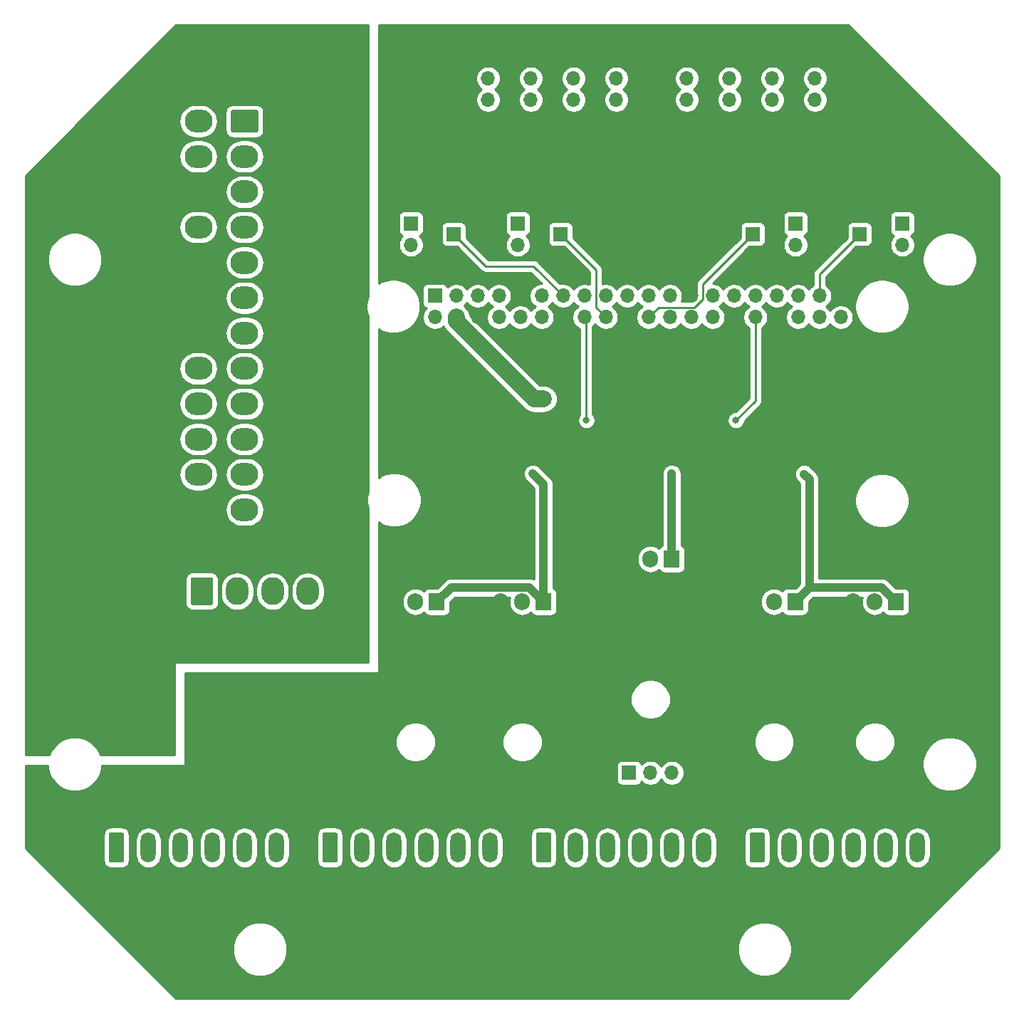
<source format=gbr>
G04 #@! TF.GenerationSoftware,KiCad,Pcbnew,5.1.8*
G04 #@! TF.CreationDate,2021-01-07T20:42:53+00:00*
G04 #@! TF.ProjectId,TheSun2,54686553-756e-4322-9e6b-696361645f70,1.0.8*
G04 #@! TF.SameCoordinates,Original*
G04 #@! TF.FileFunction,Copper,L2,Bot*
G04 #@! TF.FilePolarity,Positive*
%FSLAX46Y46*%
G04 Gerber Fmt 4.6, Leading zero omitted, Abs format (unit mm)*
G04 Created by KiCad (PCBNEW 5.1.8) date 2021-01-07 20:42:53*
%MOMM*%
%LPD*%
G01*
G04 APERTURE LIST*
G04 #@! TA.AperFunction,ComponentPad*
%ADD10O,1.700000X1.700000*%
G04 #@! TD*
G04 #@! TA.AperFunction,ComponentPad*
%ADD11R,1.700000X1.700000*%
G04 #@! TD*
G04 #@! TA.AperFunction,ComponentPad*
%ADD12C,6.000000*%
G04 #@! TD*
G04 #@! TA.AperFunction,ComponentPad*
%ADD13O,3.300000X2.700000*%
G04 #@! TD*
G04 #@! TA.AperFunction,ComponentPad*
%ADD14O,2.700000X3.300000*%
G04 #@! TD*
G04 #@! TA.AperFunction,ComponentPad*
%ADD15O,1.800000X3.600000*%
G04 #@! TD*
G04 #@! TA.AperFunction,ComponentPad*
%ADD16O,1.905000X2.000000*%
G04 #@! TD*
G04 #@! TA.AperFunction,ComponentPad*
%ADD17R,1.905000X2.000000*%
G04 #@! TD*
G04 #@! TA.AperFunction,ViaPad*
%ADD18C,2.000000*%
G04 #@! TD*
G04 #@! TA.AperFunction,ViaPad*
%ADD19C,0.800000*%
G04 #@! TD*
G04 #@! TA.AperFunction,Conductor*
%ADD20C,2.000000*%
G04 #@! TD*
G04 #@! TA.AperFunction,Conductor*
%ADD21C,1.000000*%
G04 #@! TD*
G04 #@! TA.AperFunction,Conductor*
%ADD22C,0.250000*%
G04 #@! TD*
G04 #@! TA.AperFunction,Conductor*
%ADD23C,0.500000*%
G04 #@! TD*
G04 #@! TA.AperFunction,Conductor*
%ADD24C,0.254000*%
G04 #@! TD*
G04 #@! TA.AperFunction,Conductor*
%ADD25C,0.100000*%
G04 #@! TD*
G04 APERTURE END LIST*
D10*
X200660000Y-48260000D03*
D11*
X200660000Y-45720000D03*
D10*
X233680000Y-48260000D03*
D11*
X233680000Y-45720000D03*
D10*
X246380000Y-48260000D03*
D11*
X246380000Y-45720000D03*
D10*
X187960000Y-48260000D03*
D11*
X187960000Y-45720000D03*
G04 #@! TA.AperFunction,ComponentPad*
G36*
G01*
X153800000Y-104500000D02*
X153800000Y-101500000D01*
G75*
G02*
X155300000Y-100000000I1500000J0D01*
G01*
X158300000Y-100000000D01*
G75*
G02*
X159800000Y-101500000I0J-1500000D01*
G01*
X159800000Y-104500000D01*
G75*
G02*
X158300000Y-106000000I-1500000J0D01*
G01*
X155300000Y-106000000D01*
G75*
G02*
X153800000Y-104500000I0J1500000D01*
G01*
G37*
G04 #@! TD.AperFunction*
D12*
X164000000Y-103000000D03*
D13*
X162680000Y-79760000D03*
X162680000Y-75560000D03*
X162680000Y-71360000D03*
X162680000Y-67160000D03*
X162680000Y-62960000D03*
X162680000Y-58760000D03*
X162680000Y-54560000D03*
X162680000Y-50360000D03*
X162680000Y-46160000D03*
X162680000Y-41960000D03*
X162680000Y-37760000D03*
X162680000Y-33560000D03*
X168180000Y-79760000D03*
X168180000Y-75560000D03*
X168180000Y-71360000D03*
X168180000Y-67160000D03*
X168180000Y-62960000D03*
X168180000Y-58760000D03*
X168180000Y-54560000D03*
X168180000Y-50360000D03*
X168180000Y-46160000D03*
X168180000Y-41960000D03*
X168180000Y-37760000D03*
G04 #@! TA.AperFunction,ComponentPad*
G36*
G01*
X166780001Y-32210000D02*
X169579999Y-32210000D01*
G75*
G02*
X169830000Y-32460001I0J-250001D01*
G01*
X169830000Y-34659999D01*
G75*
G02*
X169579999Y-34910000I-250001J0D01*
G01*
X166780001Y-34910000D01*
G75*
G02*
X166530000Y-34659999I0J250001D01*
G01*
X166530000Y-32460001D01*
G75*
G02*
X166780001Y-32210000I250001J0D01*
G01*
G37*
G04 #@! TD.AperFunction*
G04 #@! TA.AperFunction,ComponentPad*
G36*
G01*
X161750000Y-90839999D02*
X161750000Y-88040001D01*
G75*
G02*
X162000001Y-87790000I250001J0D01*
G01*
X164199999Y-87790000D01*
G75*
G02*
X164450000Y-88040001I0J-250001D01*
G01*
X164450000Y-90839999D01*
G75*
G02*
X164199999Y-91090000I-250001J0D01*
G01*
X162000001Y-91090000D01*
G75*
G02*
X161750000Y-90839999I0J250001D01*
G01*
G37*
G04 #@! TD.AperFunction*
D14*
X167300000Y-89440000D03*
X171500000Y-89440000D03*
X175700000Y-89440000D03*
X163100000Y-94940000D03*
X167300000Y-94940000D03*
X171500000Y-94940000D03*
X175700000Y-94940000D03*
D15*
X171990000Y-119920000D03*
X168180000Y-119920000D03*
X164370000Y-119920000D03*
X160560000Y-119920000D03*
X156750000Y-119920000D03*
G04 #@! TA.AperFunction,ComponentPad*
G36*
G01*
X152040000Y-121470000D02*
X152040000Y-118370000D01*
G75*
G02*
X152290000Y-118120000I250000J0D01*
G01*
X153590000Y-118120000D01*
G75*
G02*
X153840000Y-118370000I0J-250000D01*
G01*
X153840000Y-121470000D01*
G75*
G02*
X153590000Y-121720000I-250000J0D01*
G01*
X152290000Y-121720000D01*
G75*
G02*
X152040000Y-121470000I0J250000D01*
G01*
G37*
G04 #@! TD.AperFunction*
X197390000Y-119920000D03*
X193580000Y-119920000D03*
X189770000Y-119920000D03*
X185960000Y-119920000D03*
X182150000Y-119920000D03*
G04 #@! TA.AperFunction,ComponentPad*
G36*
G01*
X177440000Y-121470000D02*
X177440000Y-118370000D01*
G75*
G02*
X177690000Y-118120000I250000J0D01*
G01*
X178990000Y-118120000D01*
G75*
G02*
X179240000Y-118370000I0J-250000D01*
G01*
X179240000Y-121470000D01*
G75*
G02*
X178990000Y-121720000I-250000J0D01*
G01*
X177690000Y-121720000D01*
G75*
G02*
X177440000Y-121470000I0J250000D01*
G01*
G37*
G04 #@! TD.AperFunction*
X248190000Y-119920000D03*
X244380000Y-119920000D03*
X240570000Y-119920000D03*
X236760000Y-119920000D03*
X232950000Y-119920000D03*
G04 #@! TA.AperFunction,ComponentPad*
G36*
G01*
X228240000Y-121470000D02*
X228240000Y-118370000D01*
G75*
G02*
X228490000Y-118120000I250000J0D01*
G01*
X229790000Y-118120000D01*
G75*
G02*
X230040000Y-118370000I0J-250000D01*
G01*
X230040000Y-121470000D01*
G75*
G02*
X229790000Y-121720000I-250000J0D01*
G01*
X228490000Y-121720000D01*
G75*
G02*
X228240000Y-121470000I0J250000D01*
G01*
G37*
G04 #@! TD.AperFunction*
X222790000Y-119920000D03*
X218980000Y-119920000D03*
X215170000Y-119920000D03*
X211360000Y-119920000D03*
X207550000Y-119920000D03*
G04 #@! TA.AperFunction,ComponentPad*
G36*
G01*
X202840000Y-121470000D02*
X202840000Y-118370000D01*
G75*
G02*
X203090000Y-118120000I250000J0D01*
G01*
X204390000Y-118120000D01*
G75*
G02*
X204640000Y-118370000I0J-250000D01*
G01*
X204640000Y-121470000D01*
G75*
G02*
X204390000Y-121720000I-250000J0D01*
G01*
X203090000Y-121720000D01*
G75*
G02*
X202840000Y-121470000I0J250000D01*
G01*
G37*
G04 #@! TD.AperFunction*
D11*
X190811400Y-54324500D03*
D10*
X190811400Y-56864500D03*
X193351400Y-54324500D03*
X193351400Y-56864500D03*
X195891400Y-54324500D03*
X195891400Y-56864500D03*
X198431400Y-54324500D03*
X198431400Y-56864500D03*
X200971400Y-54324500D03*
X200971400Y-56864500D03*
X203511400Y-54324500D03*
X203511400Y-56864500D03*
X206051400Y-54324500D03*
X206051400Y-56864500D03*
X208591400Y-54324500D03*
X208591400Y-56864500D03*
X211131400Y-54324500D03*
X211131400Y-56864500D03*
X213671400Y-54324500D03*
X213671400Y-56864500D03*
X216211400Y-54324500D03*
X216211400Y-56864500D03*
X218751400Y-54324500D03*
X218751400Y-56864500D03*
X221291400Y-54324500D03*
X221291400Y-56864500D03*
X223831400Y-54324500D03*
X223831400Y-56864500D03*
X226371400Y-54324500D03*
X226371400Y-56864500D03*
X228911400Y-54324500D03*
X228911400Y-56864500D03*
X231451400Y-54324500D03*
X231451400Y-56864500D03*
X233991400Y-54324500D03*
X233991400Y-56864500D03*
X236531400Y-54324500D03*
X236531400Y-56864500D03*
X239071400Y-54324500D03*
X239071400Y-56864500D03*
D16*
X185960000Y-90710000D03*
X188500000Y-90710000D03*
D17*
X191040000Y-90710000D03*
D16*
X240570000Y-90710000D03*
X243110000Y-90710000D03*
D17*
X245650000Y-90710000D03*
D16*
X213900000Y-85630000D03*
X216440000Y-85630000D03*
D17*
X218980000Y-85630000D03*
D16*
X198660000Y-90710000D03*
X201200000Y-90710000D03*
D17*
X203740000Y-90710000D03*
D16*
X228570000Y-90710000D03*
X231110000Y-90710000D03*
D17*
X233650000Y-90710000D03*
D10*
X205740000Y-49530000D03*
D11*
X205740000Y-46990000D03*
D10*
X228600000Y-49530000D03*
D11*
X228600000Y-46990000D03*
D10*
X241300000Y-49530000D03*
D11*
X241300000Y-46990000D03*
D10*
X193040000Y-49530000D03*
D11*
X193040000Y-46990000D03*
D10*
X218980000Y-111030000D03*
X216440000Y-111030000D03*
D11*
X213900000Y-111030000D03*
D10*
X197136000Y-28480000D03*
X197136000Y-31020000D03*
D11*
X197136000Y-33560000D03*
D10*
X202216000Y-28480000D03*
X202216000Y-31020000D03*
D11*
X202216000Y-33560000D03*
D10*
X207296000Y-28480000D03*
X207296000Y-31020000D03*
D11*
X207296000Y-33560000D03*
D10*
X212376000Y-28480000D03*
X212376000Y-31020000D03*
D11*
X212376000Y-33560000D03*
D10*
X220758000Y-28480000D03*
X220758000Y-31020000D03*
D11*
X220758000Y-33560000D03*
D10*
X225838000Y-28480000D03*
X225838000Y-31020000D03*
D11*
X225838000Y-33560000D03*
D10*
X230918000Y-28480000D03*
X230918000Y-31020000D03*
D11*
X230918000Y-33560000D03*
D10*
X235998000Y-28480000D03*
X235998000Y-31020000D03*
D11*
X235998000Y-33560000D03*
D18*
X203740000Y-66580000D03*
D19*
X234702000Y-75496000D03*
X226600000Y-69120000D03*
X202454000Y-75454000D03*
X218964000Y-75454000D03*
X208820000Y-69120000D03*
D18*
X224060000Y-48800000D03*
X180880000Y-61500000D03*
D20*
X193351400Y-57358502D02*
X193351400Y-56864500D01*
X202572898Y-66580000D02*
X193351400Y-57358502D01*
X203740000Y-66580000D02*
X203740000Y-66580000D01*
X203740000Y-66580000D02*
X202572898Y-66580000D01*
D21*
X243949990Y-89009990D02*
X245650000Y-90710000D01*
X235350010Y-89009990D02*
X243949990Y-89009990D01*
X233650000Y-90710000D02*
X235350010Y-89009990D01*
X235350010Y-76144010D02*
X234702000Y-75496000D01*
X235350010Y-89009990D02*
X235350010Y-76144010D01*
D22*
X228911400Y-66808600D02*
X228911400Y-56864500D01*
X226600000Y-69120000D02*
X228911400Y-66808600D01*
D21*
X203740000Y-90710000D02*
X203740000Y-76740000D01*
X203740000Y-76740000D02*
X202454000Y-75454000D01*
X192740010Y-89009990D02*
X191040000Y-90710000D01*
X202039990Y-89009990D02*
X192740010Y-89009990D01*
X203740000Y-90710000D02*
X202039990Y-89009990D01*
D23*
X218980000Y-75470000D02*
X218964000Y-75454000D01*
D21*
X218964000Y-85614000D02*
X218980000Y-85630000D01*
X218964000Y-75454000D02*
X218964000Y-85614000D01*
D22*
X208820000Y-57093100D02*
X208591400Y-56864500D01*
X208820000Y-69120000D02*
X208820000Y-57093100D01*
X196850000Y-50800000D02*
X193040000Y-46990000D01*
X202526900Y-50800000D02*
X196850000Y-50800000D01*
X206051400Y-54324500D02*
X202526900Y-50800000D01*
X236531400Y-51758600D02*
X236531400Y-54324500D01*
X241300000Y-46990000D02*
X236531400Y-51758600D01*
X217386401Y-55689499D02*
X216211400Y-56864500D01*
X222656399Y-54698503D02*
X221665403Y-55689499D01*
X221665403Y-55689499D02*
X217386401Y-55689499D01*
X222656399Y-52933601D02*
X222656399Y-54698503D01*
X228600000Y-46990000D02*
X222656399Y-52933601D01*
X209956399Y-55689499D02*
X211131400Y-56864500D01*
X209956399Y-51206399D02*
X209956399Y-55689499D01*
X205740000Y-46990000D02*
X209956399Y-51206399D01*
D24*
X257873000Y-40052606D02*
X257873000Y-119947394D01*
X239947394Y-137873000D01*
X160052606Y-137873000D01*
X153861774Y-131682168D01*
X166773000Y-131682168D01*
X166773000Y-132317832D01*
X166897012Y-132941281D01*
X167140270Y-133528558D01*
X167493425Y-134057093D01*
X167942907Y-134506575D01*
X168471442Y-134859730D01*
X169058719Y-135102988D01*
X169682168Y-135227000D01*
X170317832Y-135227000D01*
X170941281Y-135102988D01*
X171528558Y-134859730D01*
X172057093Y-134506575D01*
X172506575Y-134057093D01*
X172859730Y-133528558D01*
X173102988Y-132941281D01*
X173227000Y-132317832D01*
X173227000Y-131682168D01*
X226773000Y-131682168D01*
X226773000Y-132317832D01*
X226897012Y-132941281D01*
X227140270Y-133528558D01*
X227493425Y-134057093D01*
X227942907Y-134506575D01*
X228471442Y-134859730D01*
X229058719Y-135102988D01*
X229682168Y-135227000D01*
X230317832Y-135227000D01*
X230941281Y-135102988D01*
X231528558Y-134859730D01*
X232057093Y-134506575D01*
X232506575Y-134057093D01*
X232859730Y-133528558D01*
X233102988Y-132941281D01*
X233227000Y-132317832D01*
X233227000Y-131682168D01*
X233102988Y-131058719D01*
X232859730Y-130471442D01*
X232506575Y-129942907D01*
X232057093Y-129493425D01*
X231528558Y-129140270D01*
X230941281Y-128897012D01*
X230317832Y-128773000D01*
X229682168Y-128773000D01*
X229058719Y-128897012D01*
X228471442Y-129140270D01*
X227942907Y-129493425D01*
X227493425Y-129942907D01*
X227140270Y-130471442D01*
X226897012Y-131058719D01*
X226773000Y-131682168D01*
X173227000Y-131682168D01*
X173102988Y-131058719D01*
X172859730Y-130471442D01*
X172506575Y-129942907D01*
X172057093Y-129493425D01*
X171528558Y-129140270D01*
X170941281Y-128897012D01*
X170317832Y-128773000D01*
X169682168Y-128773000D01*
X169058719Y-128897012D01*
X168471442Y-129140270D01*
X167942907Y-129493425D01*
X167493425Y-129942907D01*
X167140270Y-130471442D01*
X166897012Y-131058719D01*
X166773000Y-131682168D01*
X153861774Y-131682168D01*
X142127000Y-119947394D01*
X142127000Y-118370000D01*
X151401928Y-118370000D01*
X151401928Y-121470000D01*
X151418992Y-121643254D01*
X151469528Y-121809850D01*
X151551595Y-121963386D01*
X151662038Y-122097962D01*
X151796614Y-122208405D01*
X151950150Y-122290472D01*
X152116746Y-122341008D01*
X152290000Y-122358072D01*
X153590000Y-122358072D01*
X153763254Y-122341008D01*
X153929850Y-122290472D01*
X154083386Y-122208405D01*
X154217962Y-122097962D01*
X154328405Y-121963386D01*
X154410472Y-121809850D01*
X154461008Y-121643254D01*
X154478072Y-121470000D01*
X154478072Y-118944593D01*
X155215000Y-118944593D01*
X155215000Y-120895408D01*
X155237211Y-121120913D01*
X155324984Y-121410261D01*
X155467520Y-121676927D01*
X155659340Y-121910661D01*
X155893074Y-122102481D01*
X156159740Y-122245017D01*
X156449088Y-122332790D01*
X156750000Y-122362427D01*
X157050913Y-122332790D01*
X157340261Y-122245017D01*
X157606927Y-122102481D01*
X157840661Y-121910661D01*
X158032481Y-121676927D01*
X158175017Y-121410261D01*
X158262790Y-121120913D01*
X158285000Y-120895408D01*
X158285000Y-118944593D01*
X159025000Y-118944593D01*
X159025000Y-120895408D01*
X159047211Y-121120913D01*
X159134984Y-121410261D01*
X159277520Y-121676927D01*
X159469340Y-121910661D01*
X159703074Y-122102481D01*
X159969740Y-122245017D01*
X160259088Y-122332790D01*
X160560000Y-122362427D01*
X160860913Y-122332790D01*
X161150261Y-122245017D01*
X161416927Y-122102481D01*
X161650661Y-121910661D01*
X161842481Y-121676927D01*
X161985017Y-121410261D01*
X162072790Y-121120913D01*
X162095000Y-120895408D01*
X162095000Y-118944593D01*
X162835000Y-118944593D01*
X162835000Y-120895408D01*
X162857211Y-121120913D01*
X162944984Y-121410261D01*
X163087520Y-121676927D01*
X163279340Y-121910661D01*
X163513074Y-122102481D01*
X163779740Y-122245017D01*
X164069088Y-122332790D01*
X164370000Y-122362427D01*
X164670913Y-122332790D01*
X164960261Y-122245017D01*
X165226927Y-122102481D01*
X165460661Y-121910661D01*
X165652481Y-121676927D01*
X165795017Y-121410261D01*
X165882790Y-121120913D01*
X165905000Y-120895408D01*
X165905000Y-118944593D01*
X166645000Y-118944593D01*
X166645000Y-120895408D01*
X166667211Y-121120913D01*
X166754984Y-121410261D01*
X166897520Y-121676927D01*
X167089340Y-121910661D01*
X167323074Y-122102481D01*
X167589740Y-122245017D01*
X167879088Y-122332790D01*
X168180000Y-122362427D01*
X168480913Y-122332790D01*
X168770261Y-122245017D01*
X169036927Y-122102481D01*
X169270661Y-121910661D01*
X169462481Y-121676927D01*
X169605017Y-121410261D01*
X169692790Y-121120913D01*
X169715000Y-120895408D01*
X169715000Y-118944593D01*
X170455000Y-118944593D01*
X170455000Y-120895408D01*
X170477211Y-121120913D01*
X170564984Y-121410261D01*
X170707520Y-121676927D01*
X170899340Y-121910661D01*
X171133074Y-122102481D01*
X171399740Y-122245017D01*
X171689088Y-122332790D01*
X171990000Y-122362427D01*
X172290913Y-122332790D01*
X172580261Y-122245017D01*
X172846927Y-122102481D01*
X173080661Y-121910661D01*
X173272481Y-121676927D01*
X173415017Y-121410261D01*
X173502790Y-121120913D01*
X173525000Y-120895408D01*
X173525000Y-118944592D01*
X173502790Y-118719087D01*
X173415017Y-118429739D01*
X173383086Y-118370000D01*
X176801928Y-118370000D01*
X176801928Y-121470000D01*
X176818992Y-121643254D01*
X176869528Y-121809850D01*
X176951595Y-121963386D01*
X177062038Y-122097962D01*
X177196614Y-122208405D01*
X177350150Y-122290472D01*
X177516746Y-122341008D01*
X177690000Y-122358072D01*
X178990000Y-122358072D01*
X179163254Y-122341008D01*
X179329850Y-122290472D01*
X179483386Y-122208405D01*
X179617962Y-122097962D01*
X179728405Y-121963386D01*
X179810472Y-121809850D01*
X179861008Y-121643254D01*
X179878072Y-121470000D01*
X179878072Y-118944593D01*
X180615000Y-118944593D01*
X180615000Y-120895408D01*
X180637211Y-121120913D01*
X180724984Y-121410261D01*
X180867520Y-121676927D01*
X181059340Y-121910661D01*
X181293074Y-122102481D01*
X181559740Y-122245017D01*
X181849088Y-122332790D01*
X182150000Y-122362427D01*
X182450913Y-122332790D01*
X182740261Y-122245017D01*
X183006927Y-122102481D01*
X183240661Y-121910661D01*
X183432481Y-121676927D01*
X183575017Y-121410261D01*
X183662790Y-121120913D01*
X183685000Y-120895408D01*
X183685000Y-118944593D01*
X184425000Y-118944593D01*
X184425000Y-120895408D01*
X184447211Y-121120913D01*
X184534984Y-121410261D01*
X184677520Y-121676927D01*
X184869340Y-121910661D01*
X185103074Y-122102481D01*
X185369740Y-122245017D01*
X185659088Y-122332790D01*
X185960000Y-122362427D01*
X186260913Y-122332790D01*
X186550261Y-122245017D01*
X186816927Y-122102481D01*
X187050661Y-121910661D01*
X187242481Y-121676927D01*
X187385017Y-121410261D01*
X187472790Y-121120913D01*
X187495000Y-120895408D01*
X187495000Y-118944593D01*
X188235000Y-118944593D01*
X188235000Y-120895408D01*
X188257211Y-121120913D01*
X188344984Y-121410261D01*
X188487520Y-121676927D01*
X188679340Y-121910661D01*
X188913074Y-122102481D01*
X189179740Y-122245017D01*
X189469088Y-122332790D01*
X189770000Y-122362427D01*
X190070913Y-122332790D01*
X190360261Y-122245017D01*
X190626927Y-122102481D01*
X190860661Y-121910661D01*
X191052481Y-121676927D01*
X191195017Y-121410261D01*
X191282790Y-121120913D01*
X191305000Y-120895408D01*
X191305000Y-118944593D01*
X192045000Y-118944593D01*
X192045000Y-120895408D01*
X192067211Y-121120913D01*
X192154984Y-121410261D01*
X192297520Y-121676927D01*
X192489340Y-121910661D01*
X192723074Y-122102481D01*
X192989740Y-122245017D01*
X193279088Y-122332790D01*
X193580000Y-122362427D01*
X193880913Y-122332790D01*
X194170261Y-122245017D01*
X194436927Y-122102481D01*
X194670661Y-121910661D01*
X194862481Y-121676927D01*
X195005017Y-121410261D01*
X195092790Y-121120913D01*
X195115000Y-120895408D01*
X195115000Y-118944593D01*
X195855000Y-118944593D01*
X195855000Y-120895408D01*
X195877211Y-121120913D01*
X195964984Y-121410261D01*
X196107520Y-121676927D01*
X196299340Y-121910661D01*
X196533074Y-122102481D01*
X196799740Y-122245017D01*
X197089088Y-122332790D01*
X197390000Y-122362427D01*
X197690913Y-122332790D01*
X197980261Y-122245017D01*
X198246927Y-122102481D01*
X198480661Y-121910661D01*
X198672481Y-121676927D01*
X198815017Y-121410261D01*
X198902790Y-121120913D01*
X198925000Y-120895408D01*
X198925000Y-118944592D01*
X198902790Y-118719087D01*
X198815017Y-118429739D01*
X198783086Y-118370000D01*
X202201928Y-118370000D01*
X202201928Y-121470000D01*
X202218992Y-121643254D01*
X202269528Y-121809850D01*
X202351595Y-121963386D01*
X202462038Y-122097962D01*
X202596614Y-122208405D01*
X202750150Y-122290472D01*
X202916746Y-122341008D01*
X203090000Y-122358072D01*
X204390000Y-122358072D01*
X204563254Y-122341008D01*
X204729850Y-122290472D01*
X204883386Y-122208405D01*
X205017962Y-122097962D01*
X205128405Y-121963386D01*
X205210472Y-121809850D01*
X205261008Y-121643254D01*
X205278072Y-121470000D01*
X205278072Y-118944593D01*
X206015000Y-118944593D01*
X206015000Y-120895408D01*
X206037211Y-121120913D01*
X206124984Y-121410261D01*
X206267520Y-121676927D01*
X206459340Y-121910661D01*
X206693074Y-122102481D01*
X206959740Y-122245017D01*
X207249088Y-122332790D01*
X207550000Y-122362427D01*
X207850913Y-122332790D01*
X208140261Y-122245017D01*
X208406927Y-122102481D01*
X208640661Y-121910661D01*
X208832481Y-121676927D01*
X208975017Y-121410261D01*
X209062790Y-121120913D01*
X209085000Y-120895408D01*
X209085000Y-118944593D01*
X209825000Y-118944593D01*
X209825000Y-120895408D01*
X209847211Y-121120913D01*
X209934984Y-121410261D01*
X210077520Y-121676927D01*
X210269340Y-121910661D01*
X210503074Y-122102481D01*
X210769740Y-122245017D01*
X211059088Y-122332790D01*
X211360000Y-122362427D01*
X211660913Y-122332790D01*
X211950261Y-122245017D01*
X212216927Y-122102481D01*
X212450661Y-121910661D01*
X212642481Y-121676927D01*
X212785017Y-121410261D01*
X212872790Y-121120913D01*
X212895000Y-120895408D01*
X212895000Y-118944593D01*
X213635000Y-118944593D01*
X213635000Y-120895408D01*
X213657211Y-121120913D01*
X213744984Y-121410261D01*
X213887520Y-121676927D01*
X214079340Y-121910661D01*
X214313074Y-122102481D01*
X214579740Y-122245017D01*
X214869088Y-122332790D01*
X215170000Y-122362427D01*
X215470913Y-122332790D01*
X215760261Y-122245017D01*
X216026927Y-122102481D01*
X216260661Y-121910661D01*
X216452481Y-121676927D01*
X216595017Y-121410261D01*
X216682790Y-121120913D01*
X216705000Y-120895408D01*
X216705000Y-118944593D01*
X217445000Y-118944593D01*
X217445000Y-120895408D01*
X217467211Y-121120913D01*
X217554984Y-121410261D01*
X217697520Y-121676927D01*
X217889340Y-121910661D01*
X218123074Y-122102481D01*
X218389740Y-122245017D01*
X218679088Y-122332790D01*
X218980000Y-122362427D01*
X219280913Y-122332790D01*
X219570261Y-122245017D01*
X219836927Y-122102481D01*
X220070661Y-121910661D01*
X220262481Y-121676927D01*
X220405017Y-121410261D01*
X220492790Y-121120913D01*
X220515000Y-120895408D01*
X220515000Y-118944593D01*
X221255000Y-118944593D01*
X221255000Y-120895408D01*
X221277211Y-121120913D01*
X221364984Y-121410261D01*
X221507520Y-121676927D01*
X221699340Y-121910661D01*
X221933074Y-122102481D01*
X222199740Y-122245017D01*
X222489088Y-122332790D01*
X222790000Y-122362427D01*
X223090913Y-122332790D01*
X223380261Y-122245017D01*
X223646927Y-122102481D01*
X223880661Y-121910661D01*
X224072481Y-121676927D01*
X224215017Y-121410261D01*
X224302790Y-121120913D01*
X224325000Y-120895408D01*
X224325000Y-118944592D01*
X224302790Y-118719087D01*
X224215017Y-118429739D01*
X224183086Y-118370000D01*
X227601928Y-118370000D01*
X227601928Y-121470000D01*
X227618992Y-121643254D01*
X227669528Y-121809850D01*
X227751595Y-121963386D01*
X227862038Y-122097962D01*
X227996614Y-122208405D01*
X228150150Y-122290472D01*
X228316746Y-122341008D01*
X228490000Y-122358072D01*
X229790000Y-122358072D01*
X229963254Y-122341008D01*
X230129850Y-122290472D01*
X230283386Y-122208405D01*
X230417962Y-122097962D01*
X230528405Y-121963386D01*
X230610472Y-121809850D01*
X230661008Y-121643254D01*
X230678072Y-121470000D01*
X230678072Y-118944593D01*
X231415000Y-118944593D01*
X231415000Y-120895408D01*
X231437211Y-121120913D01*
X231524984Y-121410261D01*
X231667520Y-121676927D01*
X231859340Y-121910661D01*
X232093074Y-122102481D01*
X232359740Y-122245017D01*
X232649088Y-122332790D01*
X232950000Y-122362427D01*
X233250913Y-122332790D01*
X233540261Y-122245017D01*
X233806927Y-122102481D01*
X234040661Y-121910661D01*
X234232481Y-121676927D01*
X234375017Y-121410261D01*
X234462790Y-121120913D01*
X234485000Y-120895408D01*
X234485000Y-118944593D01*
X235225000Y-118944593D01*
X235225000Y-120895408D01*
X235247211Y-121120913D01*
X235334984Y-121410261D01*
X235477520Y-121676927D01*
X235669340Y-121910661D01*
X235903074Y-122102481D01*
X236169740Y-122245017D01*
X236459088Y-122332790D01*
X236760000Y-122362427D01*
X237060913Y-122332790D01*
X237350261Y-122245017D01*
X237616927Y-122102481D01*
X237850661Y-121910661D01*
X238042481Y-121676927D01*
X238185017Y-121410261D01*
X238272790Y-121120913D01*
X238295000Y-120895408D01*
X238295000Y-118944593D01*
X239035000Y-118944593D01*
X239035000Y-120895408D01*
X239057211Y-121120913D01*
X239144984Y-121410261D01*
X239287520Y-121676927D01*
X239479340Y-121910661D01*
X239713074Y-122102481D01*
X239979740Y-122245017D01*
X240269088Y-122332790D01*
X240570000Y-122362427D01*
X240870913Y-122332790D01*
X241160261Y-122245017D01*
X241426927Y-122102481D01*
X241660661Y-121910661D01*
X241852481Y-121676927D01*
X241995017Y-121410261D01*
X242082790Y-121120913D01*
X242105000Y-120895408D01*
X242105000Y-118944593D01*
X242845000Y-118944593D01*
X242845000Y-120895408D01*
X242867211Y-121120913D01*
X242954984Y-121410261D01*
X243097520Y-121676927D01*
X243289340Y-121910661D01*
X243523074Y-122102481D01*
X243789740Y-122245017D01*
X244079088Y-122332790D01*
X244380000Y-122362427D01*
X244680913Y-122332790D01*
X244970261Y-122245017D01*
X245236927Y-122102481D01*
X245470661Y-121910661D01*
X245662481Y-121676927D01*
X245805017Y-121410261D01*
X245892790Y-121120913D01*
X245915000Y-120895408D01*
X245915000Y-118944593D01*
X246655000Y-118944593D01*
X246655000Y-120895408D01*
X246677211Y-121120913D01*
X246764984Y-121410261D01*
X246907520Y-121676927D01*
X247099340Y-121910661D01*
X247333074Y-122102481D01*
X247599740Y-122245017D01*
X247889088Y-122332790D01*
X248190000Y-122362427D01*
X248490913Y-122332790D01*
X248780261Y-122245017D01*
X249046927Y-122102481D01*
X249280661Y-121910661D01*
X249472481Y-121676927D01*
X249615017Y-121410261D01*
X249702790Y-121120913D01*
X249725000Y-120895408D01*
X249725000Y-118944592D01*
X249702790Y-118719087D01*
X249615017Y-118429739D01*
X249472481Y-118163073D01*
X249280661Y-117929339D01*
X249046926Y-117737519D01*
X248780260Y-117594983D01*
X248490912Y-117507210D01*
X248190000Y-117477573D01*
X247889087Y-117507210D01*
X247599739Y-117594983D01*
X247333073Y-117737519D01*
X247099339Y-117929339D01*
X246907519Y-118163074D01*
X246764983Y-118429740D01*
X246677210Y-118719088D01*
X246655000Y-118944593D01*
X245915000Y-118944593D01*
X245915000Y-118944592D01*
X245892790Y-118719087D01*
X245805017Y-118429739D01*
X245662481Y-118163073D01*
X245470661Y-117929339D01*
X245236926Y-117737519D01*
X244970260Y-117594983D01*
X244680912Y-117507210D01*
X244380000Y-117477573D01*
X244079087Y-117507210D01*
X243789739Y-117594983D01*
X243523073Y-117737519D01*
X243289339Y-117929339D01*
X243097519Y-118163074D01*
X242954983Y-118429740D01*
X242867210Y-118719088D01*
X242845000Y-118944593D01*
X242105000Y-118944593D01*
X242105000Y-118944592D01*
X242082790Y-118719087D01*
X241995017Y-118429739D01*
X241852481Y-118163073D01*
X241660661Y-117929339D01*
X241426926Y-117737519D01*
X241160260Y-117594983D01*
X240870912Y-117507210D01*
X240570000Y-117477573D01*
X240269087Y-117507210D01*
X239979739Y-117594983D01*
X239713073Y-117737519D01*
X239479339Y-117929339D01*
X239287519Y-118163074D01*
X239144983Y-118429740D01*
X239057210Y-118719088D01*
X239035000Y-118944593D01*
X238295000Y-118944593D01*
X238295000Y-118944592D01*
X238272790Y-118719087D01*
X238185017Y-118429739D01*
X238042481Y-118163073D01*
X237850661Y-117929339D01*
X237616926Y-117737519D01*
X237350260Y-117594983D01*
X237060912Y-117507210D01*
X236760000Y-117477573D01*
X236459087Y-117507210D01*
X236169739Y-117594983D01*
X235903073Y-117737519D01*
X235669339Y-117929339D01*
X235477519Y-118163074D01*
X235334983Y-118429740D01*
X235247210Y-118719088D01*
X235225000Y-118944593D01*
X234485000Y-118944593D01*
X234485000Y-118944592D01*
X234462790Y-118719087D01*
X234375017Y-118429739D01*
X234232481Y-118163073D01*
X234040661Y-117929339D01*
X233806926Y-117737519D01*
X233540260Y-117594983D01*
X233250912Y-117507210D01*
X232950000Y-117477573D01*
X232649087Y-117507210D01*
X232359739Y-117594983D01*
X232093073Y-117737519D01*
X231859339Y-117929339D01*
X231667519Y-118163074D01*
X231524983Y-118429740D01*
X231437210Y-118719088D01*
X231415000Y-118944593D01*
X230678072Y-118944593D01*
X230678072Y-118370000D01*
X230661008Y-118196746D01*
X230610472Y-118030150D01*
X230528405Y-117876614D01*
X230417962Y-117742038D01*
X230283386Y-117631595D01*
X230129850Y-117549528D01*
X229963254Y-117498992D01*
X229790000Y-117481928D01*
X228490000Y-117481928D01*
X228316746Y-117498992D01*
X228150150Y-117549528D01*
X227996614Y-117631595D01*
X227862038Y-117742038D01*
X227751595Y-117876614D01*
X227669528Y-118030150D01*
X227618992Y-118196746D01*
X227601928Y-118370000D01*
X224183086Y-118370000D01*
X224072481Y-118163073D01*
X223880661Y-117929339D01*
X223646926Y-117737519D01*
X223380260Y-117594983D01*
X223090912Y-117507210D01*
X222790000Y-117477573D01*
X222489087Y-117507210D01*
X222199739Y-117594983D01*
X221933073Y-117737519D01*
X221699339Y-117929339D01*
X221507519Y-118163074D01*
X221364983Y-118429740D01*
X221277210Y-118719088D01*
X221255000Y-118944593D01*
X220515000Y-118944593D01*
X220515000Y-118944592D01*
X220492790Y-118719087D01*
X220405017Y-118429739D01*
X220262481Y-118163073D01*
X220070661Y-117929339D01*
X219836926Y-117737519D01*
X219570260Y-117594983D01*
X219280912Y-117507210D01*
X218980000Y-117477573D01*
X218679087Y-117507210D01*
X218389739Y-117594983D01*
X218123073Y-117737519D01*
X217889339Y-117929339D01*
X217697519Y-118163074D01*
X217554983Y-118429740D01*
X217467210Y-118719088D01*
X217445000Y-118944593D01*
X216705000Y-118944593D01*
X216705000Y-118944592D01*
X216682790Y-118719087D01*
X216595017Y-118429739D01*
X216452481Y-118163073D01*
X216260661Y-117929339D01*
X216026926Y-117737519D01*
X215760260Y-117594983D01*
X215470912Y-117507210D01*
X215170000Y-117477573D01*
X214869087Y-117507210D01*
X214579739Y-117594983D01*
X214313073Y-117737519D01*
X214079339Y-117929339D01*
X213887519Y-118163074D01*
X213744983Y-118429740D01*
X213657210Y-118719088D01*
X213635000Y-118944593D01*
X212895000Y-118944593D01*
X212895000Y-118944592D01*
X212872790Y-118719087D01*
X212785017Y-118429739D01*
X212642481Y-118163073D01*
X212450661Y-117929339D01*
X212216926Y-117737519D01*
X211950260Y-117594983D01*
X211660912Y-117507210D01*
X211360000Y-117477573D01*
X211059087Y-117507210D01*
X210769739Y-117594983D01*
X210503073Y-117737519D01*
X210269339Y-117929339D01*
X210077519Y-118163074D01*
X209934983Y-118429740D01*
X209847210Y-118719088D01*
X209825000Y-118944593D01*
X209085000Y-118944593D01*
X209085000Y-118944592D01*
X209062790Y-118719087D01*
X208975017Y-118429739D01*
X208832481Y-118163073D01*
X208640661Y-117929339D01*
X208406926Y-117737519D01*
X208140260Y-117594983D01*
X207850912Y-117507210D01*
X207550000Y-117477573D01*
X207249087Y-117507210D01*
X206959739Y-117594983D01*
X206693073Y-117737519D01*
X206459339Y-117929339D01*
X206267519Y-118163074D01*
X206124983Y-118429740D01*
X206037210Y-118719088D01*
X206015000Y-118944593D01*
X205278072Y-118944593D01*
X205278072Y-118370000D01*
X205261008Y-118196746D01*
X205210472Y-118030150D01*
X205128405Y-117876614D01*
X205017962Y-117742038D01*
X204883386Y-117631595D01*
X204729850Y-117549528D01*
X204563254Y-117498992D01*
X204390000Y-117481928D01*
X203090000Y-117481928D01*
X202916746Y-117498992D01*
X202750150Y-117549528D01*
X202596614Y-117631595D01*
X202462038Y-117742038D01*
X202351595Y-117876614D01*
X202269528Y-118030150D01*
X202218992Y-118196746D01*
X202201928Y-118370000D01*
X198783086Y-118370000D01*
X198672481Y-118163073D01*
X198480661Y-117929339D01*
X198246926Y-117737519D01*
X197980260Y-117594983D01*
X197690912Y-117507210D01*
X197390000Y-117477573D01*
X197089087Y-117507210D01*
X196799739Y-117594983D01*
X196533073Y-117737519D01*
X196299339Y-117929339D01*
X196107519Y-118163074D01*
X195964983Y-118429740D01*
X195877210Y-118719088D01*
X195855000Y-118944593D01*
X195115000Y-118944593D01*
X195115000Y-118944592D01*
X195092790Y-118719087D01*
X195005017Y-118429739D01*
X194862481Y-118163073D01*
X194670661Y-117929339D01*
X194436926Y-117737519D01*
X194170260Y-117594983D01*
X193880912Y-117507210D01*
X193580000Y-117477573D01*
X193279087Y-117507210D01*
X192989739Y-117594983D01*
X192723073Y-117737519D01*
X192489339Y-117929339D01*
X192297519Y-118163074D01*
X192154983Y-118429740D01*
X192067210Y-118719088D01*
X192045000Y-118944593D01*
X191305000Y-118944593D01*
X191305000Y-118944592D01*
X191282790Y-118719087D01*
X191195017Y-118429739D01*
X191052481Y-118163073D01*
X190860661Y-117929339D01*
X190626926Y-117737519D01*
X190360260Y-117594983D01*
X190070912Y-117507210D01*
X189770000Y-117477573D01*
X189469087Y-117507210D01*
X189179739Y-117594983D01*
X188913073Y-117737519D01*
X188679339Y-117929339D01*
X188487519Y-118163074D01*
X188344983Y-118429740D01*
X188257210Y-118719088D01*
X188235000Y-118944593D01*
X187495000Y-118944593D01*
X187495000Y-118944592D01*
X187472790Y-118719087D01*
X187385017Y-118429739D01*
X187242481Y-118163073D01*
X187050661Y-117929339D01*
X186816926Y-117737519D01*
X186550260Y-117594983D01*
X186260912Y-117507210D01*
X185960000Y-117477573D01*
X185659087Y-117507210D01*
X185369739Y-117594983D01*
X185103073Y-117737519D01*
X184869339Y-117929339D01*
X184677519Y-118163074D01*
X184534983Y-118429740D01*
X184447210Y-118719088D01*
X184425000Y-118944593D01*
X183685000Y-118944593D01*
X183685000Y-118944592D01*
X183662790Y-118719087D01*
X183575017Y-118429739D01*
X183432481Y-118163073D01*
X183240661Y-117929339D01*
X183006926Y-117737519D01*
X182740260Y-117594983D01*
X182450912Y-117507210D01*
X182150000Y-117477573D01*
X181849087Y-117507210D01*
X181559739Y-117594983D01*
X181293073Y-117737519D01*
X181059339Y-117929339D01*
X180867519Y-118163074D01*
X180724983Y-118429740D01*
X180637210Y-118719088D01*
X180615000Y-118944593D01*
X179878072Y-118944593D01*
X179878072Y-118370000D01*
X179861008Y-118196746D01*
X179810472Y-118030150D01*
X179728405Y-117876614D01*
X179617962Y-117742038D01*
X179483386Y-117631595D01*
X179329850Y-117549528D01*
X179163254Y-117498992D01*
X178990000Y-117481928D01*
X177690000Y-117481928D01*
X177516746Y-117498992D01*
X177350150Y-117549528D01*
X177196614Y-117631595D01*
X177062038Y-117742038D01*
X176951595Y-117876614D01*
X176869528Y-118030150D01*
X176818992Y-118196746D01*
X176801928Y-118370000D01*
X173383086Y-118370000D01*
X173272481Y-118163073D01*
X173080661Y-117929339D01*
X172846926Y-117737519D01*
X172580260Y-117594983D01*
X172290912Y-117507210D01*
X171990000Y-117477573D01*
X171689087Y-117507210D01*
X171399739Y-117594983D01*
X171133073Y-117737519D01*
X170899339Y-117929339D01*
X170707519Y-118163074D01*
X170564983Y-118429740D01*
X170477210Y-118719088D01*
X170455000Y-118944593D01*
X169715000Y-118944593D01*
X169715000Y-118944592D01*
X169692790Y-118719087D01*
X169605017Y-118429739D01*
X169462481Y-118163073D01*
X169270661Y-117929339D01*
X169036926Y-117737519D01*
X168770260Y-117594983D01*
X168480912Y-117507210D01*
X168180000Y-117477573D01*
X167879087Y-117507210D01*
X167589739Y-117594983D01*
X167323073Y-117737519D01*
X167089339Y-117929339D01*
X166897519Y-118163074D01*
X166754983Y-118429740D01*
X166667210Y-118719088D01*
X166645000Y-118944593D01*
X165905000Y-118944593D01*
X165905000Y-118944592D01*
X165882790Y-118719087D01*
X165795017Y-118429739D01*
X165652481Y-118163073D01*
X165460661Y-117929339D01*
X165226926Y-117737519D01*
X164960260Y-117594983D01*
X164670912Y-117507210D01*
X164370000Y-117477573D01*
X164069087Y-117507210D01*
X163779739Y-117594983D01*
X163513073Y-117737519D01*
X163279339Y-117929339D01*
X163087519Y-118163074D01*
X162944983Y-118429740D01*
X162857210Y-118719088D01*
X162835000Y-118944593D01*
X162095000Y-118944593D01*
X162095000Y-118944592D01*
X162072790Y-118719087D01*
X161985017Y-118429739D01*
X161842481Y-118163073D01*
X161650661Y-117929339D01*
X161416926Y-117737519D01*
X161150260Y-117594983D01*
X160860912Y-117507210D01*
X160560000Y-117477573D01*
X160259087Y-117507210D01*
X159969739Y-117594983D01*
X159703073Y-117737519D01*
X159469339Y-117929339D01*
X159277519Y-118163074D01*
X159134983Y-118429740D01*
X159047210Y-118719088D01*
X159025000Y-118944593D01*
X158285000Y-118944593D01*
X158285000Y-118944592D01*
X158262790Y-118719087D01*
X158175017Y-118429739D01*
X158032481Y-118163073D01*
X157840661Y-117929339D01*
X157606926Y-117737519D01*
X157340260Y-117594983D01*
X157050912Y-117507210D01*
X156750000Y-117477573D01*
X156449087Y-117507210D01*
X156159739Y-117594983D01*
X155893073Y-117737519D01*
X155659339Y-117929339D01*
X155467519Y-118163074D01*
X155324983Y-118429740D01*
X155237210Y-118719088D01*
X155215000Y-118944593D01*
X154478072Y-118944593D01*
X154478072Y-118370000D01*
X154461008Y-118196746D01*
X154410472Y-118030150D01*
X154328405Y-117876614D01*
X154217962Y-117742038D01*
X154083386Y-117631595D01*
X153929850Y-117549528D01*
X153763254Y-117498992D01*
X153590000Y-117481928D01*
X152290000Y-117481928D01*
X152116746Y-117498992D01*
X151950150Y-117549528D01*
X151796614Y-117631595D01*
X151662038Y-117742038D01*
X151551595Y-117876614D01*
X151469528Y-118030150D01*
X151418992Y-118196746D01*
X151401928Y-118370000D01*
X142127000Y-118370000D01*
X142127000Y-110127000D01*
X144773000Y-110127000D01*
X144773000Y-110317832D01*
X144897012Y-110941281D01*
X145140270Y-111528558D01*
X145493425Y-112057093D01*
X145942907Y-112506575D01*
X146471442Y-112859730D01*
X147058719Y-113102988D01*
X147682168Y-113227000D01*
X148317832Y-113227000D01*
X148941281Y-113102988D01*
X149528558Y-112859730D01*
X150057093Y-112506575D01*
X150506575Y-112057093D01*
X150859730Y-111528558D01*
X151102988Y-110941281D01*
X151227000Y-110317832D01*
X151227000Y-110180000D01*
X212411928Y-110180000D01*
X212411928Y-111880000D01*
X212424188Y-112004482D01*
X212460498Y-112124180D01*
X212519463Y-112234494D01*
X212598815Y-112331185D01*
X212695506Y-112410537D01*
X212805820Y-112469502D01*
X212925518Y-112505812D01*
X213050000Y-112518072D01*
X214750000Y-112518072D01*
X214874482Y-112505812D01*
X214994180Y-112469502D01*
X215104494Y-112410537D01*
X215201185Y-112331185D01*
X215280537Y-112234494D01*
X215339502Y-112124180D01*
X215361513Y-112051620D01*
X215493368Y-112183475D01*
X215736589Y-112345990D01*
X216006842Y-112457932D01*
X216293740Y-112515000D01*
X216586260Y-112515000D01*
X216873158Y-112457932D01*
X217143411Y-112345990D01*
X217386632Y-112183475D01*
X217593475Y-111976632D01*
X217710000Y-111802240D01*
X217826525Y-111976632D01*
X218033368Y-112183475D01*
X218276589Y-112345990D01*
X218546842Y-112457932D01*
X218833740Y-112515000D01*
X219126260Y-112515000D01*
X219413158Y-112457932D01*
X219683411Y-112345990D01*
X219926632Y-112183475D01*
X220133475Y-111976632D01*
X220295990Y-111733411D01*
X220407932Y-111463158D01*
X220465000Y-111176260D01*
X220465000Y-110883740D01*
X220407932Y-110596842D01*
X220295990Y-110326589D01*
X220133475Y-110083368D01*
X219926632Y-109876525D01*
X219683411Y-109714010D01*
X219413158Y-109602068D01*
X219126260Y-109545000D01*
X218833740Y-109545000D01*
X218546842Y-109602068D01*
X218276589Y-109714010D01*
X218033368Y-109876525D01*
X217826525Y-110083368D01*
X217710000Y-110257760D01*
X217593475Y-110083368D01*
X217386632Y-109876525D01*
X217143411Y-109714010D01*
X216873158Y-109602068D01*
X216586260Y-109545000D01*
X216293740Y-109545000D01*
X216006842Y-109602068D01*
X215736589Y-109714010D01*
X215493368Y-109876525D01*
X215361513Y-110008380D01*
X215339502Y-109935820D01*
X215280537Y-109825506D01*
X215201185Y-109728815D01*
X215104494Y-109649463D01*
X214994180Y-109590498D01*
X214874482Y-109554188D01*
X214750000Y-109541928D01*
X213050000Y-109541928D01*
X212925518Y-109554188D01*
X212805820Y-109590498D01*
X212695506Y-109649463D01*
X212598815Y-109728815D01*
X212519463Y-109825506D01*
X212460498Y-109935820D01*
X212424188Y-110055518D01*
X212411928Y-110180000D01*
X151227000Y-110180000D01*
X151227000Y-110127000D01*
X161000000Y-110127000D01*
X161024776Y-110124560D01*
X161048601Y-110117333D01*
X161070557Y-110105597D01*
X161089803Y-110089803D01*
X161105597Y-110070557D01*
X161117333Y-110048601D01*
X161124560Y-110024776D01*
X161127000Y-110000000D01*
X161127000Y-107135098D01*
X186115000Y-107135098D01*
X186115000Y-107604902D01*
X186206654Y-108065679D01*
X186386440Y-108499721D01*
X186647450Y-108890349D01*
X186979651Y-109222550D01*
X187370279Y-109483560D01*
X187804321Y-109663346D01*
X188265098Y-109755000D01*
X188734902Y-109755000D01*
X189195679Y-109663346D01*
X189629721Y-109483560D01*
X190020349Y-109222550D01*
X190352550Y-108890349D01*
X190613560Y-108499721D01*
X190793346Y-108065679D01*
X190885000Y-107604902D01*
X190885000Y-107135098D01*
X198815000Y-107135098D01*
X198815000Y-107604902D01*
X198906654Y-108065679D01*
X199086440Y-108499721D01*
X199347450Y-108890349D01*
X199679651Y-109222550D01*
X200070279Y-109483560D01*
X200504321Y-109663346D01*
X200965098Y-109755000D01*
X201434902Y-109755000D01*
X201895679Y-109663346D01*
X202329721Y-109483560D01*
X202720349Y-109222550D01*
X203052550Y-108890349D01*
X203313560Y-108499721D01*
X203493346Y-108065679D01*
X203585000Y-107604902D01*
X203585000Y-107135098D01*
X228725000Y-107135098D01*
X228725000Y-107604902D01*
X228816654Y-108065679D01*
X228996440Y-108499721D01*
X229257450Y-108890349D01*
X229589651Y-109222550D01*
X229980279Y-109483560D01*
X230414321Y-109663346D01*
X230875098Y-109755000D01*
X231344902Y-109755000D01*
X231805679Y-109663346D01*
X232239721Y-109483560D01*
X232630349Y-109222550D01*
X232962550Y-108890349D01*
X233223560Y-108499721D01*
X233403346Y-108065679D01*
X233495000Y-107604902D01*
X233495000Y-107135098D01*
X240725000Y-107135098D01*
X240725000Y-107604902D01*
X240816654Y-108065679D01*
X240996440Y-108499721D01*
X241257450Y-108890349D01*
X241589651Y-109222550D01*
X241980279Y-109483560D01*
X242414321Y-109663346D01*
X242875098Y-109755000D01*
X243344902Y-109755000D01*
X243711054Y-109682168D01*
X248773000Y-109682168D01*
X248773000Y-110317832D01*
X248897012Y-110941281D01*
X249140270Y-111528558D01*
X249493425Y-112057093D01*
X249942907Y-112506575D01*
X250471442Y-112859730D01*
X251058719Y-113102988D01*
X251682168Y-113227000D01*
X252317832Y-113227000D01*
X252941281Y-113102988D01*
X253528558Y-112859730D01*
X254057093Y-112506575D01*
X254506575Y-112057093D01*
X254859730Y-111528558D01*
X255102988Y-110941281D01*
X255227000Y-110317832D01*
X255227000Y-109682168D01*
X255102988Y-109058719D01*
X254859730Y-108471442D01*
X254506575Y-107942907D01*
X254057093Y-107493425D01*
X253528558Y-107140270D01*
X252941281Y-106897012D01*
X252317832Y-106773000D01*
X251682168Y-106773000D01*
X251058719Y-106897012D01*
X250471442Y-107140270D01*
X249942907Y-107493425D01*
X249493425Y-107942907D01*
X249140270Y-108471442D01*
X248897012Y-109058719D01*
X248773000Y-109682168D01*
X243711054Y-109682168D01*
X243805679Y-109663346D01*
X244239721Y-109483560D01*
X244630349Y-109222550D01*
X244962550Y-108890349D01*
X245223560Y-108499721D01*
X245403346Y-108065679D01*
X245495000Y-107604902D01*
X245495000Y-107135098D01*
X245403346Y-106674321D01*
X245223560Y-106240279D01*
X244962550Y-105849651D01*
X244630349Y-105517450D01*
X244239721Y-105256440D01*
X243805679Y-105076654D01*
X243344902Y-104985000D01*
X242875098Y-104985000D01*
X242414321Y-105076654D01*
X241980279Y-105256440D01*
X241589651Y-105517450D01*
X241257450Y-105849651D01*
X240996440Y-106240279D01*
X240816654Y-106674321D01*
X240725000Y-107135098D01*
X233495000Y-107135098D01*
X233403346Y-106674321D01*
X233223560Y-106240279D01*
X232962550Y-105849651D01*
X232630349Y-105517450D01*
X232239721Y-105256440D01*
X231805679Y-105076654D01*
X231344902Y-104985000D01*
X230875098Y-104985000D01*
X230414321Y-105076654D01*
X229980279Y-105256440D01*
X229589651Y-105517450D01*
X229257450Y-105849651D01*
X228996440Y-106240279D01*
X228816654Y-106674321D01*
X228725000Y-107135098D01*
X203585000Y-107135098D01*
X203493346Y-106674321D01*
X203313560Y-106240279D01*
X203052550Y-105849651D01*
X202720349Y-105517450D01*
X202329721Y-105256440D01*
X201895679Y-105076654D01*
X201434902Y-104985000D01*
X200965098Y-104985000D01*
X200504321Y-105076654D01*
X200070279Y-105256440D01*
X199679651Y-105517450D01*
X199347450Y-105849651D01*
X199086440Y-106240279D01*
X198906654Y-106674321D01*
X198815000Y-107135098D01*
X190885000Y-107135098D01*
X190793346Y-106674321D01*
X190613560Y-106240279D01*
X190352550Y-105849651D01*
X190020349Y-105517450D01*
X189629721Y-105256440D01*
X189195679Y-105076654D01*
X188734902Y-104985000D01*
X188265098Y-104985000D01*
X187804321Y-105076654D01*
X187370279Y-105256440D01*
X186979651Y-105517450D01*
X186647450Y-105849651D01*
X186386440Y-106240279D01*
X186206654Y-106674321D01*
X186115000Y-107135098D01*
X161127000Y-107135098D01*
X161127000Y-102055098D01*
X214055000Y-102055098D01*
X214055000Y-102524902D01*
X214146654Y-102985679D01*
X214326440Y-103419721D01*
X214587450Y-103810349D01*
X214919651Y-104142550D01*
X215310279Y-104403560D01*
X215744321Y-104583346D01*
X216205098Y-104675000D01*
X216674902Y-104675000D01*
X217135679Y-104583346D01*
X217569721Y-104403560D01*
X217960349Y-104142550D01*
X218292550Y-103810349D01*
X218553560Y-103419721D01*
X218733346Y-102985679D01*
X218825000Y-102524902D01*
X218825000Y-102055098D01*
X218733346Y-101594321D01*
X218553560Y-101160279D01*
X218292550Y-100769651D01*
X217960349Y-100437450D01*
X217569721Y-100176440D01*
X217135679Y-99996654D01*
X216674902Y-99905000D01*
X216205098Y-99905000D01*
X215744321Y-99996654D01*
X215310279Y-100176440D01*
X214919651Y-100437450D01*
X214587450Y-100769651D01*
X214326440Y-101160279D01*
X214146654Y-101594321D01*
X214055000Y-102055098D01*
X161127000Y-102055098D01*
X161127000Y-99127000D01*
X184000000Y-99127000D01*
X184024776Y-99124560D01*
X184048601Y-99117333D01*
X184070557Y-99105597D01*
X184089803Y-99089803D01*
X184105597Y-99070557D01*
X184117333Y-99048601D01*
X184124560Y-99024776D01*
X184127000Y-99000000D01*
X184127000Y-90584514D01*
X186912500Y-90584514D01*
X186912500Y-90835485D01*
X186935470Y-91068703D01*
X187026245Y-91367948D01*
X187173655Y-91643734D01*
X187372037Y-91885463D01*
X187613765Y-92083845D01*
X187889551Y-92231255D01*
X188188796Y-92322030D01*
X188500000Y-92352681D01*
X188811203Y-92322030D01*
X189110448Y-92231255D01*
X189386234Y-92083845D01*
X189512095Y-91980553D01*
X189556963Y-92064494D01*
X189636315Y-92161185D01*
X189733006Y-92240537D01*
X189843320Y-92299502D01*
X189963018Y-92335812D01*
X190087500Y-92348072D01*
X191992500Y-92348072D01*
X192116982Y-92335812D01*
X192236680Y-92299502D01*
X192346994Y-92240537D01*
X192443685Y-92161185D01*
X192523037Y-92064494D01*
X192582002Y-91954180D01*
X192618312Y-91834482D01*
X192630572Y-91710000D01*
X192630572Y-90724559D01*
X193210142Y-90144990D01*
X199698052Y-90144990D01*
X199635470Y-90351296D01*
X199612500Y-90584514D01*
X199612500Y-90835485D01*
X199635470Y-91068703D01*
X199726245Y-91367948D01*
X199873655Y-91643734D01*
X200072037Y-91885463D01*
X200313765Y-92083845D01*
X200589551Y-92231255D01*
X200888796Y-92322030D01*
X201200000Y-92352681D01*
X201511203Y-92322030D01*
X201810448Y-92231255D01*
X202086234Y-92083845D01*
X202212095Y-91980553D01*
X202256963Y-92064494D01*
X202336315Y-92161185D01*
X202433006Y-92240537D01*
X202543320Y-92299502D01*
X202663018Y-92335812D01*
X202787500Y-92348072D01*
X204692500Y-92348072D01*
X204816982Y-92335812D01*
X204936680Y-92299502D01*
X205046994Y-92240537D01*
X205143685Y-92161185D01*
X205223037Y-92064494D01*
X205282002Y-91954180D01*
X205318312Y-91834482D01*
X205330572Y-91710000D01*
X205330572Y-90584514D01*
X229522500Y-90584514D01*
X229522500Y-90835485D01*
X229545470Y-91068703D01*
X229636245Y-91367948D01*
X229783655Y-91643734D01*
X229982037Y-91885463D01*
X230223765Y-92083845D01*
X230499551Y-92231255D01*
X230798796Y-92322030D01*
X231110000Y-92352681D01*
X231421203Y-92322030D01*
X231720448Y-92231255D01*
X231996234Y-92083845D01*
X232122095Y-91980553D01*
X232166963Y-92064494D01*
X232246315Y-92161185D01*
X232343006Y-92240537D01*
X232453320Y-92299502D01*
X232573018Y-92335812D01*
X232697500Y-92348072D01*
X234602500Y-92348072D01*
X234726982Y-92335812D01*
X234846680Y-92299502D01*
X234956994Y-92240537D01*
X235053685Y-92161185D01*
X235133037Y-92064494D01*
X235192002Y-91954180D01*
X235228312Y-91834482D01*
X235240572Y-91710000D01*
X235240572Y-90724559D01*
X235820142Y-90144990D01*
X241608052Y-90144990D01*
X241545470Y-90351296D01*
X241522500Y-90584514D01*
X241522500Y-90835485D01*
X241545470Y-91068703D01*
X241636245Y-91367948D01*
X241783655Y-91643734D01*
X241982037Y-91885463D01*
X242223765Y-92083845D01*
X242499551Y-92231255D01*
X242798796Y-92322030D01*
X243110000Y-92352681D01*
X243421203Y-92322030D01*
X243720448Y-92231255D01*
X243996234Y-92083845D01*
X244122095Y-91980553D01*
X244166963Y-92064494D01*
X244246315Y-92161185D01*
X244343006Y-92240537D01*
X244453320Y-92299502D01*
X244573018Y-92335812D01*
X244697500Y-92348072D01*
X246602500Y-92348072D01*
X246726982Y-92335812D01*
X246846680Y-92299502D01*
X246956994Y-92240537D01*
X247053685Y-92161185D01*
X247133037Y-92064494D01*
X247192002Y-91954180D01*
X247228312Y-91834482D01*
X247240572Y-91710000D01*
X247240572Y-89710000D01*
X247228312Y-89585518D01*
X247192002Y-89465820D01*
X247133037Y-89355506D01*
X247053685Y-89258815D01*
X246956994Y-89179463D01*
X246846680Y-89120498D01*
X246726982Y-89084188D01*
X246602500Y-89071928D01*
X245617060Y-89071928D01*
X244791986Y-88246855D01*
X244756439Y-88203541D01*
X244583613Y-88061706D01*
X244386437Y-87956314D01*
X244172489Y-87891413D01*
X244005742Y-87874990D01*
X244005741Y-87874990D01*
X243949990Y-87869499D01*
X243894239Y-87874990D01*
X236485010Y-87874990D01*
X236485010Y-78362168D01*
X240739000Y-78362168D01*
X240739000Y-78997832D01*
X240863012Y-79621281D01*
X241106270Y-80208558D01*
X241459425Y-80737093D01*
X241908907Y-81186575D01*
X242437442Y-81539730D01*
X243024719Y-81782988D01*
X243648168Y-81907000D01*
X244283832Y-81907000D01*
X244907281Y-81782988D01*
X245494558Y-81539730D01*
X246023093Y-81186575D01*
X246472575Y-80737093D01*
X246825730Y-80208558D01*
X247068988Y-79621281D01*
X247193000Y-78997832D01*
X247193000Y-78362168D01*
X247068988Y-77738719D01*
X246825730Y-77151442D01*
X246472575Y-76622907D01*
X246023093Y-76173425D01*
X245494558Y-75820270D01*
X244907281Y-75577012D01*
X244283832Y-75453000D01*
X243648168Y-75453000D01*
X243024719Y-75577012D01*
X242437442Y-75820270D01*
X241908907Y-76173425D01*
X241459425Y-76622907D01*
X241106270Y-77151442D01*
X240863012Y-77738719D01*
X240739000Y-78362168D01*
X236485010Y-78362168D01*
X236485010Y-76199762D01*
X236490501Y-76144010D01*
X236468587Y-75921511D01*
X236403686Y-75707563D01*
X236298294Y-75510387D01*
X236252018Y-75454000D01*
X236156459Y-75337561D01*
X236113150Y-75302018D01*
X235465143Y-74654012D01*
X235335622Y-74547717D01*
X235138446Y-74442324D01*
X234924498Y-74377423D01*
X234702000Y-74355509D01*
X234479502Y-74377423D01*
X234265554Y-74442324D01*
X234068378Y-74547717D01*
X233895552Y-74689552D01*
X233753717Y-74862378D01*
X233648324Y-75059554D01*
X233583423Y-75273502D01*
X233561509Y-75496000D01*
X233583423Y-75718498D01*
X233648324Y-75932446D01*
X233753717Y-76129622D01*
X233860012Y-76259143D01*
X234215011Y-76614142D01*
X234215010Y-88539858D01*
X233682941Y-89071928D01*
X232697500Y-89071928D01*
X232573018Y-89084188D01*
X232453320Y-89120498D01*
X232343006Y-89179463D01*
X232246315Y-89258815D01*
X232166963Y-89355506D01*
X232122095Y-89439446D01*
X231996235Y-89336155D01*
X231720449Y-89188745D01*
X231421204Y-89097970D01*
X231110000Y-89067319D01*
X230798797Y-89097970D01*
X230499552Y-89188745D01*
X230223766Y-89336155D01*
X229982037Y-89534537D01*
X229783655Y-89776265D01*
X229636245Y-90052051D01*
X229545470Y-90351296D01*
X229522500Y-90584514D01*
X205330572Y-90584514D01*
X205330572Y-89710000D01*
X205318312Y-89585518D01*
X205282002Y-89465820D01*
X205223037Y-89355506D01*
X205143685Y-89258815D01*
X205046994Y-89179463D01*
X204936680Y-89120498D01*
X204875000Y-89101788D01*
X204875000Y-85504514D01*
X214852500Y-85504514D01*
X214852500Y-85755485D01*
X214875470Y-85988703D01*
X214966245Y-86287948D01*
X215113655Y-86563734D01*
X215312037Y-86805463D01*
X215553765Y-87003845D01*
X215829551Y-87151255D01*
X216128796Y-87242030D01*
X216440000Y-87272681D01*
X216751203Y-87242030D01*
X217050448Y-87151255D01*
X217326234Y-87003845D01*
X217452095Y-86900553D01*
X217496963Y-86984494D01*
X217576315Y-87081185D01*
X217673006Y-87160537D01*
X217783320Y-87219502D01*
X217903018Y-87255812D01*
X218027500Y-87268072D01*
X219932500Y-87268072D01*
X220056982Y-87255812D01*
X220176680Y-87219502D01*
X220286994Y-87160537D01*
X220383685Y-87081185D01*
X220463037Y-86984494D01*
X220522002Y-86874180D01*
X220558312Y-86754482D01*
X220570572Y-86630000D01*
X220570572Y-84630000D01*
X220558312Y-84505518D01*
X220522002Y-84385820D01*
X220463037Y-84275506D01*
X220383685Y-84178815D01*
X220286994Y-84099463D01*
X220176680Y-84040498D01*
X220099000Y-84016934D01*
X220099000Y-75398248D01*
X220082577Y-75231501D01*
X220017676Y-75017553D01*
X219912284Y-74820377D01*
X219770449Y-74647551D01*
X219597623Y-74505716D01*
X219400446Y-74400324D01*
X219186498Y-74335423D01*
X218964000Y-74313509D01*
X218741501Y-74335423D01*
X218527553Y-74400324D01*
X218330377Y-74505716D01*
X218157551Y-74647551D01*
X218015716Y-74820377D01*
X217910324Y-75017554D01*
X217845423Y-75231502D01*
X217829000Y-75398249D01*
X217829001Y-84026641D01*
X217783320Y-84040498D01*
X217673006Y-84099463D01*
X217576315Y-84178815D01*
X217496963Y-84275506D01*
X217452095Y-84359446D01*
X217326235Y-84256155D01*
X217050449Y-84108745D01*
X216751204Y-84017970D01*
X216440000Y-83987319D01*
X216128797Y-84017970D01*
X215829552Y-84108745D01*
X215553766Y-84256155D01*
X215312037Y-84454537D01*
X215113655Y-84696265D01*
X214966245Y-84972051D01*
X214875470Y-85271296D01*
X214852500Y-85504514D01*
X204875000Y-85504514D01*
X204875000Y-76795752D01*
X204880491Y-76740000D01*
X204858577Y-76517501D01*
X204793676Y-76303553D01*
X204688284Y-76106377D01*
X204581989Y-75976856D01*
X204581987Y-75976854D01*
X204546449Y-75933551D01*
X204503146Y-75898013D01*
X203217143Y-74612012D01*
X203087622Y-74505717D01*
X202890446Y-74400324D01*
X202676498Y-74335423D01*
X202454000Y-74313509D01*
X202231502Y-74335423D01*
X202017554Y-74400324D01*
X201820378Y-74505717D01*
X201647552Y-74647552D01*
X201505717Y-74820378D01*
X201400324Y-75017554D01*
X201335423Y-75231502D01*
X201313509Y-75454000D01*
X201335423Y-75676498D01*
X201400324Y-75890446D01*
X201505717Y-76087622D01*
X201612012Y-76217143D01*
X202605001Y-77210133D01*
X202605000Y-88025032D01*
X202476437Y-87956314D01*
X202262489Y-87891413D01*
X202095742Y-87874990D01*
X202095741Y-87874990D01*
X202039990Y-87869499D01*
X201984239Y-87874990D01*
X192795753Y-87874990D01*
X192740009Y-87869500D01*
X192684265Y-87874990D01*
X192684258Y-87874990D01*
X192538503Y-87889346D01*
X192517510Y-87891413D01*
X192467715Y-87906519D01*
X192303563Y-87956314D01*
X192106387Y-88061706D01*
X191933561Y-88203541D01*
X191898019Y-88246850D01*
X191072941Y-89071928D01*
X190087500Y-89071928D01*
X189963018Y-89084188D01*
X189843320Y-89120498D01*
X189733006Y-89179463D01*
X189636315Y-89258815D01*
X189556963Y-89355506D01*
X189512095Y-89439446D01*
X189386235Y-89336155D01*
X189110449Y-89188745D01*
X188811204Y-89097970D01*
X188500000Y-89067319D01*
X188188797Y-89097970D01*
X187889552Y-89188745D01*
X187613766Y-89336155D01*
X187372037Y-89534537D01*
X187173655Y-89776265D01*
X187026245Y-90052051D01*
X186935470Y-90351296D01*
X186912500Y-90584514D01*
X184127000Y-90584514D01*
X184127000Y-81232300D01*
X184437442Y-81439730D01*
X185024719Y-81682988D01*
X185648168Y-81807000D01*
X186283832Y-81807000D01*
X186907281Y-81682988D01*
X187494558Y-81439730D01*
X188023093Y-81086575D01*
X188472575Y-80637093D01*
X188825730Y-80108558D01*
X189068988Y-79521281D01*
X189193000Y-78897832D01*
X189193000Y-78262168D01*
X189068988Y-77638719D01*
X188825730Y-77051442D01*
X188472575Y-76522907D01*
X188023093Y-76073425D01*
X187494558Y-75720270D01*
X186907281Y-75477012D01*
X186283832Y-75353000D01*
X185648168Y-75353000D01*
X185024719Y-75477012D01*
X184437442Y-75720270D01*
X184127000Y-75927700D01*
X184127000Y-58299117D01*
X184337442Y-58439730D01*
X184924719Y-58682988D01*
X185548168Y-58807000D01*
X186183832Y-58807000D01*
X186807281Y-58682988D01*
X187394558Y-58439730D01*
X187923093Y-58086575D01*
X188372575Y-57637093D01*
X188725730Y-57108558D01*
X188968988Y-56521281D01*
X189093000Y-55897832D01*
X189093000Y-55262168D01*
X188968988Y-54638719D01*
X188725730Y-54051442D01*
X188372575Y-53522907D01*
X188324168Y-53474500D01*
X189323328Y-53474500D01*
X189323328Y-55174500D01*
X189335588Y-55298982D01*
X189371898Y-55418680D01*
X189430863Y-55528994D01*
X189510215Y-55625685D01*
X189606906Y-55705037D01*
X189717220Y-55764002D01*
X189789780Y-55786013D01*
X189657925Y-55917868D01*
X189495410Y-56161089D01*
X189383468Y-56431342D01*
X189326400Y-56718240D01*
X189326400Y-57010760D01*
X189383468Y-57297658D01*
X189495410Y-57567911D01*
X189657925Y-57811132D01*
X189864768Y-58017975D01*
X190107989Y-58180490D01*
X190378242Y-58292432D01*
X190665140Y-58349500D01*
X190957660Y-58349500D01*
X191244558Y-58292432D01*
X191514811Y-58180490D01*
X191758032Y-58017975D01*
X191823131Y-57952876D01*
X191833548Y-57987216D01*
X191985369Y-58271253D01*
X192189686Y-58520216D01*
X192252087Y-58571427D01*
X201359982Y-67679324D01*
X201411184Y-67741714D01*
X201660146Y-67946031D01*
X201815217Y-68028918D01*
X201944183Y-68097852D01*
X202252381Y-68191343D01*
X202572898Y-68222912D01*
X202653228Y-68215000D01*
X203901033Y-68215000D01*
X203980193Y-68199254D01*
X204060516Y-68191343D01*
X204137751Y-68167914D01*
X204216912Y-68152168D01*
X204291479Y-68121281D01*
X204368715Y-68097852D01*
X204439898Y-68059804D01*
X204514463Y-68028918D01*
X204581569Y-67984079D01*
X204652752Y-67946031D01*
X204715146Y-67894826D01*
X204782252Y-67849987D01*
X204839319Y-67792920D01*
X204901714Y-67741714D01*
X204952920Y-67679319D01*
X205009987Y-67622252D01*
X205054826Y-67555146D01*
X205106031Y-67492752D01*
X205144079Y-67421569D01*
X205188918Y-67354463D01*
X205219804Y-67279898D01*
X205257852Y-67208715D01*
X205281281Y-67131479D01*
X205312168Y-67056912D01*
X205327914Y-66977751D01*
X205351343Y-66900516D01*
X205359254Y-66820193D01*
X205375000Y-66741033D01*
X205375000Y-66660322D01*
X205382911Y-66580000D01*
X205375000Y-66499678D01*
X205375000Y-66418967D01*
X205359254Y-66339807D01*
X205351343Y-66259484D01*
X205327914Y-66182249D01*
X205312168Y-66103088D01*
X205281281Y-66028521D01*
X205257852Y-65951285D01*
X205219804Y-65880102D01*
X205188918Y-65805537D01*
X205144079Y-65738431D01*
X205106031Y-65667248D01*
X205054826Y-65604854D01*
X205009987Y-65537748D01*
X204952920Y-65480681D01*
X204901714Y-65418286D01*
X204839319Y-65367080D01*
X204782252Y-65310013D01*
X204715146Y-65265174D01*
X204652752Y-65213969D01*
X204581569Y-65175921D01*
X204514463Y-65131082D01*
X204439898Y-65100196D01*
X204368715Y-65062148D01*
X204291479Y-65038719D01*
X204216912Y-65007832D01*
X204137751Y-64992086D01*
X204060516Y-64968657D01*
X203980193Y-64960746D01*
X203901033Y-64945000D01*
X203250138Y-64945000D01*
X194975156Y-56670020D01*
X194962743Y-56543985D01*
X194869252Y-56235785D01*
X194717431Y-55951748D01*
X194513114Y-55702786D01*
X194265592Y-55499651D01*
X194298032Y-55477975D01*
X194504875Y-55271132D01*
X194621400Y-55096740D01*
X194737925Y-55271132D01*
X194944768Y-55477975D01*
X195187989Y-55640490D01*
X195458242Y-55752432D01*
X195745140Y-55809500D01*
X196037660Y-55809500D01*
X196324558Y-55752432D01*
X196594811Y-55640490D01*
X196838032Y-55477975D01*
X197044875Y-55271132D01*
X197161400Y-55096740D01*
X197277925Y-55271132D01*
X197484768Y-55477975D01*
X197659160Y-55594500D01*
X197484768Y-55711025D01*
X197277925Y-55917868D01*
X197115410Y-56161089D01*
X197003468Y-56431342D01*
X196946400Y-56718240D01*
X196946400Y-57010760D01*
X197003468Y-57297658D01*
X197115410Y-57567911D01*
X197277925Y-57811132D01*
X197484768Y-58017975D01*
X197727989Y-58180490D01*
X197998242Y-58292432D01*
X198285140Y-58349500D01*
X198577660Y-58349500D01*
X198864558Y-58292432D01*
X199134811Y-58180490D01*
X199378032Y-58017975D01*
X199584875Y-57811132D01*
X199701400Y-57636740D01*
X199817925Y-57811132D01*
X200024768Y-58017975D01*
X200267989Y-58180490D01*
X200538242Y-58292432D01*
X200825140Y-58349500D01*
X201117660Y-58349500D01*
X201404558Y-58292432D01*
X201674811Y-58180490D01*
X201918032Y-58017975D01*
X202124875Y-57811132D01*
X202241400Y-57636740D01*
X202357925Y-57811132D01*
X202564768Y-58017975D01*
X202807989Y-58180490D01*
X203078242Y-58292432D01*
X203365140Y-58349500D01*
X203657660Y-58349500D01*
X203944558Y-58292432D01*
X204214811Y-58180490D01*
X204458032Y-58017975D01*
X204664875Y-57811132D01*
X204827390Y-57567911D01*
X204939332Y-57297658D01*
X204996400Y-57010760D01*
X204996400Y-56718240D01*
X204939332Y-56431342D01*
X204827390Y-56161089D01*
X204664875Y-55917868D01*
X204458032Y-55711025D01*
X204283640Y-55594500D01*
X204458032Y-55477975D01*
X204664875Y-55271132D01*
X204781400Y-55096740D01*
X204897925Y-55271132D01*
X205104768Y-55477975D01*
X205347989Y-55640490D01*
X205618242Y-55752432D01*
X205905140Y-55809500D01*
X206197660Y-55809500D01*
X206484558Y-55752432D01*
X206754811Y-55640490D01*
X206998032Y-55477975D01*
X207204875Y-55271132D01*
X207321400Y-55096740D01*
X207437925Y-55271132D01*
X207644768Y-55477975D01*
X207819160Y-55594500D01*
X207644768Y-55711025D01*
X207437925Y-55917868D01*
X207275410Y-56161089D01*
X207163468Y-56431342D01*
X207106400Y-56718240D01*
X207106400Y-57010760D01*
X207163468Y-57297658D01*
X207275410Y-57567911D01*
X207437925Y-57811132D01*
X207644768Y-58017975D01*
X207887989Y-58180490D01*
X208060001Y-58251739D01*
X208060000Y-68416289D01*
X208016063Y-68460226D01*
X207902795Y-68629744D01*
X207824774Y-68818102D01*
X207785000Y-69018061D01*
X207785000Y-69221939D01*
X207824774Y-69421898D01*
X207902795Y-69610256D01*
X208016063Y-69779774D01*
X208160226Y-69923937D01*
X208329744Y-70037205D01*
X208518102Y-70115226D01*
X208718061Y-70155000D01*
X208921939Y-70155000D01*
X209121898Y-70115226D01*
X209310256Y-70037205D01*
X209479774Y-69923937D01*
X209623937Y-69779774D01*
X209737205Y-69610256D01*
X209815226Y-69421898D01*
X209855000Y-69221939D01*
X209855000Y-69018061D01*
X209815226Y-68818102D01*
X209737205Y-68629744D01*
X209623937Y-68460226D01*
X209580000Y-68416289D01*
X209580000Y-57976007D01*
X209744875Y-57811132D01*
X209861400Y-57636740D01*
X209977925Y-57811132D01*
X210184768Y-58017975D01*
X210427989Y-58180490D01*
X210698242Y-58292432D01*
X210985140Y-58349500D01*
X211277660Y-58349500D01*
X211564558Y-58292432D01*
X211834811Y-58180490D01*
X212078032Y-58017975D01*
X212284875Y-57811132D01*
X212447390Y-57567911D01*
X212559332Y-57297658D01*
X212616400Y-57010760D01*
X212616400Y-56718240D01*
X212559332Y-56431342D01*
X212447390Y-56161089D01*
X212284875Y-55917868D01*
X212078032Y-55711025D01*
X211903640Y-55594500D01*
X212078032Y-55477975D01*
X212284875Y-55271132D01*
X212401400Y-55096740D01*
X212517925Y-55271132D01*
X212724768Y-55477975D01*
X212967989Y-55640490D01*
X213238242Y-55752432D01*
X213525140Y-55809500D01*
X213817660Y-55809500D01*
X214104558Y-55752432D01*
X214374811Y-55640490D01*
X214618032Y-55477975D01*
X214824875Y-55271132D01*
X214941400Y-55096740D01*
X215057925Y-55271132D01*
X215264768Y-55477975D01*
X215439160Y-55594500D01*
X215264768Y-55711025D01*
X215057925Y-55917868D01*
X214895410Y-56161089D01*
X214783468Y-56431342D01*
X214726400Y-56718240D01*
X214726400Y-57010760D01*
X214783468Y-57297658D01*
X214895410Y-57567911D01*
X215057925Y-57811132D01*
X215264768Y-58017975D01*
X215507989Y-58180490D01*
X215778242Y-58292432D01*
X216065140Y-58349500D01*
X216357660Y-58349500D01*
X216644558Y-58292432D01*
X216914811Y-58180490D01*
X217158032Y-58017975D01*
X217364875Y-57811132D01*
X217481400Y-57636740D01*
X217597925Y-57811132D01*
X217804768Y-58017975D01*
X218047989Y-58180490D01*
X218318242Y-58292432D01*
X218605140Y-58349500D01*
X218897660Y-58349500D01*
X219184558Y-58292432D01*
X219454811Y-58180490D01*
X219698032Y-58017975D01*
X219904875Y-57811132D01*
X220021400Y-57636740D01*
X220137925Y-57811132D01*
X220344768Y-58017975D01*
X220587989Y-58180490D01*
X220858242Y-58292432D01*
X221145140Y-58349500D01*
X221437660Y-58349500D01*
X221724558Y-58292432D01*
X221994811Y-58180490D01*
X222238032Y-58017975D01*
X222444875Y-57811132D01*
X222561400Y-57636740D01*
X222677925Y-57811132D01*
X222884768Y-58017975D01*
X223127989Y-58180490D01*
X223398242Y-58292432D01*
X223685140Y-58349500D01*
X223977660Y-58349500D01*
X224264558Y-58292432D01*
X224534811Y-58180490D01*
X224778032Y-58017975D01*
X224984875Y-57811132D01*
X225147390Y-57567911D01*
X225259332Y-57297658D01*
X225316400Y-57010760D01*
X225316400Y-56718240D01*
X225259332Y-56431342D01*
X225147390Y-56161089D01*
X224984875Y-55917868D01*
X224778032Y-55711025D01*
X224603640Y-55594500D01*
X224778032Y-55477975D01*
X224984875Y-55271132D01*
X225101400Y-55096740D01*
X225217925Y-55271132D01*
X225424768Y-55477975D01*
X225667989Y-55640490D01*
X225938242Y-55752432D01*
X226225140Y-55809500D01*
X226517660Y-55809500D01*
X226804558Y-55752432D01*
X227074811Y-55640490D01*
X227318032Y-55477975D01*
X227524875Y-55271132D01*
X227641400Y-55096740D01*
X227757925Y-55271132D01*
X227964768Y-55477975D01*
X228139160Y-55594500D01*
X227964768Y-55711025D01*
X227757925Y-55917868D01*
X227595410Y-56161089D01*
X227483468Y-56431342D01*
X227426400Y-56718240D01*
X227426400Y-57010760D01*
X227483468Y-57297658D01*
X227595410Y-57567911D01*
X227757925Y-57811132D01*
X227964768Y-58017975D01*
X228151401Y-58142679D01*
X228151400Y-66493798D01*
X226560199Y-68085000D01*
X226498061Y-68085000D01*
X226298102Y-68124774D01*
X226109744Y-68202795D01*
X225940226Y-68316063D01*
X225796063Y-68460226D01*
X225682795Y-68629744D01*
X225604774Y-68818102D01*
X225565000Y-69018061D01*
X225565000Y-69221939D01*
X225604774Y-69421898D01*
X225682795Y-69610256D01*
X225796063Y-69779774D01*
X225940226Y-69923937D01*
X226109744Y-70037205D01*
X226298102Y-70115226D01*
X226498061Y-70155000D01*
X226701939Y-70155000D01*
X226901898Y-70115226D01*
X227090256Y-70037205D01*
X227259774Y-69923937D01*
X227403937Y-69779774D01*
X227517205Y-69610256D01*
X227595226Y-69421898D01*
X227635000Y-69221939D01*
X227635000Y-69159801D01*
X229422404Y-67372398D01*
X229451401Y-67348601D01*
X229546374Y-67232876D01*
X229616946Y-67100847D01*
X229660403Y-66957586D01*
X229671400Y-66845933D01*
X229671400Y-66845924D01*
X229675076Y-66808601D01*
X229671400Y-66771278D01*
X229671400Y-58142678D01*
X229858032Y-58017975D01*
X230064875Y-57811132D01*
X230227390Y-57567911D01*
X230339332Y-57297658D01*
X230396400Y-57010760D01*
X230396400Y-56718240D01*
X230339332Y-56431342D01*
X230227390Y-56161089D01*
X230064875Y-55917868D01*
X229858032Y-55711025D01*
X229683640Y-55594500D01*
X229858032Y-55477975D01*
X230064875Y-55271132D01*
X230181400Y-55096740D01*
X230297925Y-55271132D01*
X230504768Y-55477975D01*
X230747989Y-55640490D01*
X231018242Y-55752432D01*
X231305140Y-55809500D01*
X231597660Y-55809500D01*
X231884558Y-55752432D01*
X232154811Y-55640490D01*
X232398032Y-55477975D01*
X232604875Y-55271132D01*
X232721400Y-55096740D01*
X232837925Y-55271132D01*
X233044768Y-55477975D01*
X233219160Y-55594500D01*
X233044768Y-55711025D01*
X232837925Y-55917868D01*
X232675410Y-56161089D01*
X232563468Y-56431342D01*
X232506400Y-56718240D01*
X232506400Y-57010760D01*
X232563468Y-57297658D01*
X232675410Y-57567911D01*
X232837925Y-57811132D01*
X233044768Y-58017975D01*
X233287989Y-58180490D01*
X233558242Y-58292432D01*
X233845140Y-58349500D01*
X234137660Y-58349500D01*
X234424558Y-58292432D01*
X234694811Y-58180490D01*
X234938032Y-58017975D01*
X235144875Y-57811132D01*
X235261400Y-57636740D01*
X235377925Y-57811132D01*
X235584768Y-58017975D01*
X235827989Y-58180490D01*
X236098242Y-58292432D01*
X236385140Y-58349500D01*
X236677660Y-58349500D01*
X236964558Y-58292432D01*
X237234811Y-58180490D01*
X237478032Y-58017975D01*
X237684875Y-57811132D01*
X237801400Y-57636740D01*
X237917925Y-57811132D01*
X238124768Y-58017975D01*
X238367989Y-58180490D01*
X238638242Y-58292432D01*
X238925140Y-58349500D01*
X239217660Y-58349500D01*
X239504558Y-58292432D01*
X239774811Y-58180490D01*
X240018032Y-58017975D01*
X240224875Y-57811132D01*
X240387390Y-57567911D01*
X240499332Y-57297658D01*
X240556400Y-57010760D01*
X240556400Y-56718240D01*
X240499332Y-56431342D01*
X240387390Y-56161089D01*
X240224875Y-55917868D01*
X240018032Y-55711025D01*
X239774811Y-55548510D01*
X239504558Y-55436568D01*
X239217660Y-55379500D01*
X238925140Y-55379500D01*
X238638242Y-55436568D01*
X238367989Y-55548510D01*
X238124768Y-55711025D01*
X237917925Y-55917868D01*
X237801400Y-56092260D01*
X237684875Y-55917868D01*
X237478032Y-55711025D01*
X237303640Y-55594500D01*
X237478032Y-55477975D01*
X237684875Y-55271132D01*
X237690864Y-55262168D01*
X240739000Y-55262168D01*
X240739000Y-55897832D01*
X240863012Y-56521281D01*
X241106270Y-57108558D01*
X241459425Y-57637093D01*
X241908907Y-58086575D01*
X242437442Y-58439730D01*
X243024719Y-58682988D01*
X243648168Y-58807000D01*
X244283832Y-58807000D01*
X244907281Y-58682988D01*
X245494558Y-58439730D01*
X246023093Y-58086575D01*
X246472575Y-57637093D01*
X246825730Y-57108558D01*
X247068988Y-56521281D01*
X247193000Y-55897832D01*
X247193000Y-55262168D01*
X247068988Y-54638719D01*
X246825730Y-54051442D01*
X246472575Y-53522907D01*
X246023093Y-53073425D01*
X245494558Y-52720270D01*
X244907281Y-52477012D01*
X244283832Y-52353000D01*
X243648168Y-52353000D01*
X243024719Y-52477012D01*
X242437442Y-52720270D01*
X241908907Y-53073425D01*
X241459425Y-53522907D01*
X241106270Y-54051442D01*
X240863012Y-54638719D01*
X240739000Y-55262168D01*
X237690864Y-55262168D01*
X237847390Y-55027911D01*
X237959332Y-54757658D01*
X238016400Y-54470760D01*
X238016400Y-54178240D01*
X237959332Y-53891342D01*
X237847390Y-53621089D01*
X237684875Y-53377868D01*
X237478032Y-53171025D01*
X237291400Y-53046322D01*
X237291400Y-52073401D01*
X240886730Y-48478072D01*
X242150000Y-48478072D01*
X242274482Y-48465812D01*
X242394180Y-48429502D01*
X242504494Y-48370537D01*
X242601185Y-48291185D01*
X242680537Y-48194494D01*
X242739502Y-48084180D01*
X242775812Y-47964482D01*
X242788072Y-47840000D01*
X242788072Y-46140000D01*
X242775812Y-46015518D01*
X242739502Y-45895820D01*
X242680537Y-45785506D01*
X242601185Y-45688815D01*
X242504494Y-45609463D01*
X242394180Y-45550498D01*
X242274482Y-45514188D01*
X242150000Y-45501928D01*
X240450000Y-45501928D01*
X240325518Y-45514188D01*
X240205820Y-45550498D01*
X240095506Y-45609463D01*
X239998815Y-45688815D01*
X239919463Y-45785506D01*
X239860498Y-45895820D01*
X239824188Y-46015518D01*
X239811928Y-46140000D01*
X239811928Y-47403270D01*
X236020403Y-51194796D01*
X235991399Y-51218599D01*
X235936271Y-51285774D01*
X235896426Y-51334324D01*
X235842627Y-51434974D01*
X235825854Y-51466354D01*
X235782397Y-51609615D01*
X235771400Y-51721268D01*
X235771400Y-51721278D01*
X235767724Y-51758600D01*
X235771400Y-51795923D01*
X235771401Y-53046321D01*
X235584768Y-53171025D01*
X235377925Y-53377868D01*
X235261400Y-53552260D01*
X235144875Y-53377868D01*
X234938032Y-53171025D01*
X234694811Y-53008510D01*
X234424558Y-52896568D01*
X234137660Y-52839500D01*
X233845140Y-52839500D01*
X233558242Y-52896568D01*
X233287989Y-53008510D01*
X233044768Y-53171025D01*
X232837925Y-53377868D01*
X232721400Y-53552260D01*
X232604875Y-53377868D01*
X232398032Y-53171025D01*
X232154811Y-53008510D01*
X231884558Y-52896568D01*
X231597660Y-52839500D01*
X231305140Y-52839500D01*
X231018242Y-52896568D01*
X230747989Y-53008510D01*
X230504768Y-53171025D01*
X230297925Y-53377868D01*
X230181400Y-53552260D01*
X230064875Y-53377868D01*
X229858032Y-53171025D01*
X229614811Y-53008510D01*
X229344558Y-52896568D01*
X229057660Y-52839500D01*
X228765140Y-52839500D01*
X228478242Y-52896568D01*
X228207989Y-53008510D01*
X227964768Y-53171025D01*
X227757925Y-53377868D01*
X227641400Y-53552260D01*
X227524875Y-53377868D01*
X227318032Y-53171025D01*
X227074811Y-53008510D01*
X226804558Y-52896568D01*
X226517660Y-52839500D01*
X226225140Y-52839500D01*
X225938242Y-52896568D01*
X225667989Y-53008510D01*
X225424768Y-53171025D01*
X225217925Y-53377868D01*
X225101400Y-53552260D01*
X224984875Y-53377868D01*
X224778032Y-53171025D01*
X224534811Y-53008510D01*
X224264558Y-52896568D01*
X223977660Y-52839500D01*
X223825301Y-52839500D01*
X228186730Y-48478072D01*
X229450000Y-48478072D01*
X229574482Y-48465812D01*
X229694180Y-48429502D01*
X229804494Y-48370537D01*
X229901185Y-48291185D01*
X229980537Y-48194494D01*
X230039502Y-48084180D01*
X230075812Y-47964482D01*
X230088072Y-47840000D01*
X230088072Y-46140000D01*
X230075812Y-46015518D01*
X230039502Y-45895820D01*
X229980537Y-45785506D01*
X229901185Y-45688815D01*
X229804494Y-45609463D01*
X229694180Y-45550498D01*
X229574482Y-45514188D01*
X229450000Y-45501928D01*
X227750000Y-45501928D01*
X227625518Y-45514188D01*
X227505820Y-45550498D01*
X227395506Y-45609463D01*
X227298815Y-45688815D01*
X227219463Y-45785506D01*
X227160498Y-45895820D01*
X227124188Y-46015518D01*
X227111928Y-46140000D01*
X227111928Y-47403270D01*
X222145402Y-52369797D01*
X222116398Y-52393600D01*
X222061270Y-52460775D01*
X222021425Y-52509325D01*
X221950854Y-52641354D01*
X221950853Y-52641355D01*
X221907396Y-52784616D01*
X221896399Y-52896269D01*
X221896399Y-52896279D01*
X221892723Y-52933601D01*
X221896399Y-52970924D01*
X221896400Y-54383700D01*
X221350602Y-54929499D01*
X220108153Y-54929499D01*
X220179332Y-54757658D01*
X220236400Y-54470760D01*
X220236400Y-54178240D01*
X220179332Y-53891342D01*
X220067390Y-53621089D01*
X219904875Y-53377868D01*
X219698032Y-53171025D01*
X219454811Y-53008510D01*
X219184558Y-52896568D01*
X218897660Y-52839500D01*
X218605140Y-52839500D01*
X218318242Y-52896568D01*
X218047989Y-53008510D01*
X217804768Y-53171025D01*
X217597925Y-53377868D01*
X217481400Y-53552260D01*
X217364875Y-53377868D01*
X217158032Y-53171025D01*
X216914811Y-53008510D01*
X216644558Y-52896568D01*
X216357660Y-52839500D01*
X216065140Y-52839500D01*
X215778242Y-52896568D01*
X215507989Y-53008510D01*
X215264768Y-53171025D01*
X215057925Y-53377868D01*
X214941400Y-53552260D01*
X214824875Y-53377868D01*
X214618032Y-53171025D01*
X214374811Y-53008510D01*
X214104558Y-52896568D01*
X213817660Y-52839500D01*
X213525140Y-52839500D01*
X213238242Y-52896568D01*
X212967989Y-53008510D01*
X212724768Y-53171025D01*
X212517925Y-53377868D01*
X212401400Y-53552260D01*
X212284875Y-53377868D01*
X212078032Y-53171025D01*
X211834811Y-53008510D01*
X211564558Y-52896568D01*
X211277660Y-52839500D01*
X210985140Y-52839500D01*
X210716399Y-52892956D01*
X210716399Y-51243724D01*
X210720075Y-51206399D01*
X210716399Y-51169074D01*
X210716399Y-51169066D01*
X210705402Y-51057413D01*
X210661945Y-50914152D01*
X210591373Y-50782123D01*
X210496400Y-50666398D01*
X210467403Y-50642601D01*
X207228072Y-47403271D01*
X207228072Y-46140000D01*
X207215812Y-46015518D01*
X207179502Y-45895820D01*
X207120537Y-45785506D01*
X207041185Y-45688815D01*
X206944494Y-45609463D01*
X206834180Y-45550498D01*
X206714482Y-45514188D01*
X206590000Y-45501928D01*
X204890000Y-45501928D01*
X204765518Y-45514188D01*
X204645820Y-45550498D01*
X204535506Y-45609463D01*
X204438815Y-45688815D01*
X204359463Y-45785506D01*
X204300498Y-45895820D01*
X204264188Y-46015518D01*
X204251928Y-46140000D01*
X204251928Y-47840000D01*
X204264188Y-47964482D01*
X204300498Y-48084180D01*
X204359463Y-48194494D01*
X204438815Y-48291185D01*
X204535506Y-48370537D01*
X204645820Y-48429502D01*
X204765518Y-48465812D01*
X204890000Y-48478072D01*
X206153271Y-48478072D01*
X209196399Y-51521201D01*
X209196399Y-52967747D01*
X209024558Y-52896568D01*
X208737660Y-52839500D01*
X208445140Y-52839500D01*
X208158242Y-52896568D01*
X207887989Y-53008510D01*
X207644768Y-53171025D01*
X207437925Y-53377868D01*
X207321400Y-53552260D01*
X207204875Y-53377868D01*
X206998032Y-53171025D01*
X206754811Y-53008510D01*
X206484558Y-52896568D01*
X206197660Y-52839500D01*
X205905140Y-52839500D01*
X205684992Y-52883290D01*
X203090704Y-50289003D01*
X203066901Y-50259999D01*
X202951176Y-50165026D01*
X202819147Y-50094454D01*
X202675886Y-50050997D01*
X202564233Y-50040000D01*
X202564222Y-50040000D01*
X202526900Y-50036324D01*
X202489578Y-50040000D01*
X197164802Y-50040000D01*
X194528072Y-47403271D01*
X194528072Y-46140000D01*
X194515812Y-46015518D01*
X194479502Y-45895820D01*
X194420537Y-45785506D01*
X194341185Y-45688815D01*
X194244494Y-45609463D01*
X194134180Y-45550498D01*
X194014482Y-45514188D01*
X193890000Y-45501928D01*
X192190000Y-45501928D01*
X192065518Y-45514188D01*
X191945820Y-45550498D01*
X191835506Y-45609463D01*
X191738815Y-45688815D01*
X191659463Y-45785506D01*
X191600498Y-45895820D01*
X191564188Y-46015518D01*
X191551928Y-46140000D01*
X191551928Y-47840000D01*
X191564188Y-47964482D01*
X191600498Y-48084180D01*
X191659463Y-48194494D01*
X191738815Y-48291185D01*
X191835506Y-48370537D01*
X191945820Y-48429502D01*
X192065518Y-48465812D01*
X192190000Y-48478072D01*
X193453271Y-48478072D01*
X196286200Y-51311002D01*
X196309999Y-51340001D01*
X196425724Y-51434974D01*
X196557753Y-51505546D01*
X196701014Y-51549003D01*
X196812667Y-51560000D01*
X196812675Y-51560000D01*
X196850000Y-51563676D01*
X196887325Y-51560000D01*
X202212099Y-51560000D01*
X203491599Y-52839500D01*
X203365140Y-52839500D01*
X203078242Y-52896568D01*
X202807989Y-53008510D01*
X202564768Y-53171025D01*
X202357925Y-53377868D01*
X202195410Y-53621089D01*
X202083468Y-53891342D01*
X202026400Y-54178240D01*
X202026400Y-54470760D01*
X202083468Y-54757658D01*
X202195410Y-55027911D01*
X202357925Y-55271132D01*
X202564768Y-55477975D01*
X202739160Y-55594500D01*
X202564768Y-55711025D01*
X202357925Y-55917868D01*
X202241400Y-56092260D01*
X202124875Y-55917868D01*
X201918032Y-55711025D01*
X201674811Y-55548510D01*
X201404558Y-55436568D01*
X201117660Y-55379500D01*
X200825140Y-55379500D01*
X200538242Y-55436568D01*
X200267989Y-55548510D01*
X200024768Y-55711025D01*
X199817925Y-55917868D01*
X199701400Y-56092260D01*
X199584875Y-55917868D01*
X199378032Y-55711025D01*
X199203640Y-55594500D01*
X199378032Y-55477975D01*
X199584875Y-55271132D01*
X199747390Y-55027911D01*
X199859332Y-54757658D01*
X199916400Y-54470760D01*
X199916400Y-54178240D01*
X199859332Y-53891342D01*
X199747390Y-53621089D01*
X199584875Y-53377868D01*
X199378032Y-53171025D01*
X199134811Y-53008510D01*
X198864558Y-52896568D01*
X198577660Y-52839500D01*
X198285140Y-52839500D01*
X197998242Y-52896568D01*
X197727989Y-53008510D01*
X197484768Y-53171025D01*
X197277925Y-53377868D01*
X197161400Y-53552260D01*
X197044875Y-53377868D01*
X196838032Y-53171025D01*
X196594811Y-53008510D01*
X196324558Y-52896568D01*
X196037660Y-52839500D01*
X195745140Y-52839500D01*
X195458242Y-52896568D01*
X195187989Y-53008510D01*
X194944768Y-53171025D01*
X194737925Y-53377868D01*
X194621400Y-53552260D01*
X194504875Y-53377868D01*
X194298032Y-53171025D01*
X194054811Y-53008510D01*
X193784558Y-52896568D01*
X193497660Y-52839500D01*
X193205140Y-52839500D01*
X192918242Y-52896568D01*
X192647989Y-53008510D01*
X192404768Y-53171025D01*
X192272913Y-53302880D01*
X192250902Y-53230320D01*
X192191937Y-53120006D01*
X192112585Y-53023315D01*
X192015894Y-52943963D01*
X191905580Y-52884998D01*
X191785882Y-52848688D01*
X191661400Y-52836428D01*
X189961400Y-52836428D01*
X189836918Y-52848688D01*
X189717220Y-52884998D01*
X189606906Y-52943963D01*
X189510215Y-53023315D01*
X189430863Y-53120006D01*
X189371898Y-53230320D01*
X189335588Y-53350018D01*
X189323328Y-53474500D01*
X188324168Y-53474500D01*
X187923093Y-53073425D01*
X187394558Y-52720270D01*
X186807281Y-52477012D01*
X186183832Y-52353000D01*
X185548168Y-52353000D01*
X184924719Y-52477012D01*
X184337442Y-52720270D01*
X184127000Y-52860883D01*
X184127000Y-44870000D01*
X186471928Y-44870000D01*
X186471928Y-46570000D01*
X186484188Y-46694482D01*
X186520498Y-46814180D01*
X186579463Y-46924494D01*
X186658815Y-47021185D01*
X186755506Y-47100537D01*
X186865820Y-47159502D01*
X186938380Y-47181513D01*
X186806525Y-47313368D01*
X186644010Y-47556589D01*
X186532068Y-47826842D01*
X186475000Y-48113740D01*
X186475000Y-48406260D01*
X186532068Y-48693158D01*
X186644010Y-48963411D01*
X186806525Y-49206632D01*
X187013368Y-49413475D01*
X187256589Y-49575990D01*
X187526842Y-49687932D01*
X187813740Y-49745000D01*
X188106260Y-49745000D01*
X188393158Y-49687932D01*
X188663411Y-49575990D01*
X188906632Y-49413475D01*
X189113475Y-49206632D01*
X189275990Y-48963411D01*
X189387932Y-48693158D01*
X189445000Y-48406260D01*
X189445000Y-48113740D01*
X189387932Y-47826842D01*
X189275990Y-47556589D01*
X189113475Y-47313368D01*
X188981620Y-47181513D01*
X189054180Y-47159502D01*
X189164494Y-47100537D01*
X189261185Y-47021185D01*
X189340537Y-46924494D01*
X189399502Y-46814180D01*
X189435812Y-46694482D01*
X189448072Y-46570000D01*
X189448072Y-44870000D01*
X199171928Y-44870000D01*
X199171928Y-46570000D01*
X199184188Y-46694482D01*
X199220498Y-46814180D01*
X199279463Y-46924494D01*
X199358815Y-47021185D01*
X199455506Y-47100537D01*
X199565820Y-47159502D01*
X199638380Y-47181513D01*
X199506525Y-47313368D01*
X199344010Y-47556589D01*
X199232068Y-47826842D01*
X199175000Y-48113740D01*
X199175000Y-48406260D01*
X199232068Y-48693158D01*
X199344010Y-48963411D01*
X199506525Y-49206632D01*
X199713368Y-49413475D01*
X199956589Y-49575990D01*
X200226842Y-49687932D01*
X200513740Y-49745000D01*
X200806260Y-49745000D01*
X201093158Y-49687932D01*
X201363411Y-49575990D01*
X201606632Y-49413475D01*
X201813475Y-49206632D01*
X201975990Y-48963411D01*
X202087932Y-48693158D01*
X202145000Y-48406260D01*
X202145000Y-48113740D01*
X202087932Y-47826842D01*
X201975990Y-47556589D01*
X201813475Y-47313368D01*
X201681620Y-47181513D01*
X201754180Y-47159502D01*
X201864494Y-47100537D01*
X201961185Y-47021185D01*
X202040537Y-46924494D01*
X202099502Y-46814180D01*
X202135812Y-46694482D01*
X202148072Y-46570000D01*
X202148072Y-44870000D01*
X232191928Y-44870000D01*
X232191928Y-46570000D01*
X232204188Y-46694482D01*
X232240498Y-46814180D01*
X232299463Y-46924494D01*
X232378815Y-47021185D01*
X232475506Y-47100537D01*
X232585820Y-47159502D01*
X232658380Y-47181513D01*
X232526525Y-47313368D01*
X232364010Y-47556589D01*
X232252068Y-47826842D01*
X232195000Y-48113740D01*
X232195000Y-48406260D01*
X232252068Y-48693158D01*
X232364010Y-48963411D01*
X232526525Y-49206632D01*
X232733368Y-49413475D01*
X232976589Y-49575990D01*
X233246842Y-49687932D01*
X233533740Y-49745000D01*
X233826260Y-49745000D01*
X234113158Y-49687932D01*
X234383411Y-49575990D01*
X234626632Y-49413475D01*
X234833475Y-49206632D01*
X234995990Y-48963411D01*
X235107932Y-48693158D01*
X235165000Y-48406260D01*
X235165000Y-48113740D01*
X235107932Y-47826842D01*
X234995990Y-47556589D01*
X234833475Y-47313368D01*
X234701620Y-47181513D01*
X234774180Y-47159502D01*
X234884494Y-47100537D01*
X234981185Y-47021185D01*
X235060537Y-46924494D01*
X235119502Y-46814180D01*
X235155812Y-46694482D01*
X235168072Y-46570000D01*
X235168072Y-44870000D01*
X244891928Y-44870000D01*
X244891928Y-46570000D01*
X244904188Y-46694482D01*
X244940498Y-46814180D01*
X244999463Y-46924494D01*
X245078815Y-47021185D01*
X245175506Y-47100537D01*
X245285820Y-47159502D01*
X245358380Y-47181513D01*
X245226525Y-47313368D01*
X245064010Y-47556589D01*
X244952068Y-47826842D01*
X244895000Y-48113740D01*
X244895000Y-48406260D01*
X244952068Y-48693158D01*
X245064010Y-48963411D01*
X245226525Y-49206632D01*
X245433368Y-49413475D01*
X245676589Y-49575990D01*
X245946842Y-49687932D01*
X246233740Y-49745000D01*
X246526260Y-49745000D01*
X246813158Y-49687932D01*
X246827073Y-49682168D01*
X248773000Y-49682168D01*
X248773000Y-50317832D01*
X248897012Y-50941281D01*
X249140270Y-51528558D01*
X249493425Y-52057093D01*
X249942907Y-52506575D01*
X250471442Y-52859730D01*
X251058719Y-53102988D01*
X251682168Y-53227000D01*
X252317832Y-53227000D01*
X252941281Y-53102988D01*
X253528558Y-52859730D01*
X254057093Y-52506575D01*
X254506575Y-52057093D01*
X254859730Y-51528558D01*
X255102988Y-50941281D01*
X255227000Y-50317832D01*
X255227000Y-49682168D01*
X255102988Y-49058719D01*
X254859730Y-48471442D01*
X254506575Y-47942907D01*
X254057093Y-47493425D01*
X253528558Y-47140270D01*
X252941281Y-46897012D01*
X252317832Y-46773000D01*
X251682168Y-46773000D01*
X251058719Y-46897012D01*
X250471442Y-47140270D01*
X249942907Y-47493425D01*
X249493425Y-47942907D01*
X249140270Y-48471442D01*
X248897012Y-49058719D01*
X248773000Y-49682168D01*
X246827073Y-49682168D01*
X247083411Y-49575990D01*
X247326632Y-49413475D01*
X247533475Y-49206632D01*
X247695990Y-48963411D01*
X247807932Y-48693158D01*
X247865000Y-48406260D01*
X247865000Y-48113740D01*
X247807932Y-47826842D01*
X247695990Y-47556589D01*
X247533475Y-47313368D01*
X247401620Y-47181513D01*
X247474180Y-47159502D01*
X247584494Y-47100537D01*
X247681185Y-47021185D01*
X247760537Y-46924494D01*
X247819502Y-46814180D01*
X247855812Y-46694482D01*
X247868072Y-46570000D01*
X247868072Y-44870000D01*
X247855812Y-44745518D01*
X247819502Y-44625820D01*
X247760537Y-44515506D01*
X247681185Y-44418815D01*
X247584494Y-44339463D01*
X247474180Y-44280498D01*
X247354482Y-44244188D01*
X247230000Y-44231928D01*
X245530000Y-44231928D01*
X245405518Y-44244188D01*
X245285820Y-44280498D01*
X245175506Y-44339463D01*
X245078815Y-44418815D01*
X244999463Y-44515506D01*
X244940498Y-44625820D01*
X244904188Y-44745518D01*
X244891928Y-44870000D01*
X235168072Y-44870000D01*
X235155812Y-44745518D01*
X235119502Y-44625820D01*
X235060537Y-44515506D01*
X234981185Y-44418815D01*
X234884494Y-44339463D01*
X234774180Y-44280498D01*
X234654482Y-44244188D01*
X234530000Y-44231928D01*
X232830000Y-44231928D01*
X232705518Y-44244188D01*
X232585820Y-44280498D01*
X232475506Y-44339463D01*
X232378815Y-44418815D01*
X232299463Y-44515506D01*
X232240498Y-44625820D01*
X232204188Y-44745518D01*
X232191928Y-44870000D01*
X202148072Y-44870000D01*
X202135812Y-44745518D01*
X202099502Y-44625820D01*
X202040537Y-44515506D01*
X201961185Y-44418815D01*
X201864494Y-44339463D01*
X201754180Y-44280498D01*
X201634482Y-44244188D01*
X201510000Y-44231928D01*
X199810000Y-44231928D01*
X199685518Y-44244188D01*
X199565820Y-44280498D01*
X199455506Y-44339463D01*
X199358815Y-44418815D01*
X199279463Y-44515506D01*
X199220498Y-44625820D01*
X199184188Y-44745518D01*
X199171928Y-44870000D01*
X189448072Y-44870000D01*
X189435812Y-44745518D01*
X189399502Y-44625820D01*
X189340537Y-44515506D01*
X189261185Y-44418815D01*
X189164494Y-44339463D01*
X189054180Y-44280498D01*
X188934482Y-44244188D01*
X188810000Y-44231928D01*
X187110000Y-44231928D01*
X186985518Y-44244188D01*
X186865820Y-44280498D01*
X186755506Y-44339463D01*
X186658815Y-44418815D01*
X186579463Y-44515506D01*
X186520498Y-44625820D01*
X186484188Y-44745518D01*
X186471928Y-44870000D01*
X184127000Y-44870000D01*
X184127000Y-28333740D01*
X195651000Y-28333740D01*
X195651000Y-28626260D01*
X195708068Y-28913158D01*
X195820010Y-29183411D01*
X195982525Y-29426632D01*
X196189368Y-29633475D01*
X196363760Y-29750000D01*
X196189368Y-29866525D01*
X195982525Y-30073368D01*
X195820010Y-30316589D01*
X195708068Y-30586842D01*
X195651000Y-30873740D01*
X195651000Y-31166260D01*
X195708068Y-31453158D01*
X195820010Y-31723411D01*
X195982525Y-31966632D01*
X196189368Y-32173475D01*
X196432589Y-32335990D01*
X196702842Y-32447932D01*
X196989740Y-32505000D01*
X197282260Y-32505000D01*
X197569158Y-32447932D01*
X197839411Y-32335990D01*
X198082632Y-32173475D01*
X198289475Y-31966632D01*
X198451990Y-31723411D01*
X198563932Y-31453158D01*
X198621000Y-31166260D01*
X198621000Y-30873740D01*
X198563932Y-30586842D01*
X198451990Y-30316589D01*
X198289475Y-30073368D01*
X198082632Y-29866525D01*
X197908240Y-29750000D01*
X198082632Y-29633475D01*
X198289475Y-29426632D01*
X198451990Y-29183411D01*
X198563932Y-28913158D01*
X198621000Y-28626260D01*
X198621000Y-28333740D01*
X200731000Y-28333740D01*
X200731000Y-28626260D01*
X200788068Y-28913158D01*
X200900010Y-29183411D01*
X201062525Y-29426632D01*
X201269368Y-29633475D01*
X201443760Y-29750000D01*
X201269368Y-29866525D01*
X201062525Y-30073368D01*
X200900010Y-30316589D01*
X200788068Y-30586842D01*
X200731000Y-30873740D01*
X200731000Y-31166260D01*
X200788068Y-31453158D01*
X200900010Y-31723411D01*
X201062525Y-31966632D01*
X201269368Y-32173475D01*
X201512589Y-32335990D01*
X201782842Y-32447932D01*
X202069740Y-32505000D01*
X202362260Y-32505000D01*
X202649158Y-32447932D01*
X202919411Y-32335990D01*
X203162632Y-32173475D01*
X203369475Y-31966632D01*
X203531990Y-31723411D01*
X203643932Y-31453158D01*
X203701000Y-31166260D01*
X203701000Y-30873740D01*
X203643932Y-30586842D01*
X203531990Y-30316589D01*
X203369475Y-30073368D01*
X203162632Y-29866525D01*
X202988240Y-29750000D01*
X203162632Y-29633475D01*
X203369475Y-29426632D01*
X203531990Y-29183411D01*
X203643932Y-28913158D01*
X203701000Y-28626260D01*
X203701000Y-28333740D01*
X205811000Y-28333740D01*
X205811000Y-28626260D01*
X205868068Y-28913158D01*
X205980010Y-29183411D01*
X206142525Y-29426632D01*
X206349368Y-29633475D01*
X206523760Y-29750000D01*
X206349368Y-29866525D01*
X206142525Y-30073368D01*
X205980010Y-30316589D01*
X205868068Y-30586842D01*
X205811000Y-30873740D01*
X205811000Y-31166260D01*
X205868068Y-31453158D01*
X205980010Y-31723411D01*
X206142525Y-31966632D01*
X206349368Y-32173475D01*
X206592589Y-32335990D01*
X206862842Y-32447932D01*
X207149740Y-32505000D01*
X207442260Y-32505000D01*
X207729158Y-32447932D01*
X207999411Y-32335990D01*
X208242632Y-32173475D01*
X208449475Y-31966632D01*
X208611990Y-31723411D01*
X208723932Y-31453158D01*
X208781000Y-31166260D01*
X208781000Y-30873740D01*
X208723932Y-30586842D01*
X208611990Y-30316589D01*
X208449475Y-30073368D01*
X208242632Y-29866525D01*
X208068240Y-29750000D01*
X208242632Y-29633475D01*
X208449475Y-29426632D01*
X208611990Y-29183411D01*
X208723932Y-28913158D01*
X208781000Y-28626260D01*
X208781000Y-28333740D01*
X210891000Y-28333740D01*
X210891000Y-28626260D01*
X210948068Y-28913158D01*
X211060010Y-29183411D01*
X211222525Y-29426632D01*
X211429368Y-29633475D01*
X211603760Y-29750000D01*
X211429368Y-29866525D01*
X211222525Y-30073368D01*
X211060010Y-30316589D01*
X210948068Y-30586842D01*
X210891000Y-30873740D01*
X210891000Y-31166260D01*
X210948068Y-31453158D01*
X211060010Y-31723411D01*
X211222525Y-31966632D01*
X211429368Y-32173475D01*
X211672589Y-32335990D01*
X211942842Y-32447932D01*
X212229740Y-32505000D01*
X212522260Y-32505000D01*
X212809158Y-32447932D01*
X213079411Y-32335990D01*
X213322632Y-32173475D01*
X213529475Y-31966632D01*
X213691990Y-31723411D01*
X213803932Y-31453158D01*
X213861000Y-31166260D01*
X213861000Y-30873740D01*
X213803932Y-30586842D01*
X213691990Y-30316589D01*
X213529475Y-30073368D01*
X213322632Y-29866525D01*
X213148240Y-29750000D01*
X213322632Y-29633475D01*
X213529475Y-29426632D01*
X213691990Y-29183411D01*
X213803932Y-28913158D01*
X213861000Y-28626260D01*
X213861000Y-28333740D01*
X219273000Y-28333740D01*
X219273000Y-28626260D01*
X219330068Y-28913158D01*
X219442010Y-29183411D01*
X219604525Y-29426632D01*
X219811368Y-29633475D01*
X219985760Y-29750000D01*
X219811368Y-29866525D01*
X219604525Y-30073368D01*
X219442010Y-30316589D01*
X219330068Y-30586842D01*
X219273000Y-30873740D01*
X219273000Y-31166260D01*
X219330068Y-31453158D01*
X219442010Y-31723411D01*
X219604525Y-31966632D01*
X219811368Y-32173475D01*
X220054589Y-32335990D01*
X220324842Y-32447932D01*
X220611740Y-32505000D01*
X220904260Y-32505000D01*
X221191158Y-32447932D01*
X221461411Y-32335990D01*
X221704632Y-32173475D01*
X221911475Y-31966632D01*
X222073990Y-31723411D01*
X222185932Y-31453158D01*
X222243000Y-31166260D01*
X222243000Y-30873740D01*
X222185932Y-30586842D01*
X222073990Y-30316589D01*
X221911475Y-30073368D01*
X221704632Y-29866525D01*
X221530240Y-29750000D01*
X221704632Y-29633475D01*
X221911475Y-29426632D01*
X222073990Y-29183411D01*
X222185932Y-28913158D01*
X222243000Y-28626260D01*
X222243000Y-28333740D01*
X224353000Y-28333740D01*
X224353000Y-28626260D01*
X224410068Y-28913158D01*
X224522010Y-29183411D01*
X224684525Y-29426632D01*
X224891368Y-29633475D01*
X225065760Y-29750000D01*
X224891368Y-29866525D01*
X224684525Y-30073368D01*
X224522010Y-30316589D01*
X224410068Y-30586842D01*
X224353000Y-30873740D01*
X224353000Y-31166260D01*
X224410068Y-31453158D01*
X224522010Y-31723411D01*
X224684525Y-31966632D01*
X224891368Y-32173475D01*
X225134589Y-32335990D01*
X225404842Y-32447932D01*
X225691740Y-32505000D01*
X225984260Y-32505000D01*
X226271158Y-32447932D01*
X226541411Y-32335990D01*
X226784632Y-32173475D01*
X226991475Y-31966632D01*
X227153990Y-31723411D01*
X227265932Y-31453158D01*
X227323000Y-31166260D01*
X227323000Y-30873740D01*
X227265932Y-30586842D01*
X227153990Y-30316589D01*
X226991475Y-30073368D01*
X226784632Y-29866525D01*
X226610240Y-29750000D01*
X226784632Y-29633475D01*
X226991475Y-29426632D01*
X227153990Y-29183411D01*
X227265932Y-28913158D01*
X227323000Y-28626260D01*
X227323000Y-28333740D01*
X229433000Y-28333740D01*
X229433000Y-28626260D01*
X229490068Y-28913158D01*
X229602010Y-29183411D01*
X229764525Y-29426632D01*
X229971368Y-29633475D01*
X230145760Y-29750000D01*
X229971368Y-29866525D01*
X229764525Y-30073368D01*
X229602010Y-30316589D01*
X229490068Y-30586842D01*
X229433000Y-30873740D01*
X229433000Y-31166260D01*
X229490068Y-31453158D01*
X229602010Y-31723411D01*
X229764525Y-31966632D01*
X229971368Y-32173475D01*
X230214589Y-32335990D01*
X230484842Y-32447932D01*
X230771740Y-32505000D01*
X231064260Y-32505000D01*
X231351158Y-32447932D01*
X231621411Y-32335990D01*
X231864632Y-32173475D01*
X232071475Y-31966632D01*
X232233990Y-31723411D01*
X232345932Y-31453158D01*
X232403000Y-31166260D01*
X232403000Y-30873740D01*
X232345932Y-30586842D01*
X232233990Y-30316589D01*
X232071475Y-30073368D01*
X231864632Y-29866525D01*
X231690240Y-29750000D01*
X231864632Y-29633475D01*
X232071475Y-29426632D01*
X232233990Y-29183411D01*
X232345932Y-28913158D01*
X232403000Y-28626260D01*
X232403000Y-28333740D01*
X234513000Y-28333740D01*
X234513000Y-28626260D01*
X234570068Y-28913158D01*
X234682010Y-29183411D01*
X234844525Y-29426632D01*
X235051368Y-29633475D01*
X235225760Y-29750000D01*
X235051368Y-29866525D01*
X234844525Y-30073368D01*
X234682010Y-30316589D01*
X234570068Y-30586842D01*
X234513000Y-30873740D01*
X234513000Y-31166260D01*
X234570068Y-31453158D01*
X234682010Y-31723411D01*
X234844525Y-31966632D01*
X235051368Y-32173475D01*
X235294589Y-32335990D01*
X235564842Y-32447932D01*
X235851740Y-32505000D01*
X236144260Y-32505000D01*
X236431158Y-32447932D01*
X236701411Y-32335990D01*
X236944632Y-32173475D01*
X237151475Y-31966632D01*
X237313990Y-31723411D01*
X237425932Y-31453158D01*
X237483000Y-31166260D01*
X237483000Y-30873740D01*
X237425932Y-30586842D01*
X237313990Y-30316589D01*
X237151475Y-30073368D01*
X236944632Y-29866525D01*
X236770240Y-29750000D01*
X236944632Y-29633475D01*
X237151475Y-29426632D01*
X237313990Y-29183411D01*
X237425932Y-28913158D01*
X237483000Y-28626260D01*
X237483000Y-28333740D01*
X237425932Y-28046842D01*
X237313990Y-27776589D01*
X237151475Y-27533368D01*
X236944632Y-27326525D01*
X236701411Y-27164010D01*
X236431158Y-27052068D01*
X236144260Y-26995000D01*
X235851740Y-26995000D01*
X235564842Y-27052068D01*
X235294589Y-27164010D01*
X235051368Y-27326525D01*
X234844525Y-27533368D01*
X234682010Y-27776589D01*
X234570068Y-28046842D01*
X234513000Y-28333740D01*
X232403000Y-28333740D01*
X232345932Y-28046842D01*
X232233990Y-27776589D01*
X232071475Y-27533368D01*
X231864632Y-27326525D01*
X231621411Y-27164010D01*
X231351158Y-27052068D01*
X231064260Y-26995000D01*
X230771740Y-26995000D01*
X230484842Y-27052068D01*
X230214589Y-27164010D01*
X229971368Y-27326525D01*
X229764525Y-27533368D01*
X229602010Y-27776589D01*
X229490068Y-28046842D01*
X229433000Y-28333740D01*
X227323000Y-28333740D01*
X227265932Y-28046842D01*
X227153990Y-27776589D01*
X226991475Y-27533368D01*
X226784632Y-27326525D01*
X226541411Y-27164010D01*
X226271158Y-27052068D01*
X225984260Y-26995000D01*
X225691740Y-26995000D01*
X225404842Y-27052068D01*
X225134589Y-27164010D01*
X224891368Y-27326525D01*
X224684525Y-27533368D01*
X224522010Y-27776589D01*
X224410068Y-28046842D01*
X224353000Y-28333740D01*
X222243000Y-28333740D01*
X222185932Y-28046842D01*
X222073990Y-27776589D01*
X221911475Y-27533368D01*
X221704632Y-27326525D01*
X221461411Y-27164010D01*
X221191158Y-27052068D01*
X220904260Y-26995000D01*
X220611740Y-26995000D01*
X220324842Y-27052068D01*
X220054589Y-27164010D01*
X219811368Y-27326525D01*
X219604525Y-27533368D01*
X219442010Y-27776589D01*
X219330068Y-28046842D01*
X219273000Y-28333740D01*
X213861000Y-28333740D01*
X213803932Y-28046842D01*
X213691990Y-27776589D01*
X213529475Y-27533368D01*
X213322632Y-27326525D01*
X213079411Y-27164010D01*
X212809158Y-27052068D01*
X212522260Y-26995000D01*
X212229740Y-26995000D01*
X211942842Y-27052068D01*
X211672589Y-27164010D01*
X211429368Y-27326525D01*
X211222525Y-27533368D01*
X211060010Y-27776589D01*
X210948068Y-28046842D01*
X210891000Y-28333740D01*
X208781000Y-28333740D01*
X208723932Y-28046842D01*
X208611990Y-27776589D01*
X208449475Y-27533368D01*
X208242632Y-27326525D01*
X207999411Y-27164010D01*
X207729158Y-27052068D01*
X207442260Y-26995000D01*
X207149740Y-26995000D01*
X206862842Y-27052068D01*
X206592589Y-27164010D01*
X206349368Y-27326525D01*
X206142525Y-27533368D01*
X205980010Y-27776589D01*
X205868068Y-28046842D01*
X205811000Y-28333740D01*
X203701000Y-28333740D01*
X203643932Y-28046842D01*
X203531990Y-27776589D01*
X203369475Y-27533368D01*
X203162632Y-27326525D01*
X202919411Y-27164010D01*
X202649158Y-27052068D01*
X202362260Y-26995000D01*
X202069740Y-26995000D01*
X201782842Y-27052068D01*
X201512589Y-27164010D01*
X201269368Y-27326525D01*
X201062525Y-27533368D01*
X200900010Y-27776589D01*
X200788068Y-28046842D01*
X200731000Y-28333740D01*
X198621000Y-28333740D01*
X198563932Y-28046842D01*
X198451990Y-27776589D01*
X198289475Y-27533368D01*
X198082632Y-27326525D01*
X197839411Y-27164010D01*
X197569158Y-27052068D01*
X197282260Y-26995000D01*
X196989740Y-26995000D01*
X196702842Y-27052068D01*
X196432589Y-27164010D01*
X196189368Y-27326525D01*
X195982525Y-27533368D01*
X195820010Y-27776589D01*
X195708068Y-28046842D01*
X195651000Y-28333740D01*
X184127000Y-28333740D01*
X184127000Y-22127000D01*
X239947394Y-22127000D01*
X257873000Y-40052606D01*
G04 #@! TA.AperFunction,Conductor*
D25*
G36*
X257873000Y-40052606D02*
G01*
X257873000Y-119947394D01*
X239947394Y-137873000D01*
X160052606Y-137873000D01*
X153861774Y-131682168D01*
X166773000Y-131682168D01*
X166773000Y-132317832D01*
X166897012Y-132941281D01*
X167140270Y-133528558D01*
X167493425Y-134057093D01*
X167942907Y-134506575D01*
X168471442Y-134859730D01*
X169058719Y-135102988D01*
X169682168Y-135227000D01*
X170317832Y-135227000D01*
X170941281Y-135102988D01*
X171528558Y-134859730D01*
X172057093Y-134506575D01*
X172506575Y-134057093D01*
X172859730Y-133528558D01*
X173102988Y-132941281D01*
X173227000Y-132317832D01*
X173227000Y-131682168D01*
X226773000Y-131682168D01*
X226773000Y-132317832D01*
X226897012Y-132941281D01*
X227140270Y-133528558D01*
X227493425Y-134057093D01*
X227942907Y-134506575D01*
X228471442Y-134859730D01*
X229058719Y-135102988D01*
X229682168Y-135227000D01*
X230317832Y-135227000D01*
X230941281Y-135102988D01*
X231528558Y-134859730D01*
X232057093Y-134506575D01*
X232506575Y-134057093D01*
X232859730Y-133528558D01*
X233102988Y-132941281D01*
X233227000Y-132317832D01*
X233227000Y-131682168D01*
X233102988Y-131058719D01*
X232859730Y-130471442D01*
X232506575Y-129942907D01*
X232057093Y-129493425D01*
X231528558Y-129140270D01*
X230941281Y-128897012D01*
X230317832Y-128773000D01*
X229682168Y-128773000D01*
X229058719Y-128897012D01*
X228471442Y-129140270D01*
X227942907Y-129493425D01*
X227493425Y-129942907D01*
X227140270Y-130471442D01*
X226897012Y-131058719D01*
X226773000Y-131682168D01*
X173227000Y-131682168D01*
X173102988Y-131058719D01*
X172859730Y-130471442D01*
X172506575Y-129942907D01*
X172057093Y-129493425D01*
X171528558Y-129140270D01*
X170941281Y-128897012D01*
X170317832Y-128773000D01*
X169682168Y-128773000D01*
X169058719Y-128897012D01*
X168471442Y-129140270D01*
X167942907Y-129493425D01*
X167493425Y-129942907D01*
X167140270Y-130471442D01*
X166897012Y-131058719D01*
X166773000Y-131682168D01*
X153861774Y-131682168D01*
X142127000Y-119947394D01*
X142127000Y-118370000D01*
X151401928Y-118370000D01*
X151401928Y-121470000D01*
X151418992Y-121643254D01*
X151469528Y-121809850D01*
X151551595Y-121963386D01*
X151662038Y-122097962D01*
X151796614Y-122208405D01*
X151950150Y-122290472D01*
X152116746Y-122341008D01*
X152290000Y-122358072D01*
X153590000Y-122358072D01*
X153763254Y-122341008D01*
X153929850Y-122290472D01*
X154083386Y-122208405D01*
X154217962Y-122097962D01*
X154328405Y-121963386D01*
X154410472Y-121809850D01*
X154461008Y-121643254D01*
X154478072Y-121470000D01*
X154478072Y-118944593D01*
X155215000Y-118944593D01*
X155215000Y-120895408D01*
X155237211Y-121120913D01*
X155324984Y-121410261D01*
X155467520Y-121676927D01*
X155659340Y-121910661D01*
X155893074Y-122102481D01*
X156159740Y-122245017D01*
X156449088Y-122332790D01*
X156750000Y-122362427D01*
X157050913Y-122332790D01*
X157340261Y-122245017D01*
X157606927Y-122102481D01*
X157840661Y-121910661D01*
X158032481Y-121676927D01*
X158175017Y-121410261D01*
X158262790Y-121120913D01*
X158285000Y-120895408D01*
X158285000Y-118944593D01*
X159025000Y-118944593D01*
X159025000Y-120895408D01*
X159047211Y-121120913D01*
X159134984Y-121410261D01*
X159277520Y-121676927D01*
X159469340Y-121910661D01*
X159703074Y-122102481D01*
X159969740Y-122245017D01*
X160259088Y-122332790D01*
X160560000Y-122362427D01*
X160860913Y-122332790D01*
X161150261Y-122245017D01*
X161416927Y-122102481D01*
X161650661Y-121910661D01*
X161842481Y-121676927D01*
X161985017Y-121410261D01*
X162072790Y-121120913D01*
X162095000Y-120895408D01*
X162095000Y-118944593D01*
X162835000Y-118944593D01*
X162835000Y-120895408D01*
X162857211Y-121120913D01*
X162944984Y-121410261D01*
X163087520Y-121676927D01*
X163279340Y-121910661D01*
X163513074Y-122102481D01*
X163779740Y-122245017D01*
X164069088Y-122332790D01*
X164370000Y-122362427D01*
X164670913Y-122332790D01*
X164960261Y-122245017D01*
X165226927Y-122102481D01*
X165460661Y-121910661D01*
X165652481Y-121676927D01*
X165795017Y-121410261D01*
X165882790Y-121120913D01*
X165905000Y-120895408D01*
X165905000Y-118944593D01*
X166645000Y-118944593D01*
X166645000Y-120895408D01*
X166667211Y-121120913D01*
X166754984Y-121410261D01*
X166897520Y-121676927D01*
X167089340Y-121910661D01*
X167323074Y-122102481D01*
X167589740Y-122245017D01*
X167879088Y-122332790D01*
X168180000Y-122362427D01*
X168480913Y-122332790D01*
X168770261Y-122245017D01*
X169036927Y-122102481D01*
X169270661Y-121910661D01*
X169462481Y-121676927D01*
X169605017Y-121410261D01*
X169692790Y-121120913D01*
X169715000Y-120895408D01*
X169715000Y-118944593D01*
X170455000Y-118944593D01*
X170455000Y-120895408D01*
X170477211Y-121120913D01*
X170564984Y-121410261D01*
X170707520Y-121676927D01*
X170899340Y-121910661D01*
X171133074Y-122102481D01*
X171399740Y-122245017D01*
X171689088Y-122332790D01*
X171990000Y-122362427D01*
X172290913Y-122332790D01*
X172580261Y-122245017D01*
X172846927Y-122102481D01*
X173080661Y-121910661D01*
X173272481Y-121676927D01*
X173415017Y-121410261D01*
X173502790Y-121120913D01*
X173525000Y-120895408D01*
X173525000Y-118944592D01*
X173502790Y-118719087D01*
X173415017Y-118429739D01*
X173383086Y-118370000D01*
X176801928Y-118370000D01*
X176801928Y-121470000D01*
X176818992Y-121643254D01*
X176869528Y-121809850D01*
X176951595Y-121963386D01*
X177062038Y-122097962D01*
X177196614Y-122208405D01*
X177350150Y-122290472D01*
X177516746Y-122341008D01*
X177690000Y-122358072D01*
X178990000Y-122358072D01*
X179163254Y-122341008D01*
X179329850Y-122290472D01*
X179483386Y-122208405D01*
X179617962Y-122097962D01*
X179728405Y-121963386D01*
X179810472Y-121809850D01*
X179861008Y-121643254D01*
X179878072Y-121470000D01*
X179878072Y-118944593D01*
X180615000Y-118944593D01*
X180615000Y-120895408D01*
X180637211Y-121120913D01*
X180724984Y-121410261D01*
X180867520Y-121676927D01*
X181059340Y-121910661D01*
X181293074Y-122102481D01*
X181559740Y-122245017D01*
X181849088Y-122332790D01*
X182150000Y-122362427D01*
X182450913Y-122332790D01*
X182740261Y-122245017D01*
X183006927Y-122102481D01*
X183240661Y-121910661D01*
X183432481Y-121676927D01*
X183575017Y-121410261D01*
X183662790Y-121120913D01*
X183685000Y-120895408D01*
X183685000Y-118944593D01*
X184425000Y-118944593D01*
X184425000Y-120895408D01*
X184447211Y-121120913D01*
X184534984Y-121410261D01*
X184677520Y-121676927D01*
X184869340Y-121910661D01*
X185103074Y-122102481D01*
X185369740Y-122245017D01*
X185659088Y-122332790D01*
X185960000Y-122362427D01*
X186260913Y-122332790D01*
X186550261Y-122245017D01*
X186816927Y-122102481D01*
X187050661Y-121910661D01*
X187242481Y-121676927D01*
X187385017Y-121410261D01*
X187472790Y-121120913D01*
X187495000Y-120895408D01*
X187495000Y-118944593D01*
X188235000Y-118944593D01*
X188235000Y-120895408D01*
X188257211Y-121120913D01*
X188344984Y-121410261D01*
X188487520Y-121676927D01*
X188679340Y-121910661D01*
X188913074Y-122102481D01*
X189179740Y-122245017D01*
X189469088Y-122332790D01*
X189770000Y-122362427D01*
X190070913Y-122332790D01*
X190360261Y-122245017D01*
X190626927Y-122102481D01*
X190860661Y-121910661D01*
X191052481Y-121676927D01*
X191195017Y-121410261D01*
X191282790Y-121120913D01*
X191305000Y-120895408D01*
X191305000Y-118944593D01*
X192045000Y-118944593D01*
X192045000Y-120895408D01*
X192067211Y-121120913D01*
X192154984Y-121410261D01*
X192297520Y-121676927D01*
X192489340Y-121910661D01*
X192723074Y-122102481D01*
X192989740Y-122245017D01*
X193279088Y-122332790D01*
X193580000Y-122362427D01*
X193880913Y-122332790D01*
X194170261Y-122245017D01*
X194436927Y-122102481D01*
X194670661Y-121910661D01*
X194862481Y-121676927D01*
X195005017Y-121410261D01*
X195092790Y-121120913D01*
X195115000Y-120895408D01*
X195115000Y-118944593D01*
X195855000Y-118944593D01*
X195855000Y-120895408D01*
X195877211Y-121120913D01*
X195964984Y-121410261D01*
X196107520Y-121676927D01*
X196299340Y-121910661D01*
X196533074Y-122102481D01*
X196799740Y-122245017D01*
X197089088Y-122332790D01*
X197390000Y-122362427D01*
X197690913Y-122332790D01*
X197980261Y-122245017D01*
X198246927Y-122102481D01*
X198480661Y-121910661D01*
X198672481Y-121676927D01*
X198815017Y-121410261D01*
X198902790Y-121120913D01*
X198925000Y-120895408D01*
X198925000Y-118944592D01*
X198902790Y-118719087D01*
X198815017Y-118429739D01*
X198783086Y-118370000D01*
X202201928Y-118370000D01*
X202201928Y-121470000D01*
X202218992Y-121643254D01*
X202269528Y-121809850D01*
X202351595Y-121963386D01*
X202462038Y-122097962D01*
X202596614Y-122208405D01*
X202750150Y-122290472D01*
X202916746Y-122341008D01*
X203090000Y-122358072D01*
X204390000Y-122358072D01*
X204563254Y-122341008D01*
X204729850Y-122290472D01*
X204883386Y-122208405D01*
X205017962Y-122097962D01*
X205128405Y-121963386D01*
X205210472Y-121809850D01*
X205261008Y-121643254D01*
X205278072Y-121470000D01*
X205278072Y-118944593D01*
X206015000Y-118944593D01*
X206015000Y-120895408D01*
X206037211Y-121120913D01*
X206124984Y-121410261D01*
X206267520Y-121676927D01*
X206459340Y-121910661D01*
X206693074Y-122102481D01*
X206959740Y-122245017D01*
X207249088Y-122332790D01*
X207550000Y-122362427D01*
X207850913Y-122332790D01*
X208140261Y-122245017D01*
X208406927Y-122102481D01*
X208640661Y-121910661D01*
X208832481Y-121676927D01*
X208975017Y-121410261D01*
X209062790Y-121120913D01*
X209085000Y-120895408D01*
X209085000Y-118944593D01*
X209825000Y-118944593D01*
X209825000Y-120895408D01*
X209847211Y-121120913D01*
X209934984Y-121410261D01*
X210077520Y-121676927D01*
X210269340Y-121910661D01*
X210503074Y-122102481D01*
X210769740Y-122245017D01*
X211059088Y-122332790D01*
X211360000Y-122362427D01*
X211660913Y-122332790D01*
X211950261Y-122245017D01*
X212216927Y-122102481D01*
X212450661Y-121910661D01*
X212642481Y-121676927D01*
X212785017Y-121410261D01*
X212872790Y-121120913D01*
X212895000Y-120895408D01*
X212895000Y-118944593D01*
X213635000Y-118944593D01*
X213635000Y-120895408D01*
X213657211Y-121120913D01*
X213744984Y-121410261D01*
X213887520Y-121676927D01*
X214079340Y-121910661D01*
X214313074Y-122102481D01*
X214579740Y-122245017D01*
X214869088Y-122332790D01*
X215170000Y-122362427D01*
X215470913Y-122332790D01*
X215760261Y-122245017D01*
X216026927Y-122102481D01*
X216260661Y-121910661D01*
X216452481Y-121676927D01*
X216595017Y-121410261D01*
X216682790Y-121120913D01*
X216705000Y-120895408D01*
X216705000Y-118944593D01*
X217445000Y-118944593D01*
X217445000Y-120895408D01*
X217467211Y-121120913D01*
X217554984Y-121410261D01*
X217697520Y-121676927D01*
X217889340Y-121910661D01*
X218123074Y-122102481D01*
X218389740Y-122245017D01*
X218679088Y-122332790D01*
X218980000Y-122362427D01*
X219280913Y-122332790D01*
X219570261Y-122245017D01*
X219836927Y-122102481D01*
X220070661Y-121910661D01*
X220262481Y-121676927D01*
X220405017Y-121410261D01*
X220492790Y-121120913D01*
X220515000Y-120895408D01*
X220515000Y-118944593D01*
X221255000Y-118944593D01*
X221255000Y-120895408D01*
X221277211Y-121120913D01*
X221364984Y-121410261D01*
X221507520Y-121676927D01*
X221699340Y-121910661D01*
X221933074Y-122102481D01*
X222199740Y-122245017D01*
X222489088Y-122332790D01*
X222790000Y-122362427D01*
X223090913Y-122332790D01*
X223380261Y-122245017D01*
X223646927Y-122102481D01*
X223880661Y-121910661D01*
X224072481Y-121676927D01*
X224215017Y-121410261D01*
X224302790Y-121120913D01*
X224325000Y-120895408D01*
X224325000Y-118944592D01*
X224302790Y-118719087D01*
X224215017Y-118429739D01*
X224183086Y-118370000D01*
X227601928Y-118370000D01*
X227601928Y-121470000D01*
X227618992Y-121643254D01*
X227669528Y-121809850D01*
X227751595Y-121963386D01*
X227862038Y-122097962D01*
X227996614Y-122208405D01*
X228150150Y-122290472D01*
X228316746Y-122341008D01*
X228490000Y-122358072D01*
X229790000Y-122358072D01*
X229963254Y-122341008D01*
X230129850Y-122290472D01*
X230283386Y-122208405D01*
X230417962Y-122097962D01*
X230528405Y-121963386D01*
X230610472Y-121809850D01*
X230661008Y-121643254D01*
X230678072Y-121470000D01*
X230678072Y-118944593D01*
X231415000Y-118944593D01*
X231415000Y-120895408D01*
X231437211Y-121120913D01*
X231524984Y-121410261D01*
X231667520Y-121676927D01*
X231859340Y-121910661D01*
X232093074Y-122102481D01*
X232359740Y-122245017D01*
X232649088Y-122332790D01*
X232950000Y-122362427D01*
X233250913Y-122332790D01*
X233540261Y-122245017D01*
X233806927Y-122102481D01*
X234040661Y-121910661D01*
X234232481Y-121676927D01*
X234375017Y-121410261D01*
X234462790Y-121120913D01*
X234485000Y-120895408D01*
X234485000Y-118944593D01*
X235225000Y-118944593D01*
X235225000Y-120895408D01*
X235247211Y-121120913D01*
X235334984Y-121410261D01*
X235477520Y-121676927D01*
X235669340Y-121910661D01*
X235903074Y-122102481D01*
X236169740Y-122245017D01*
X236459088Y-122332790D01*
X236760000Y-122362427D01*
X237060913Y-122332790D01*
X237350261Y-122245017D01*
X237616927Y-122102481D01*
X237850661Y-121910661D01*
X238042481Y-121676927D01*
X238185017Y-121410261D01*
X238272790Y-121120913D01*
X238295000Y-120895408D01*
X238295000Y-118944593D01*
X239035000Y-118944593D01*
X239035000Y-120895408D01*
X239057211Y-121120913D01*
X239144984Y-121410261D01*
X239287520Y-121676927D01*
X239479340Y-121910661D01*
X239713074Y-122102481D01*
X239979740Y-122245017D01*
X240269088Y-122332790D01*
X240570000Y-122362427D01*
X240870913Y-122332790D01*
X241160261Y-122245017D01*
X241426927Y-122102481D01*
X241660661Y-121910661D01*
X241852481Y-121676927D01*
X241995017Y-121410261D01*
X242082790Y-121120913D01*
X242105000Y-120895408D01*
X242105000Y-118944593D01*
X242845000Y-118944593D01*
X242845000Y-120895408D01*
X242867211Y-121120913D01*
X242954984Y-121410261D01*
X243097520Y-121676927D01*
X243289340Y-121910661D01*
X243523074Y-122102481D01*
X243789740Y-122245017D01*
X244079088Y-122332790D01*
X244380000Y-122362427D01*
X244680913Y-122332790D01*
X244970261Y-122245017D01*
X245236927Y-122102481D01*
X245470661Y-121910661D01*
X245662481Y-121676927D01*
X245805017Y-121410261D01*
X245892790Y-121120913D01*
X245915000Y-120895408D01*
X245915000Y-118944593D01*
X246655000Y-118944593D01*
X246655000Y-120895408D01*
X246677211Y-121120913D01*
X246764984Y-121410261D01*
X246907520Y-121676927D01*
X247099340Y-121910661D01*
X247333074Y-122102481D01*
X247599740Y-122245017D01*
X247889088Y-122332790D01*
X248190000Y-122362427D01*
X248490913Y-122332790D01*
X248780261Y-122245017D01*
X249046927Y-122102481D01*
X249280661Y-121910661D01*
X249472481Y-121676927D01*
X249615017Y-121410261D01*
X249702790Y-121120913D01*
X249725000Y-120895408D01*
X249725000Y-118944592D01*
X249702790Y-118719087D01*
X249615017Y-118429739D01*
X249472481Y-118163073D01*
X249280661Y-117929339D01*
X249046926Y-117737519D01*
X248780260Y-117594983D01*
X248490912Y-117507210D01*
X248190000Y-117477573D01*
X247889087Y-117507210D01*
X247599739Y-117594983D01*
X247333073Y-117737519D01*
X247099339Y-117929339D01*
X246907519Y-118163074D01*
X246764983Y-118429740D01*
X246677210Y-118719088D01*
X246655000Y-118944593D01*
X245915000Y-118944593D01*
X245915000Y-118944592D01*
X245892790Y-118719087D01*
X245805017Y-118429739D01*
X245662481Y-118163073D01*
X245470661Y-117929339D01*
X245236926Y-117737519D01*
X244970260Y-117594983D01*
X244680912Y-117507210D01*
X244380000Y-117477573D01*
X244079087Y-117507210D01*
X243789739Y-117594983D01*
X243523073Y-117737519D01*
X243289339Y-117929339D01*
X243097519Y-118163074D01*
X242954983Y-118429740D01*
X242867210Y-118719088D01*
X242845000Y-118944593D01*
X242105000Y-118944593D01*
X242105000Y-118944592D01*
X242082790Y-118719087D01*
X241995017Y-118429739D01*
X241852481Y-118163073D01*
X241660661Y-117929339D01*
X241426926Y-117737519D01*
X241160260Y-117594983D01*
X240870912Y-117507210D01*
X240570000Y-117477573D01*
X240269087Y-117507210D01*
X239979739Y-117594983D01*
X239713073Y-117737519D01*
X239479339Y-117929339D01*
X239287519Y-118163074D01*
X239144983Y-118429740D01*
X239057210Y-118719088D01*
X239035000Y-118944593D01*
X238295000Y-118944593D01*
X238295000Y-118944592D01*
X238272790Y-118719087D01*
X238185017Y-118429739D01*
X238042481Y-118163073D01*
X237850661Y-117929339D01*
X237616926Y-117737519D01*
X237350260Y-117594983D01*
X237060912Y-117507210D01*
X236760000Y-117477573D01*
X236459087Y-117507210D01*
X236169739Y-117594983D01*
X235903073Y-117737519D01*
X235669339Y-117929339D01*
X235477519Y-118163074D01*
X235334983Y-118429740D01*
X235247210Y-118719088D01*
X235225000Y-118944593D01*
X234485000Y-118944593D01*
X234485000Y-118944592D01*
X234462790Y-118719087D01*
X234375017Y-118429739D01*
X234232481Y-118163073D01*
X234040661Y-117929339D01*
X233806926Y-117737519D01*
X233540260Y-117594983D01*
X233250912Y-117507210D01*
X232950000Y-117477573D01*
X232649087Y-117507210D01*
X232359739Y-117594983D01*
X232093073Y-117737519D01*
X231859339Y-117929339D01*
X231667519Y-118163074D01*
X231524983Y-118429740D01*
X231437210Y-118719088D01*
X231415000Y-118944593D01*
X230678072Y-118944593D01*
X230678072Y-118370000D01*
X230661008Y-118196746D01*
X230610472Y-118030150D01*
X230528405Y-117876614D01*
X230417962Y-117742038D01*
X230283386Y-117631595D01*
X230129850Y-117549528D01*
X229963254Y-117498992D01*
X229790000Y-117481928D01*
X228490000Y-117481928D01*
X228316746Y-117498992D01*
X228150150Y-117549528D01*
X227996614Y-117631595D01*
X227862038Y-117742038D01*
X227751595Y-117876614D01*
X227669528Y-118030150D01*
X227618992Y-118196746D01*
X227601928Y-118370000D01*
X224183086Y-118370000D01*
X224072481Y-118163073D01*
X223880661Y-117929339D01*
X223646926Y-117737519D01*
X223380260Y-117594983D01*
X223090912Y-117507210D01*
X222790000Y-117477573D01*
X222489087Y-117507210D01*
X222199739Y-117594983D01*
X221933073Y-117737519D01*
X221699339Y-117929339D01*
X221507519Y-118163074D01*
X221364983Y-118429740D01*
X221277210Y-118719088D01*
X221255000Y-118944593D01*
X220515000Y-118944593D01*
X220515000Y-118944592D01*
X220492790Y-118719087D01*
X220405017Y-118429739D01*
X220262481Y-118163073D01*
X220070661Y-117929339D01*
X219836926Y-117737519D01*
X219570260Y-117594983D01*
X219280912Y-117507210D01*
X218980000Y-117477573D01*
X218679087Y-117507210D01*
X218389739Y-117594983D01*
X218123073Y-117737519D01*
X217889339Y-117929339D01*
X217697519Y-118163074D01*
X217554983Y-118429740D01*
X217467210Y-118719088D01*
X217445000Y-118944593D01*
X216705000Y-118944593D01*
X216705000Y-118944592D01*
X216682790Y-118719087D01*
X216595017Y-118429739D01*
X216452481Y-118163073D01*
X216260661Y-117929339D01*
X216026926Y-117737519D01*
X215760260Y-117594983D01*
X215470912Y-117507210D01*
X215170000Y-117477573D01*
X214869087Y-117507210D01*
X214579739Y-117594983D01*
X214313073Y-117737519D01*
X214079339Y-117929339D01*
X213887519Y-118163074D01*
X213744983Y-118429740D01*
X213657210Y-118719088D01*
X213635000Y-118944593D01*
X212895000Y-118944593D01*
X212895000Y-118944592D01*
X212872790Y-118719087D01*
X212785017Y-118429739D01*
X212642481Y-118163073D01*
X212450661Y-117929339D01*
X212216926Y-117737519D01*
X211950260Y-117594983D01*
X211660912Y-117507210D01*
X211360000Y-117477573D01*
X211059087Y-117507210D01*
X210769739Y-117594983D01*
X210503073Y-117737519D01*
X210269339Y-117929339D01*
X210077519Y-118163074D01*
X209934983Y-118429740D01*
X209847210Y-118719088D01*
X209825000Y-118944593D01*
X209085000Y-118944593D01*
X209085000Y-118944592D01*
X209062790Y-118719087D01*
X208975017Y-118429739D01*
X208832481Y-118163073D01*
X208640661Y-117929339D01*
X208406926Y-117737519D01*
X208140260Y-117594983D01*
X207850912Y-117507210D01*
X207550000Y-117477573D01*
X207249087Y-117507210D01*
X206959739Y-117594983D01*
X206693073Y-117737519D01*
X206459339Y-117929339D01*
X206267519Y-118163074D01*
X206124983Y-118429740D01*
X206037210Y-118719088D01*
X206015000Y-118944593D01*
X205278072Y-118944593D01*
X205278072Y-118370000D01*
X205261008Y-118196746D01*
X205210472Y-118030150D01*
X205128405Y-117876614D01*
X205017962Y-117742038D01*
X204883386Y-117631595D01*
X204729850Y-117549528D01*
X204563254Y-117498992D01*
X204390000Y-117481928D01*
X203090000Y-117481928D01*
X202916746Y-117498992D01*
X202750150Y-117549528D01*
X202596614Y-117631595D01*
X202462038Y-117742038D01*
X202351595Y-117876614D01*
X202269528Y-118030150D01*
X202218992Y-118196746D01*
X202201928Y-118370000D01*
X198783086Y-118370000D01*
X198672481Y-118163073D01*
X198480661Y-117929339D01*
X198246926Y-117737519D01*
X197980260Y-117594983D01*
X197690912Y-117507210D01*
X197390000Y-117477573D01*
X197089087Y-117507210D01*
X196799739Y-117594983D01*
X196533073Y-117737519D01*
X196299339Y-117929339D01*
X196107519Y-118163074D01*
X195964983Y-118429740D01*
X195877210Y-118719088D01*
X195855000Y-118944593D01*
X195115000Y-118944593D01*
X195115000Y-118944592D01*
X195092790Y-118719087D01*
X195005017Y-118429739D01*
X194862481Y-118163073D01*
X194670661Y-117929339D01*
X194436926Y-117737519D01*
X194170260Y-117594983D01*
X193880912Y-117507210D01*
X193580000Y-117477573D01*
X193279087Y-117507210D01*
X192989739Y-117594983D01*
X192723073Y-117737519D01*
X192489339Y-117929339D01*
X192297519Y-118163074D01*
X192154983Y-118429740D01*
X192067210Y-118719088D01*
X192045000Y-118944593D01*
X191305000Y-118944593D01*
X191305000Y-118944592D01*
X191282790Y-118719087D01*
X191195017Y-118429739D01*
X191052481Y-118163073D01*
X190860661Y-117929339D01*
X190626926Y-117737519D01*
X190360260Y-117594983D01*
X190070912Y-117507210D01*
X189770000Y-117477573D01*
X189469087Y-117507210D01*
X189179739Y-117594983D01*
X188913073Y-117737519D01*
X188679339Y-117929339D01*
X188487519Y-118163074D01*
X188344983Y-118429740D01*
X188257210Y-118719088D01*
X188235000Y-118944593D01*
X187495000Y-118944593D01*
X187495000Y-118944592D01*
X187472790Y-118719087D01*
X187385017Y-118429739D01*
X187242481Y-118163073D01*
X187050661Y-117929339D01*
X186816926Y-117737519D01*
X186550260Y-117594983D01*
X186260912Y-117507210D01*
X185960000Y-117477573D01*
X185659087Y-117507210D01*
X185369739Y-117594983D01*
X185103073Y-117737519D01*
X184869339Y-117929339D01*
X184677519Y-118163074D01*
X184534983Y-118429740D01*
X184447210Y-118719088D01*
X184425000Y-118944593D01*
X183685000Y-118944593D01*
X183685000Y-118944592D01*
X183662790Y-118719087D01*
X183575017Y-118429739D01*
X183432481Y-118163073D01*
X183240661Y-117929339D01*
X183006926Y-117737519D01*
X182740260Y-117594983D01*
X182450912Y-117507210D01*
X182150000Y-117477573D01*
X181849087Y-117507210D01*
X181559739Y-117594983D01*
X181293073Y-117737519D01*
X181059339Y-117929339D01*
X180867519Y-118163074D01*
X180724983Y-118429740D01*
X180637210Y-118719088D01*
X180615000Y-118944593D01*
X179878072Y-118944593D01*
X179878072Y-118370000D01*
X179861008Y-118196746D01*
X179810472Y-118030150D01*
X179728405Y-117876614D01*
X179617962Y-117742038D01*
X179483386Y-117631595D01*
X179329850Y-117549528D01*
X179163254Y-117498992D01*
X178990000Y-117481928D01*
X177690000Y-117481928D01*
X177516746Y-117498992D01*
X177350150Y-117549528D01*
X177196614Y-117631595D01*
X177062038Y-117742038D01*
X176951595Y-117876614D01*
X176869528Y-118030150D01*
X176818992Y-118196746D01*
X176801928Y-118370000D01*
X173383086Y-118370000D01*
X173272481Y-118163073D01*
X173080661Y-117929339D01*
X172846926Y-117737519D01*
X172580260Y-117594983D01*
X172290912Y-117507210D01*
X171990000Y-117477573D01*
X171689087Y-117507210D01*
X171399739Y-117594983D01*
X171133073Y-117737519D01*
X170899339Y-117929339D01*
X170707519Y-118163074D01*
X170564983Y-118429740D01*
X170477210Y-118719088D01*
X170455000Y-118944593D01*
X169715000Y-118944593D01*
X169715000Y-118944592D01*
X169692790Y-118719087D01*
X169605017Y-118429739D01*
X169462481Y-118163073D01*
X169270661Y-117929339D01*
X169036926Y-117737519D01*
X168770260Y-117594983D01*
X168480912Y-117507210D01*
X168180000Y-117477573D01*
X167879087Y-117507210D01*
X167589739Y-117594983D01*
X167323073Y-117737519D01*
X167089339Y-117929339D01*
X166897519Y-118163074D01*
X166754983Y-118429740D01*
X166667210Y-118719088D01*
X166645000Y-118944593D01*
X165905000Y-118944593D01*
X165905000Y-118944592D01*
X165882790Y-118719087D01*
X165795017Y-118429739D01*
X165652481Y-118163073D01*
X165460661Y-117929339D01*
X165226926Y-117737519D01*
X164960260Y-117594983D01*
X164670912Y-117507210D01*
X164370000Y-117477573D01*
X164069087Y-117507210D01*
X163779739Y-117594983D01*
X163513073Y-117737519D01*
X163279339Y-117929339D01*
X163087519Y-118163074D01*
X162944983Y-118429740D01*
X162857210Y-118719088D01*
X162835000Y-118944593D01*
X162095000Y-118944593D01*
X162095000Y-118944592D01*
X162072790Y-118719087D01*
X161985017Y-118429739D01*
X161842481Y-118163073D01*
X161650661Y-117929339D01*
X161416926Y-117737519D01*
X161150260Y-117594983D01*
X160860912Y-117507210D01*
X160560000Y-117477573D01*
X160259087Y-117507210D01*
X159969739Y-117594983D01*
X159703073Y-117737519D01*
X159469339Y-117929339D01*
X159277519Y-118163074D01*
X159134983Y-118429740D01*
X159047210Y-118719088D01*
X159025000Y-118944593D01*
X158285000Y-118944593D01*
X158285000Y-118944592D01*
X158262790Y-118719087D01*
X158175017Y-118429739D01*
X158032481Y-118163073D01*
X157840661Y-117929339D01*
X157606926Y-117737519D01*
X157340260Y-117594983D01*
X157050912Y-117507210D01*
X156750000Y-117477573D01*
X156449087Y-117507210D01*
X156159739Y-117594983D01*
X155893073Y-117737519D01*
X155659339Y-117929339D01*
X155467519Y-118163074D01*
X155324983Y-118429740D01*
X155237210Y-118719088D01*
X155215000Y-118944593D01*
X154478072Y-118944593D01*
X154478072Y-118370000D01*
X154461008Y-118196746D01*
X154410472Y-118030150D01*
X154328405Y-117876614D01*
X154217962Y-117742038D01*
X154083386Y-117631595D01*
X153929850Y-117549528D01*
X153763254Y-117498992D01*
X153590000Y-117481928D01*
X152290000Y-117481928D01*
X152116746Y-117498992D01*
X151950150Y-117549528D01*
X151796614Y-117631595D01*
X151662038Y-117742038D01*
X151551595Y-117876614D01*
X151469528Y-118030150D01*
X151418992Y-118196746D01*
X151401928Y-118370000D01*
X142127000Y-118370000D01*
X142127000Y-110127000D01*
X144773000Y-110127000D01*
X144773000Y-110317832D01*
X144897012Y-110941281D01*
X145140270Y-111528558D01*
X145493425Y-112057093D01*
X145942907Y-112506575D01*
X146471442Y-112859730D01*
X147058719Y-113102988D01*
X147682168Y-113227000D01*
X148317832Y-113227000D01*
X148941281Y-113102988D01*
X149528558Y-112859730D01*
X150057093Y-112506575D01*
X150506575Y-112057093D01*
X150859730Y-111528558D01*
X151102988Y-110941281D01*
X151227000Y-110317832D01*
X151227000Y-110180000D01*
X212411928Y-110180000D01*
X212411928Y-111880000D01*
X212424188Y-112004482D01*
X212460498Y-112124180D01*
X212519463Y-112234494D01*
X212598815Y-112331185D01*
X212695506Y-112410537D01*
X212805820Y-112469502D01*
X212925518Y-112505812D01*
X213050000Y-112518072D01*
X214750000Y-112518072D01*
X214874482Y-112505812D01*
X214994180Y-112469502D01*
X215104494Y-112410537D01*
X215201185Y-112331185D01*
X215280537Y-112234494D01*
X215339502Y-112124180D01*
X215361513Y-112051620D01*
X215493368Y-112183475D01*
X215736589Y-112345990D01*
X216006842Y-112457932D01*
X216293740Y-112515000D01*
X216586260Y-112515000D01*
X216873158Y-112457932D01*
X217143411Y-112345990D01*
X217386632Y-112183475D01*
X217593475Y-111976632D01*
X217710000Y-111802240D01*
X217826525Y-111976632D01*
X218033368Y-112183475D01*
X218276589Y-112345990D01*
X218546842Y-112457932D01*
X218833740Y-112515000D01*
X219126260Y-112515000D01*
X219413158Y-112457932D01*
X219683411Y-112345990D01*
X219926632Y-112183475D01*
X220133475Y-111976632D01*
X220295990Y-111733411D01*
X220407932Y-111463158D01*
X220465000Y-111176260D01*
X220465000Y-110883740D01*
X220407932Y-110596842D01*
X220295990Y-110326589D01*
X220133475Y-110083368D01*
X219926632Y-109876525D01*
X219683411Y-109714010D01*
X219413158Y-109602068D01*
X219126260Y-109545000D01*
X218833740Y-109545000D01*
X218546842Y-109602068D01*
X218276589Y-109714010D01*
X218033368Y-109876525D01*
X217826525Y-110083368D01*
X217710000Y-110257760D01*
X217593475Y-110083368D01*
X217386632Y-109876525D01*
X217143411Y-109714010D01*
X216873158Y-109602068D01*
X216586260Y-109545000D01*
X216293740Y-109545000D01*
X216006842Y-109602068D01*
X215736589Y-109714010D01*
X215493368Y-109876525D01*
X215361513Y-110008380D01*
X215339502Y-109935820D01*
X215280537Y-109825506D01*
X215201185Y-109728815D01*
X215104494Y-109649463D01*
X214994180Y-109590498D01*
X214874482Y-109554188D01*
X214750000Y-109541928D01*
X213050000Y-109541928D01*
X212925518Y-109554188D01*
X212805820Y-109590498D01*
X212695506Y-109649463D01*
X212598815Y-109728815D01*
X212519463Y-109825506D01*
X212460498Y-109935820D01*
X212424188Y-110055518D01*
X212411928Y-110180000D01*
X151227000Y-110180000D01*
X151227000Y-110127000D01*
X161000000Y-110127000D01*
X161024776Y-110124560D01*
X161048601Y-110117333D01*
X161070557Y-110105597D01*
X161089803Y-110089803D01*
X161105597Y-110070557D01*
X161117333Y-110048601D01*
X161124560Y-110024776D01*
X161127000Y-110000000D01*
X161127000Y-107135098D01*
X186115000Y-107135098D01*
X186115000Y-107604902D01*
X186206654Y-108065679D01*
X186386440Y-108499721D01*
X186647450Y-108890349D01*
X186979651Y-109222550D01*
X187370279Y-109483560D01*
X187804321Y-109663346D01*
X188265098Y-109755000D01*
X188734902Y-109755000D01*
X189195679Y-109663346D01*
X189629721Y-109483560D01*
X190020349Y-109222550D01*
X190352550Y-108890349D01*
X190613560Y-108499721D01*
X190793346Y-108065679D01*
X190885000Y-107604902D01*
X190885000Y-107135098D01*
X198815000Y-107135098D01*
X198815000Y-107604902D01*
X198906654Y-108065679D01*
X199086440Y-108499721D01*
X199347450Y-108890349D01*
X199679651Y-109222550D01*
X200070279Y-109483560D01*
X200504321Y-109663346D01*
X200965098Y-109755000D01*
X201434902Y-109755000D01*
X201895679Y-109663346D01*
X202329721Y-109483560D01*
X202720349Y-109222550D01*
X203052550Y-108890349D01*
X203313560Y-108499721D01*
X203493346Y-108065679D01*
X203585000Y-107604902D01*
X203585000Y-107135098D01*
X228725000Y-107135098D01*
X228725000Y-107604902D01*
X228816654Y-108065679D01*
X228996440Y-108499721D01*
X229257450Y-108890349D01*
X229589651Y-109222550D01*
X229980279Y-109483560D01*
X230414321Y-109663346D01*
X230875098Y-109755000D01*
X231344902Y-109755000D01*
X231805679Y-109663346D01*
X232239721Y-109483560D01*
X232630349Y-109222550D01*
X232962550Y-108890349D01*
X233223560Y-108499721D01*
X233403346Y-108065679D01*
X233495000Y-107604902D01*
X233495000Y-107135098D01*
X240725000Y-107135098D01*
X240725000Y-107604902D01*
X240816654Y-108065679D01*
X240996440Y-108499721D01*
X241257450Y-108890349D01*
X241589651Y-109222550D01*
X241980279Y-109483560D01*
X242414321Y-109663346D01*
X242875098Y-109755000D01*
X243344902Y-109755000D01*
X243711054Y-109682168D01*
X248773000Y-109682168D01*
X248773000Y-110317832D01*
X248897012Y-110941281D01*
X249140270Y-111528558D01*
X249493425Y-112057093D01*
X249942907Y-112506575D01*
X250471442Y-112859730D01*
X251058719Y-113102988D01*
X251682168Y-113227000D01*
X252317832Y-113227000D01*
X252941281Y-113102988D01*
X253528558Y-112859730D01*
X254057093Y-112506575D01*
X254506575Y-112057093D01*
X254859730Y-111528558D01*
X255102988Y-110941281D01*
X255227000Y-110317832D01*
X255227000Y-109682168D01*
X255102988Y-109058719D01*
X254859730Y-108471442D01*
X254506575Y-107942907D01*
X254057093Y-107493425D01*
X253528558Y-107140270D01*
X252941281Y-106897012D01*
X252317832Y-106773000D01*
X251682168Y-106773000D01*
X251058719Y-106897012D01*
X250471442Y-107140270D01*
X249942907Y-107493425D01*
X249493425Y-107942907D01*
X249140270Y-108471442D01*
X248897012Y-109058719D01*
X248773000Y-109682168D01*
X243711054Y-109682168D01*
X243805679Y-109663346D01*
X244239721Y-109483560D01*
X244630349Y-109222550D01*
X244962550Y-108890349D01*
X245223560Y-108499721D01*
X245403346Y-108065679D01*
X245495000Y-107604902D01*
X245495000Y-107135098D01*
X245403346Y-106674321D01*
X245223560Y-106240279D01*
X244962550Y-105849651D01*
X244630349Y-105517450D01*
X244239721Y-105256440D01*
X243805679Y-105076654D01*
X243344902Y-104985000D01*
X242875098Y-104985000D01*
X242414321Y-105076654D01*
X241980279Y-105256440D01*
X241589651Y-105517450D01*
X241257450Y-105849651D01*
X240996440Y-106240279D01*
X240816654Y-106674321D01*
X240725000Y-107135098D01*
X233495000Y-107135098D01*
X233403346Y-106674321D01*
X233223560Y-106240279D01*
X232962550Y-105849651D01*
X232630349Y-105517450D01*
X232239721Y-105256440D01*
X231805679Y-105076654D01*
X231344902Y-104985000D01*
X230875098Y-104985000D01*
X230414321Y-105076654D01*
X229980279Y-105256440D01*
X229589651Y-105517450D01*
X229257450Y-105849651D01*
X228996440Y-106240279D01*
X228816654Y-106674321D01*
X228725000Y-107135098D01*
X203585000Y-107135098D01*
X203493346Y-106674321D01*
X203313560Y-106240279D01*
X203052550Y-105849651D01*
X202720349Y-105517450D01*
X202329721Y-105256440D01*
X201895679Y-105076654D01*
X201434902Y-104985000D01*
X200965098Y-104985000D01*
X200504321Y-105076654D01*
X200070279Y-105256440D01*
X199679651Y-105517450D01*
X199347450Y-105849651D01*
X199086440Y-106240279D01*
X198906654Y-106674321D01*
X198815000Y-107135098D01*
X190885000Y-107135098D01*
X190793346Y-106674321D01*
X190613560Y-106240279D01*
X190352550Y-105849651D01*
X190020349Y-105517450D01*
X189629721Y-105256440D01*
X189195679Y-105076654D01*
X188734902Y-104985000D01*
X188265098Y-104985000D01*
X187804321Y-105076654D01*
X187370279Y-105256440D01*
X186979651Y-105517450D01*
X186647450Y-105849651D01*
X186386440Y-106240279D01*
X186206654Y-106674321D01*
X186115000Y-107135098D01*
X161127000Y-107135098D01*
X161127000Y-102055098D01*
X214055000Y-102055098D01*
X214055000Y-102524902D01*
X214146654Y-102985679D01*
X214326440Y-103419721D01*
X214587450Y-103810349D01*
X214919651Y-104142550D01*
X215310279Y-104403560D01*
X215744321Y-104583346D01*
X216205098Y-104675000D01*
X216674902Y-104675000D01*
X217135679Y-104583346D01*
X217569721Y-104403560D01*
X217960349Y-104142550D01*
X218292550Y-103810349D01*
X218553560Y-103419721D01*
X218733346Y-102985679D01*
X218825000Y-102524902D01*
X218825000Y-102055098D01*
X218733346Y-101594321D01*
X218553560Y-101160279D01*
X218292550Y-100769651D01*
X217960349Y-100437450D01*
X217569721Y-100176440D01*
X217135679Y-99996654D01*
X216674902Y-99905000D01*
X216205098Y-99905000D01*
X215744321Y-99996654D01*
X215310279Y-100176440D01*
X214919651Y-100437450D01*
X214587450Y-100769651D01*
X214326440Y-101160279D01*
X214146654Y-101594321D01*
X214055000Y-102055098D01*
X161127000Y-102055098D01*
X161127000Y-99127000D01*
X184000000Y-99127000D01*
X184024776Y-99124560D01*
X184048601Y-99117333D01*
X184070557Y-99105597D01*
X184089803Y-99089803D01*
X184105597Y-99070557D01*
X184117333Y-99048601D01*
X184124560Y-99024776D01*
X184127000Y-99000000D01*
X184127000Y-90584514D01*
X186912500Y-90584514D01*
X186912500Y-90835485D01*
X186935470Y-91068703D01*
X187026245Y-91367948D01*
X187173655Y-91643734D01*
X187372037Y-91885463D01*
X187613765Y-92083845D01*
X187889551Y-92231255D01*
X188188796Y-92322030D01*
X188500000Y-92352681D01*
X188811203Y-92322030D01*
X189110448Y-92231255D01*
X189386234Y-92083845D01*
X189512095Y-91980553D01*
X189556963Y-92064494D01*
X189636315Y-92161185D01*
X189733006Y-92240537D01*
X189843320Y-92299502D01*
X189963018Y-92335812D01*
X190087500Y-92348072D01*
X191992500Y-92348072D01*
X192116982Y-92335812D01*
X192236680Y-92299502D01*
X192346994Y-92240537D01*
X192443685Y-92161185D01*
X192523037Y-92064494D01*
X192582002Y-91954180D01*
X192618312Y-91834482D01*
X192630572Y-91710000D01*
X192630572Y-90724559D01*
X193210142Y-90144990D01*
X199698052Y-90144990D01*
X199635470Y-90351296D01*
X199612500Y-90584514D01*
X199612500Y-90835485D01*
X199635470Y-91068703D01*
X199726245Y-91367948D01*
X199873655Y-91643734D01*
X200072037Y-91885463D01*
X200313765Y-92083845D01*
X200589551Y-92231255D01*
X200888796Y-92322030D01*
X201200000Y-92352681D01*
X201511203Y-92322030D01*
X201810448Y-92231255D01*
X202086234Y-92083845D01*
X202212095Y-91980553D01*
X202256963Y-92064494D01*
X202336315Y-92161185D01*
X202433006Y-92240537D01*
X202543320Y-92299502D01*
X202663018Y-92335812D01*
X202787500Y-92348072D01*
X204692500Y-92348072D01*
X204816982Y-92335812D01*
X204936680Y-92299502D01*
X205046994Y-92240537D01*
X205143685Y-92161185D01*
X205223037Y-92064494D01*
X205282002Y-91954180D01*
X205318312Y-91834482D01*
X205330572Y-91710000D01*
X205330572Y-90584514D01*
X229522500Y-90584514D01*
X229522500Y-90835485D01*
X229545470Y-91068703D01*
X229636245Y-91367948D01*
X229783655Y-91643734D01*
X229982037Y-91885463D01*
X230223765Y-92083845D01*
X230499551Y-92231255D01*
X230798796Y-92322030D01*
X231110000Y-92352681D01*
X231421203Y-92322030D01*
X231720448Y-92231255D01*
X231996234Y-92083845D01*
X232122095Y-91980553D01*
X232166963Y-92064494D01*
X232246315Y-92161185D01*
X232343006Y-92240537D01*
X232453320Y-92299502D01*
X232573018Y-92335812D01*
X232697500Y-92348072D01*
X234602500Y-92348072D01*
X234726982Y-92335812D01*
X234846680Y-92299502D01*
X234956994Y-92240537D01*
X235053685Y-92161185D01*
X235133037Y-92064494D01*
X235192002Y-91954180D01*
X235228312Y-91834482D01*
X235240572Y-91710000D01*
X235240572Y-90724559D01*
X235820142Y-90144990D01*
X241608052Y-90144990D01*
X241545470Y-90351296D01*
X241522500Y-90584514D01*
X241522500Y-90835485D01*
X241545470Y-91068703D01*
X241636245Y-91367948D01*
X241783655Y-91643734D01*
X241982037Y-91885463D01*
X242223765Y-92083845D01*
X242499551Y-92231255D01*
X242798796Y-92322030D01*
X243110000Y-92352681D01*
X243421203Y-92322030D01*
X243720448Y-92231255D01*
X243996234Y-92083845D01*
X244122095Y-91980553D01*
X244166963Y-92064494D01*
X244246315Y-92161185D01*
X244343006Y-92240537D01*
X244453320Y-92299502D01*
X244573018Y-92335812D01*
X244697500Y-92348072D01*
X246602500Y-92348072D01*
X246726982Y-92335812D01*
X246846680Y-92299502D01*
X246956994Y-92240537D01*
X247053685Y-92161185D01*
X247133037Y-92064494D01*
X247192002Y-91954180D01*
X247228312Y-91834482D01*
X247240572Y-91710000D01*
X247240572Y-89710000D01*
X247228312Y-89585518D01*
X247192002Y-89465820D01*
X247133037Y-89355506D01*
X247053685Y-89258815D01*
X246956994Y-89179463D01*
X246846680Y-89120498D01*
X246726982Y-89084188D01*
X246602500Y-89071928D01*
X245617060Y-89071928D01*
X244791986Y-88246855D01*
X244756439Y-88203541D01*
X244583613Y-88061706D01*
X244386437Y-87956314D01*
X244172489Y-87891413D01*
X244005742Y-87874990D01*
X244005741Y-87874990D01*
X243949990Y-87869499D01*
X243894239Y-87874990D01*
X236485010Y-87874990D01*
X236485010Y-78362168D01*
X240739000Y-78362168D01*
X240739000Y-78997832D01*
X240863012Y-79621281D01*
X241106270Y-80208558D01*
X241459425Y-80737093D01*
X241908907Y-81186575D01*
X242437442Y-81539730D01*
X243024719Y-81782988D01*
X243648168Y-81907000D01*
X244283832Y-81907000D01*
X244907281Y-81782988D01*
X245494558Y-81539730D01*
X246023093Y-81186575D01*
X246472575Y-80737093D01*
X246825730Y-80208558D01*
X247068988Y-79621281D01*
X247193000Y-78997832D01*
X247193000Y-78362168D01*
X247068988Y-77738719D01*
X246825730Y-77151442D01*
X246472575Y-76622907D01*
X246023093Y-76173425D01*
X245494558Y-75820270D01*
X244907281Y-75577012D01*
X244283832Y-75453000D01*
X243648168Y-75453000D01*
X243024719Y-75577012D01*
X242437442Y-75820270D01*
X241908907Y-76173425D01*
X241459425Y-76622907D01*
X241106270Y-77151442D01*
X240863012Y-77738719D01*
X240739000Y-78362168D01*
X236485010Y-78362168D01*
X236485010Y-76199762D01*
X236490501Y-76144010D01*
X236468587Y-75921511D01*
X236403686Y-75707563D01*
X236298294Y-75510387D01*
X236252018Y-75454000D01*
X236156459Y-75337561D01*
X236113150Y-75302018D01*
X235465143Y-74654012D01*
X235335622Y-74547717D01*
X235138446Y-74442324D01*
X234924498Y-74377423D01*
X234702000Y-74355509D01*
X234479502Y-74377423D01*
X234265554Y-74442324D01*
X234068378Y-74547717D01*
X233895552Y-74689552D01*
X233753717Y-74862378D01*
X233648324Y-75059554D01*
X233583423Y-75273502D01*
X233561509Y-75496000D01*
X233583423Y-75718498D01*
X233648324Y-75932446D01*
X233753717Y-76129622D01*
X233860012Y-76259143D01*
X234215011Y-76614142D01*
X234215010Y-88539858D01*
X233682941Y-89071928D01*
X232697500Y-89071928D01*
X232573018Y-89084188D01*
X232453320Y-89120498D01*
X232343006Y-89179463D01*
X232246315Y-89258815D01*
X232166963Y-89355506D01*
X232122095Y-89439446D01*
X231996235Y-89336155D01*
X231720449Y-89188745D01*
X231421204Y-89097970D01*
X231110000Y-89067319D01*
X230798797Y-89097970D01*
X230499552Y-89188745D01*
X230223766Y-89336155D01*
X229982037Y-89534537D01*
X229783655Y-89776265D01*
X229636245Y-90052051D01*
X229545470Y-90351296D01*
X229522500Y-90584514D01*
X205330572Y-90584514D01*
X205330572Y-89710000D01*
X205318312Y-89585518D01*
X205282002Y-89465820D01*
X205223037Y-89355506D01*
X205143685Y-89258815D01*
X205046994Y-89179463D01*
X204936680Y-89120498D01*
X204875000Y-89101788D01*
X204875000Y-85504514D01*
X214852500Y-85504514D01*
X214852500Y-85755485D01*
X214875470Y-85988703D01*
X214966245Y-86287948D01*
X215113655Y-86563734D01*
X215312037Y-86805463D01*
X215553765Y-87003845D01*
X215829551Y-87151255D01*
X216128796Y-87242030D01*
X216440000Y-87272681D01*
X216751203Y-87242030D01*
X217050448Y-87151255D01*
X217326234Y-87003845D01*
X217452095Y-86900553D01*
X217496963Y-86984494D01*
X217576315Y-87081185D01*
X217673006Y-87160537D01*
X217783320Y-87219502D01*
X217903018Y-87255812D01*
X218027500Y-87268072D01*
X219932500Y-87268072D01*
X220056982Y-87255812D01*
X220176680Y-87219502D01*
X220286994Y-87160537D01*
X220383685Y-87081185D01*
X220463037Y-86984494D01*
X220522002Y-86874180D01*
X220558312Y-86754482D01*
X220570572Y-86630000D01*
X220570572Y-84630000D01*
X220558312Y-84505518D01*
X220522002Y-84385820D01*
X220463037Y-84275506D01*
X220383685Y-84178815D01*
X220286994Y-84099463D01*
X220176680Y-84040498D01*
X220099000Y-84016934D01*
X220099000Y-75398248D01*
X220082577Y-75231501D01*
X220017676Y-75017553D01*
X219912284Y-74820377D01*
X219770449Y-74647551D01*
X219597623Y-74505716D01*
X219400446Y-74400324D01*
X219186498Y-74335423D01*
X218964000Y-74313509D01*
X218741501Y-74335423D01*
X218527553Y-74400324D01*
X218330377Y-74505716D01*
X218157551Y-74647551D01*
X218015716Y-74820377D01*
X217910324Y-75017554D01*
X217845423Y-75231502D01*
X217829000Y-75398249D01*
X217829001Y-84026641D01*
X217783320Y-84040498D01*
X217673006Y-84099463D01*
X217576315Y-84178815D01*
X217496963Y-84275506D01*
X217452095Y-84359446D01*
X217326235Y-84256155D01*
X217050449Y-84108745D01*
X216751204Y-84017970D01*
X216440000Y-83987319D01*
X216128797Y-84017970D01*
X215829552Y-84108745D01*
X215553766Y-84256155D01*
X215312037Y-84454537D01*
X215113655Y-84696265D01*
X214966245Y-84972051D01*
X214875470Y-85271296D01*
X214852500Y-85504514D01*
X204875000Y-85504514D01*
X204875000Y-76795752D01*
X204880491Y-76740000D01*
X204858577Y-76517501D01*
X204793676Y-76303553D01*
X204688284Y-76106377D01*
X204581989Y-75976856D01*
X204581987Y-75976854D01*
X204546449Y-75933551D01*
X204503146Y-75898013D01*
X203217143Y-74612012D01*
X203087622Y-74505717D01*
X202890446Y-74400324D01*
X202676498Y-74335423D01*
X202454000Y-74313509D01*
X202231502Y-74335423D01*
X202017554Y-74400324D01*
X201820378Y-74505717D01*
X201647552Y-74647552D01*
X201505717Y-74820378D01*
X201400324Y-75017554D01*
X201335423Y-75231502D01*
X201313509Y-75454000D01*
X201335423Y-75676498D01*
X201400324Y-75890446D01*
X201505717Y-76087622D01*
X201612012Y-76217143D01*
X202605001Y-77210133D01*
X202605000Y-88025032D01*
X202476437Y-87956314D01*
X202262489Y-87891413D01*
X202095742Y-87874990D01*
X202095741Y-87874990D01*
X202039990Y-87869499D01*
X201984239Y-87874990D01*
X192795753Y-87874990D01*
X192740009Y-87869500D01*
X192684265Y-87874990D01*
X192684258Y-87874990D01*
X192538503Y-87889346D01*
X192517510Y-87891413D01*
X192467715Y-87906519D01*
X192303563Y-87956314D01*
X192106387Y-88061706D01*
X191933561Y-88203541D01*
X191898019Y-88246850D01*
X191072941Y-89071928D01*
X190087500Y-89071928D01*
X189963018Y-89084188D01*
X189843320Y-89120498D01*
X189733006Y-89179463D01*
X189636315Y-89258815D01*
X189556963Y-89355506D01*
X189512095Y-89439446D01*
X189386235Y-89336155D01*
X189110449Y-89188745D01*
X188811204Y-89097970D01*
X188500000Y-89067319D01*
X188188797Y-89097970D01*
X187889552Y-89188745D01*
X187613766Y-89336155D01*
X187372037Y-89534537D01*
X187173655Y-89776265D01*
X187026245Y-90052051D01*
X186935470Y-90351296D01*
X186912500Y-90584514D01*
X184127000Y-90584514D01*
X184127000Y-81232300D01*
X184437442Y-81439730D01*
X185024719Y-81682988D01*
X185648168Y-81807000D01*
X186283832Y-81807000D01*
X186907281Y-81682988D01*
X187494558Y-81439730D01*
X188023093Y-81086575D01*
X188472575Y-80637093D01*
X188825730Y-80108558D01*
X189068988Y-79521281D01*
X189193000Y-78897832D01*
X189193000Y-78262168D01*
X189068988Y-77638719D01*
X188825730Y-77051442D01*
X188472575Y-76522907D01*
X188023093Y-76073425D01*
X187494558Y-75720270D01*
X186907281Y-75477012D01*
X186283832Y-75353000D01*
X185648168Y-75353000D01*
X185024719Y-75477012D01*
X184437442Y-75720270D01*
X184127000Y-75927700D01*
X184127000Y-58299117D01*
X184337442Y-58439730D01*
X184924719Y-58682988D01*
X185548168Y-58807000D01*
X186183832Y-58807000D01*
X186807281Y-58682988D01*
X187394558Y-58439730D01*
X187923093Y-58086575D01*
X188372575Y-57637093D01*
X188725730Y-57108558D01*
X188968988Y-56521281D01*
X189093000Y-55897832D01*
X189093000Y-55262168D01*
X188968988Y-54638719D01*
X188725730Y-54051442D01*
X188372575Y-53522907D01*
X188324168Y-53474500D01*
X189323328Y-53474500D01*
X189323328Y-55174500D01*
X189335588Y-55298982D01*
X189371898Y-55418680D01*
X189430863Y-55528994D01*
X189510215Y-55625685D01*
X189606906Y-55705037D01*
X189717220Y-55764002D01*
X189789780Y-55786013D01*
X189657925Y-55917868D01*
X189495410Y-56161089D01*
X189383468Y-56431342D01*
X189326400Y-56718240D01*
X189326400Y-57010760D01*
X189383468Y-57297658D01*
X189495410Y-57567911D01*
X189657925Y-57811132D01*
X189864768Y-58017975D01*
X190107989Y-58180490D01*
X190378242Y-58292432D01*
X190665140Y-58349500D01*
X190957660Y-58349500D01*
X191244558Y-58292432D01*
X191514811Y-58180490D01*
X191758032Y-58017975D01*
X191823131Y-57952876D01*
X191833548Y-57987216D01*
X191985369Y-58271253D01*
X192189686Y-58520216D01*
X192252087Y-58571427D01*
X201359982Y-67679324D01*
X201411184Y-67741714D01*
X201660146Y-67946031D01*
X201815217Y-68028918D01*
X201944183Y-68097852D01*
X202252381Y-68191343D01*
X202572898Y-68222912D01*
X202653228Y-68215000D01*
X203901033Y-68215000D01*
X203980193Y-68199254D01*
X204060516Y-68191343D01*
X204137751Y-68167914D01*
X204216912Y-68152168D01*
X204291479Y-68121281D01*
X204368715Y-68097852D01*
X204439898Y-68059804D01*
X204514463Y-68028918D01*
X204581569Y-67984079D01*
X204652752Y-67946031D01*
X204715146Y-67894826D01*
X204782252Y-67849987D01*
X204839319Y-67792920D01*
X204901714Y-67741714D01*
X204952920Y-67679319D01*
X205009987Y-67622252D01*
X205054826Y-67555146D01*
X205106031Y-67492752D01*
X205144079Y-67421569D01*
X205188918Y-67354463D01*
X205219804Y-67279898D01*
X205257852Y-67208715D01*
X205281281Y-67131479D01*
X205312168Y-67056912D01*
X205327914Y-66977751D01*
X205351343Y-66900516D01*
X205359254Y-66820193D01*
X205375000Y-66741033D01*
X205375000Y-66660322D01*
X205382911Y-66580000D01*
X205375000Y-66499678D01*
X205375000Y-66418967D01*
X205359254Y-66339807D01*
X205351343Y-66259484D01*
X205327914Y-66182249D01*
X205312168Y-66103088D01*
X205281281Y-66028521D01*
X205257852Y-65951285D01*
X205219804Y-65880102D01*
X205188918Y-65805537D01*
X205144079Y-65738431D01*
X205106031Y-65667248D01*
X205054826Y-65604854D01*
X205009987Y-65537748D01*
X204952920Y-65480681D01*
X204901714Y-65418286D01*
X204839319Y-65367080D01*
X204782252Y-65310013D01*
X204715146Y-65265174D01*
X204652752Y-65213969D01*
X204581569Y-65175921D01*
X204514463Y-65131082D01*
X204439898Y-65100196D01*
X204368715Y-65062148D01*
X204291479Y-65038719D01*
X204216912Y-65007832D01*
X204137751Y-64992086D01*
X204060516Y-64968657D01*
X203980193Y-64960746D01*
X203901033Y-64945000D01*
X203250138Y-64945000D01*
X194975156Y-56670020D01*
X194962743Y-56543985D01*
X194869252Y-56235785D01*
X194717431Y-55951748D01*
X194513114Y-55702786D01*
X194265592Y-55499651D01*
X194298032Y-55477975D01*
X194504875Y-55271132D01*
X194621400Y-55096740D01*
X194737925Y-55271132D01*
X194944768Y-55477975D01*
X195187989Y-55640490D01*
X195458242Y-55752432D01*
X195745140Y-55809500D01*
X196037660Y-55809500D01*
X196324558Y-55752432D01*
X196594811Y-55640490D01*
X196838032Y-55477975D01*
X197044875Y-55271132D01*
X197161400Y-55096740D01*
X197277925Y-55271132D01*
X197484768Y-55477975D01*
X197659160Y-55594500D01*
X197484768Y-55711025D01*
X197277925Y-55917868D01*
X197115410Y-56161089D01*
X197003468Y-56431342D01*
X196946400Y-56718240D01*
X196946400Y-57010760D01*
X197003468Y-57297658D01*
X197115410Y-57567911D01*
X197277925Y-57811132D01*
X197484768Y-58017975D01*
X197727989Y-58180490D01*
X197998242Y-58292432D01*
X198285140Y-58349500D01*
X198577660Y-58349500D01*
X198864558Y-58292432D01*
X199134811Y-58180490D01*
X199378032Y-58017975D01*
X199584875Y-57811132D01*
X199701400Y-57636740D01*
X199817925Y-57811132D01*
X200024768Y-58017975D01*
X200267989Y-58180490D01*
X200538242Y-58292432D01*
X200825140Y-58349500D01*
X201117660Y-58349500D01*
X201404558Y-58292432D01*
X201674811Y-58180490D01*
X201918032Y-58017975D01*
X202124875Y-57811132D01*
X202241400Y-57636740D01*
X202357925Y-57811132D01*
X202564768Y-58017975D01*
X202807989Y-58180490D01*
X203078242Y-58292432D01*
X203365140Y-58349500D01*
X203657660Y-58349500D01*
X203944558Y-58292432D01*
X204214811Y-58180490D01*
X204458032Y-58017975D01*
X204664875Y-57811132D01*
X204827390Y-57567911D01*
X204939332Y-57297658D01*
X204996400Y-57010760D01*
X204996400Y-56718240D01*
X204939332Y-56431342D01*
X204827390Y-56161089D01*
X204664875Y-55917868D01*
X204458032Y-55711025D01*
X204283640Y-55594500D01*
X204458032Y-55477975D01*
X204664875Y-55271132D01*
X204781400Y-55096740D01*
X204897925Y-55271132D01*
X205104768Y-55477975D01*
X205347989Y-55640490D01*
X205618242Y-55752432D01*
X205905140Y-55809500D01*
X206197660Y-55809500D01*
X206484558Y-55752432D01*
X206754811Y-55640490D01*
X206998032Y-55477975D01*
X207204875Y-55271132D01*
X207321400Y-55096740D01*
X207437925Y-55271132D01*
X207644768Y-55477975D01*
X207819160Y-55594500D01*
X207644768Y-55711025D01*
X207437925Y-55917868D01*
X207275410Y-56161089D01*
X207163468Y-56431342D01*
X207106400Y-56718240D01*
X207106400Y-57010760D01*
X207163468Y-57297658D01*
X207275410Y-57567911D01*
X207437925Y-57811132D01*
X207644768Y-58017975D01*
X207887989Y-58180490D01*
X208060001Y-58251739D01*
X208060000Y-68416289D01*
X208016063Y-68460226D01*
X207902795Y-68629744D01*
X207824774Y-68818102D01*
X207785000Y-69018061D01*
X207785000Y-69221939D01*
X207824774Y-69421898D01*
X207902795Y-69610256D01*
X208016063Y-69779774D01*
X208160226Y-69923937D01*
X208329744Y-70037205D01*
X208518102Y-70115226D01*
X208718061Y-70155000D01*
X208921939Y-70155000D01*
X209121898Y-70115226D01*
X209310256Y-70037205D01*
X209479774Y-69923937D01*
X209623937Y-69779774D01*
X209737205Y-69610256D01*
X209815226Y-69421898D01*
X209855000Y-69221939D01*
X209855000Y-69018061D01*
X209815226Y-68818102D01*
X209737205Y-68629744D01*
X209623937Y-68460226D01*
X209580000Y-68416289D01*
X209580000Y-57976007D01*
X209744875Y-57811132D01*
X209861400Y-57636740D01*
X209977925Y-57811132D01*
X210184768Y-58017975D01*
X210427989Y-58180490D01*
X210698242Y-58292432D01*
X210985140Y-58349500D01*
X211277660Y-58349500D01*
X211564558Y-58292432D01*
X211834811Y-58180490D01*
X212078032Y-58017975D01*
X212284875Y-57811132D01*
X212447390Y-57567911D01*
X212559332Y-57297658D01*
X212616400Y-57010760D01*
X212616400Y-56718240D01*
X212559332Y-56431342D01*
X212447390Y-56161089D01*
X212284875Y-55917868D01*
X212078032Y-55711025D01*
X211903640Y-55594500D01*
X212078032Y-55477975D01*
X212284875Y-55271132D01*
X212401400Y-55096740D01*
X212517925Y-55271132D01*
X212724768Y-55477975D01*
X212967989Y-55640490D01*
X213238242Y-55752432D01*
X213525140Y-55809500D01*
X213817660Y-55809500D01*
X214104558Y-55752432D01*
X214374811Y-55640490D01*
X214618032Y-55477975D01*
X214824875Y-55271132D01*
X214941400Y-55096740D01*
X215057925Y-55271132D01*
X215264768Y-55477975D01*
X215439160Y-55594500D01*
X215264768Y-55711025D01*
X215057925Y-55917868D01*
X214895410Y-56161089D01*
X214783468Y-56431342D01*
X214726400Y-56718240D01*
X214726400Y-57010760D01*
X214783468Y-57297658D01*
X214895410Y-57567911D01*
X215057925Y-57811132D01*
X215264768Y-58017975D01*
X215507989Y-58180490D01*
X215778242Y-58292432D01*
X216065140Y-58349500D01*
X216357660Y-58349500D01*
X216644558Y-58292432D01*
X216914811Y-58180490D01*
X217158032Y-58017975D01*
X217364875Y-57811132D01*
X217481400Y-57636740D01*
X217597925Y-57811132D01*
X217804768Y-58017975D01*
X218047989Y-58180490D01*
X218318242Y-58292432D01*
X218605140Y-58349500D01*
X218897660Y-58349500D01*
X219184558Y-58292432D01*
X219454811Y-58180490D01*
X219698032Y-58017975D01*
X219904875Y-57811132D01*
X220021400Y-57636740D01*
X220137925Y-57811132D01*
X220344768Y-58017975D01*
X220587989Y-58180490D01*
X220858242Y-58292432D01*
X221145140Y-58349500D01*
X221437660Y-58349500D01*
X221724558Y-58292432D01*
X221994811Y-58180490D01*
X222238032Y-58017975D01*
X222444875Y-57811132D01*
X222561400Y-57636740D01*
X222677925Y-57811132D01*
X222884768Y-58017975D01*
X223127989Y-58180490D01*
X223398242Y-58292432D01*
X223685140Y-58349500D01*
X223977660Y-58349500D01*
X224264558Y-58292432D01*
X224534811Y-58180490D01*
X224778032Y-58017975D01*
X224984875Y-57811132D01*
X225147390Y-57567911D01*
X225259332Y-57297658D01*
X225316400Y-57010760D01*
X225316400Y-56718240D01*
X225259332Y-56431342D01*
X225147390Y-56161089D01*
X224984875Y-55917868D01*
X224778032Y-55711025D01*
X224603640Y-55594500D01*
X224778032Y-55477975D01*
X224984875Y-55271132D01*
X225101400Y-55096740D01*
X225217925Y-55271132D01*
X225424768Y-55477975D01*
X225667989Y-55640490D01*
X225938242Y-55752432D01*
X226225140Y-55809500D01*
X226517660Y-55809500D01*
X226804558Y-55752432D01*
X227074811Y-55640490D01*
X227318032Y-55477975D01*
X227524875Y-55271132D01*
X227641400Y-55096740D01*
X227757925Y-55271132D01*
X227964768Y-55477975D01*
X228139160Y-55594500D01*
X227964768Y-55711025D01*
X227757925Y-55917868D01*
X227595410Y-56161089D01*
X227483468Y-56431342D01*
X227426400Y-56718240D01*
X227426400Y-57010760D01*
X227483468Y-57297658D01*
X227595410Y-57567911D01*
X227757925Y-57811132D01*
X227964768Y-58017975D01*
X228151401Y-58142679D01*
X228151400Y-66493798D01*
X226560199Y-68085000D01*
X226498061Y-68085000D01*
X226298102Y-68124774D01*
X226109744Y-68202795D01*
X225940226Y-68316063D01*
X225796063Y-68460226D01*
X225682795Y-68629744D01*
X225604774Y-68818102D01*
X225565000Y-69018061D01*
X225565000Y-69221939D01*
X225604774Y-69421898D01*
X225682795Y-69610256D01*
X225796063Y-69779774D01*
X225940226Y-69923937D01*
X226109744Y-70037205D01*
X226298102Y-70115226D01*
X226498061Y-70155000D01*
X226701939Y-70155000D01*
X226901898Y-70115226D01*
X227090256Y-70037205D01*
X227259774Y-69923937D01*
X227403937Y-69779774D01*
X227517205Y-69610256D01*
X227595226Y-69421898D01*
X227635000Y-69221939D01*
X227635000Y-69159801D01*
X229422404Y-67372398D01*
X229451401Y-67348601D01*
X229546374Y-67232876D01*
X229616946Y-67100847D01*
X229660403Y-66957586D01*
X229671400Y-66845933D01*
X229671400Y-66845924D01*
X229675076Y-66808601D01*
X229671400Y-66771278D01*
X229671400Y-58142678D01*
X229858032Y-58017975D01*
X230064875Y-57811132D01*
X230227390Y-57567911D01*
X230339332Y-57297658D01*
X230396400Y-57010760D01*
X230396400Y-56718240D01*
X230339332Y-56431342D01*
X230227390Y-56161089D01*
X230064875Y-55917868D01*
X229858032Y-55711025D01*
X229683640Y-55594500D01*
X229858032Y-55477975D01*
X230064875Y-55271132D01*
X230181400Y-55096740D01*
X230297925Y-55271132D01*
X230504768Y-55477975D01*
X230747989Y-55640490D01*
X231018242Y-55752432D01*
X231305140Y-55809500D01*
X231597660Y-55809500D01*
X231884558Y-55752432D01*
X232154811Y-55640490D01*
X232398032Y-55477975D01*
X232604875Y-55271132D01*
X232721400Y-55096740D01*
X232837925Y-55271132D01*
X233044768Y-55477975D01*
X233219160Y-55594500D01*
X233044768Y-55711025D01*
X232837925Y-55917868D01*
X232675410Y-56161089D01*
X232563468Y-56431342D01*
X232506400Y-56718240D01*
X232506400Y-57010760D01*
X232563468Y-57297658D01*
X232675410Y-57567911D01*
X232837925Y-57811132D01*
X233044768Y-58017975D01*
X233287989Y-58180490D01*
X233558242Y-58292432D01*
X233845140Y-58349500D01*
X234137660Y-58349500D01*
X234424558Y-58292432D01*
X234694811Y-58180490D01*
X234938032Y-58017975D01*
X235144875Y-57811132D01*
X235261400Y-57636740D01*
X235377925Y-57811132D01*
X235584768Y-58017975D01*
X235827989Y-58180490D01*
X236098242Y-58292432D01*
X236385140Y-58349500D01*
X236677660Y-58349500D01*
X236964558Y-58292432D01*
X237234811Y-58180490D01*
X237478032Y-58017975D01*
X237684875Y-57811132D01*
X237801400Y-57636740D01*
X237917925Y-57811132D01*
X238124768Y-58017975D01*
X238367989Y-58180490D01*
X238638242Y-58292432D01*
X238925140Y-58349500D01*
X239217660Y-58349500D01*
X239504558Y-58292432D01*
X239774811Y-58180490D01*
X240018032Y-58017975D01*
X240224875Y-57811132D01*
X240387390Y-57567911D01*
X240499332Y-57297658D01*
X240556400Y-57010760D01*
X240556400Y-56718240D01*
X240499332Y-56431342D01*
X240387390Y-56161089D01*
X240224875Y-55917868D01*
X240018032Y-55711025D01*
X239774811Y-55548510D01*
X239504558Y-55436568D01*
X239217660Y-55379500D01*
X238925140Y-55379500D01*
X238638242Y-55436568D01*
X238367989Y-55548510D01*
X238124768Y-55711025D01*
X237917925Y-55917868D01*
X237801400Y-56092260D01*
X237684875Y-55917868D01*
X237478032Y-55711025D01*
X237303640Y-55594500D01*
X237478032Y-55477975D01*
X237684875Y-55271132D01*
X237690864Y-55262168D01*
X240739000Y-55262168D01*
X240739000Y-55897832D01*
X240863012Y-56521281D01*
X241106270Y-57108558D01*
X241459425Y-57637093D01*
X241908907Y-58086575D01*
X242437442Y-58439730D01*
X243024719Y-58682988D01*
X243648168Y-58807000D01*
X244283832Y-58807000D01*
X244907281Y-58682988D01*
X245494558Y-58439730D01*
X246023093Y-58086575D01*
X246472575Y-57637093D01*
X246825730Y-57108558D01*
X247068988Y-56521281D01*
X247193000Y-55897832D01*
X247193000Y-55262168D01*
X247068988Y-54638719D01*
X246825730Y-54051442D01*
X246472575Y-53522907D01*
X246023093Y-53073425D01*
X245494558Y-52720270D01*
X244907281Y-52477012D01*
X244283832Y-52353000D01*
X243648168Y-52353000D01*
X243024719Y-52477012D01*
X242437442Y-52720270D01*
X241908907Y-53073425D01*
X241459425Y-53522907D01*
X241106270Y-54051442D01*
X240863012Y-54638719D01*
X240739000Y-55262168D01*
X237690864Y-55262168D01*
X237847390Y-55027911D01*
X237959332Y-54757658D01*
X238016400Y-54470760D01*
X238016400Y-54178240D01*
X237959332Y-53891342D01*
X237847390Y-53621089D01*
X237684875Y-53377868D01*
X237478032Y-53171025D01*
X237291400Y-53046322D01*
X237291400Y-52073401D01*
X240886730Y-48478072D01*
X242150000Y-48478072D01*
X242274482Y-48465812D01*
X242394180Y-48429502D01*
X242504494Y-48370537D01*
X242601185Y-48291185D01*
X242680537Y-48194494D01*
X242739502Y-48084180D01*
X242775812Y-47964482D01*
X242788072Y-47840000D01*
X242788072Y-46140000D01*
X242775812Y-46015518D01*
X242739502Y-45895820D01*
X242680537Y-45785506D01*
X242601185Y-45688815D01*
X242504494Y-45609463D01*
X242394180Y-45550498D01*
X242274482Y-45514188D01*
X242150000Y-45501928D01*
X240450000Y-45501928D01*
X240325518Y-45514188D01*
X240205820Y-45550498D01*
X240095506Y-45609463D01*
X239998815Y-45688815D01*
X239919463Y-45785506D01*
X239860498Y-45895820D01*
X239824188Y-46015518D01*
X239811928Y-46140000D01*
X239811928Y-47403270D01*
X236020403Y-51194796D01*
X235991399Y-51218599D01*
X235936271Y-51285774D01*
X235896426Y-51334324D01*
X235842627Y-51434974D01*
X235825854Y-51466354D01*
X235782397Y-51609615D01*
X235771400Y-51721268D01*
X235771400Y-51721278D01*
X235767724Y-51758600D01*
X235771400Y-51795923D01*
X235771401Y-53046321D01*
X235584768Y-53171025D01*
X235377925Y-53377868D01*
X235261400Y-53552260D01*
X235144875Y-53377868D01*
X234938032Y-53171025D01*
X234694811Y-53008510D01*
X234424558Y-52896568D01*
X234137660Y-52839500D01*
X233845140Y-52839500D01*
X233558242Y-52896568D01*
X233287989Y-53008510D01*
X233044768Y-53171025D01*
X232837925Y-53377868D01*
X232721400Y-53552260D01*
X232604875Y-53377868D01*
X232398032Y-53171025D01*
X232154811Y-53008510D01*
X231884558Y-52896568D01*
X231597660Y-52839500D01*
X231305140Y-52839500D01*
X231018242Y-52896568D01*
X230747989Y-53008510D01*
X230504768Y-53171025D01*
X230297925Y-53377868D01*
X230181400Y-53552260D01*
X230064875Y-53377868D01*
X229858032Y-53171025D01*
X229614811Y-53008510D01*
X229344558Y-52896568D01*
X229057660Y-52839500D01*
X228765140Y-52839500D01*
X228478242Y-52896568D01*
X228207989Y-53008510D01*
X227964768Y-53171025D01*
X227757925Y-53377868D01*
X227641400Y-53552260D01*
X227524875Y-53377868D01*
X227318032Y-53171025D01*
X227074811Y-53008510D01*
X226804558Y-52896568D01*
X226517660Y-52839500D01*
X226225140Y-52839500D01*
X225938242Y-52896568D01*
X225667989Y-53008510D01*
X225424768Y-53171025D01*
X225217925Y-53377868D01*
X225101400Y-53552260D01*
X224984875Y-53377868D01*
X224778032Y-53171025D01*
X224534811Y-53008510D01*
X224264558Y-52896568D01*
X223977660Y-52839500D01*
X223825301Y-52839500D01*
X228186730Y-48478072D01*
X229450000Y-48478072D01*
X229574482Y-48465812D01*
X229694180Y-48429502D01*
X229804494Y-48370537D01*
X229901185Y-48291185D01*
X229980537Y-48194494D01*
X230039502Y-48084180D01*
X230075812Y-47964482D01*
X230088072Y-47840000D01*
X230088072Y-46140000D01*
X230075812Y-46015518D01*
X230039502Y-45895820D01*
X229980537Y-45785506D01*
X229901185Y-45688815D01*
X229804494Y-45609463D01*
X229694180Y-45550498D01*
X229574482Y-45514188D01*
X229450000Y-45501928D01*
X227750000Y-45501928D01*
X227625518Y-45514188D01*
X227505820Y-45550498D01*
X227395506Y-45609463D01*
X227298815Y-45688815D01*
X227219463Y-45785506D01*
X227160498Y-45895820D01*
X227124188Y-46015518D01*
X227111928Y-46140000D01*
X227111928Y-47403270D01*
X222145402Y-52369797D01*
X222116398Y-52393600D01*
X222061270Y-52460775D01*
X222021425Y-52509325D01*
X221950854Y-52641354D01*
X221950853Y-52641355D01*
X221907396Y-52784616D01*
X221896399Y-52896269D01*
X221896399Y-52896279D01*
X221892723Y-52933601D01*
X221896399Y-52970924D01*
X221896400Y-54383700D01*
X221350602Y-54929499D01*
X220108153Y-54929499D01*
X220179332Y-54757658D01*
X220236400Y-54470760D01*
X220236400Y-54178240D01*
X220179332Y-53891342D01*
X220067390Y-53621089D01*
X219904875Y-53377868D01*
X219698032Y-53171025D01*
X219454811Y-53008510D01*
X219184558Y-52896568D01*
X218897660Y-52839500D01*
X218605140Y-52839500D01*
X218318242Y-52896568D01*
X218047989Y-53008510D01*
X217804768Y-53171025D01*
X217597925Y-53377868D01*
X217481400Y-53552260D01*
X217364875Y-53377868D01*
X217158032Y-53171025D01*
X216914811Y-53008510D01*
X216644558Y-52896568D01*
X216357660Y-52839500D01*
X216065140Y-52839500D01*
X215778242Y-52896568D01*
X215507989Y-53008510D01*
X215264768Y-53171025D01*
X215057925Y-53377868D01*
X214941400Y-53552260D01*
X214824875Y-53377868D01*
X214618032Y-53171025D01*
X214374811Y-53008510D01*
X214104558Y-52896568D01*
X213817660Y-52839500D01*
X213525140Y-52839500D01*
X213238242Y-52896568D01*
X212967989Y-53008510D01*
X212724768Y-53171025D01*
X212517925Y-53377868D01*
X212401400Y-53552260D01*
X212284875Y-53377868D01*
X212078032Y-53171025D01*
X211834811Y-53008510D01*
X211564558Y-52896568D01*
X211277660Y-52839500D01*
X210985140Y-52839500D01*
X210716399Y-52892956D01*
X210716399Y-51243724D01*
X210720075Y-51206399D01*
X210716399Y-51169074D01*
X210716399Y-51169066D01*
X210705402Y-51057413D01*
X210661945Y-50914152D01*
X210591373Y-50782123D01*
X210496400Y-50666398D01*
X210467403Y-50642601D01*
X207228072Y-47403271D01*
X207228072Y-46140000D01*
X207215812Y-46015518D01*
X207179502Y-45895820D01*
X207120537Y-45785506D01*
X207041185Y-45688815D01*
X206944494Y-45609463D01*
X206834180Y-45550498D01*
X206714482Y-45514188D01*
X206590000Y-45501928D01*
X204890000Y-45501928D01*
X204765518Y-45514188D01*
X204645820Y-45550498D01*
X204535506Y-45609463D01*
X204438815Y-45688815D01*
X204359463Y-45785506D01*
X204300498Y-45895820D01*
X204264188Y-46015518D01*
X204251928Y-46140000D01*
X204251928Y-47840000D01*
X204264188Y-47964482D01*
X204300498Y-48084180D01*
X204359463Y-48194494D01*
X204438815Y-48291185D01*
X204535506Y-48370537D01*
X204645820Y-48429502D01*
X204765518Y-48465812D01*
X204890000Y-48478072D01*
X206153271Y-48478072D01*
X209196399Y-51521201D01*
X209196399Y-52967747D01*
X209024558Y-52896568D01*
X208737660Y-52839500D01*
X208445140Y-52839500D01*
X208158242Y-52896568D01*
X207887989Y-53008510D01*
X207644768Y-53171025D01*
X207437925Y-53377868D01*
X207321400Y-53552260D01*
X207204875Y-53377868D01*
X206998032Y-53171025D01*
X206754811Y-53008510D01*
X206484558Y-52896568D01*
X206197660Y-52839500D01*
X205905140Y-52839500D01*
X205684992Y-52883290D01*
X203090704Y-50289003D01*
X203066901Y-50259999D01*
X202951176Y-50165026D01*
X202819147Y-50094454D01*
X202675886Y-50050997D01*
X202564233Y-50040000D01*
X202564222Y-50040000D01*
X202526900Y-50036324D01*
X202489578Y-50040000D01*
X197164802Y-50040000D01*
X194528072Y-47403271D01*
X194528072Y-46140000D01*
X194515812Y-46015518D01*
X194479502Y-45895820D01*
X194420537Y-45785506D01*
X194341185Y-45688815D01*
X194244494Y-45609463D01*
X194134180Y-45550498D01*
X194014482Y-45514188D01*
X193890000Y-45501928D01*
X192190000Y-45501928D01*
X192065518Y-45514188D01*
X191945820Y-45550498D01*
X191835506Y-45609463D01*
X191738815Y-45688815D01*
X191659463Y-45785506D01*
X191600498Y-45895820D01*
X191564188Y-46015518D01*
X191551928Y-46140000D01*
X191551928Y-47840000D01*
X191564188Y-47964482D01*
X191600498Y-48084180D01*
X191659463Y-48194494D01*
X191738815Y-48291185D01*
X191835506Y-48370537D01*
X191945820Y-48429502D01*
X192065518Y-48465812D01*
X192190000Y-48478072D01*
X193453271Y-48478072D01*
X196286200Y-51311002D01*
X196309999Y-51340001D01*
X196425724Y-51434974D01*
X196557753Y-51505546D01*
X196701014Y-51549003D01*
X196812667Y-51560000D01*
X196812675Y-51560000D01*
X196850000Y-51563676D01*
X196887325Y-51560000D01*
X202212099Y-51560000D01*
X203491599Y-52839500D01*
X203365140Y-52839500D01*
X203078242Y-52896568D01*
X202807989Y-53008510D01*
X202564768Y-53171025D01*
X202357925Y-53377868D01*
X202195410Y-53621089D01*
X202083468Y-53891342D01*
X202026400Y-54178240D01*
X202026400Y-54470760D01*
X202083468Y-54757658D01*
X202195410Y-55027911D01*
X202357925Y-55271132D01*
X202564768Y-55477975D01*
X202739160Y-55594500D01*
X202564768Y-55711025D01*
X202357925Y-55917868D01*
X202241400Y-56092260D01*
X202124875Y-55917868D01*
X201918032Y-55711025D01*
X201674811Y-55548510D01*
X201404558Y-55436568D01*
X201117660Y-55379500D01*
X200825140Y-55379500D01*
X200538242Y-55436568D01*
X200267989Y-55548510D01*
X200024768Y-55711025D01*
X199817925Y-55917868D01*
X199701400Y-56092260D01*
X199584875Y-55917868D01*
X199378032Y-55711025D01*
X199203640Y-55594500D01*
X199378032Y-55477975D01*
X199584875Y-55271132D01*
X199747390Y-55027911D01*
X199859332Y-54757658D01*
X199916400Y-54470760D01*
X199916400Y-54178240D01*
X199859332Y-53891342D01*
X199747390Y-53621089D01*
X199584875Y-53377868D01*
X199378032Y-53171025D01*
X199134811Y-53008510D01*
X198864558Y-52896568D01*
X198577660Y-52839500D01*
X198285140Y-52839500D01*
X197998242Y-52896568D01*
X197727989Y-53008510D01*
X197484768Y-53171025D01*
X197277925Y-53377868D01*
X197161400Y-53552260D01*
X197044875Y-53377868D01*
X196838032Y-53171025D01*
X196594811Y-53008510D01*
X196324558Y-52896568D01*
X196037660Y-52839500D01*
X195745140Y-52839500D01*
X195458242Y-52896568D01*
X195187989Y-53008510D01*
X194944768Y-53171025D01*
X194737925Y-53377868D01*
X194621400Y-53552260D01*
X194504875Y-53377868D01*
X194298032Y-53171025D01*
X194054811Y-53008510D01*
X193784558Y-52896568D01*
X193497660Y-52839500D01*
X193205140Y-52839500D01*
X192918242Y-52896568D01*
X192647989Y-53008510D01*
X192404768Y-53171025D01*
X192272913Y-53302880D01*
X192250902Y-53230320D01*
X192191937Y-53120006D01*
X192112585Y-53023315D01*
X192015894Y-52943963D01*
X191905580Y-52884998D01*
X191785882Y-52848688D01*
X191661400Y-52836428D01*
X189961400Y-52836428D01*
X189836918Y-52848688D01*
X189717220Y-52884998D01*
X189606906Y-52943963D01*
X189510215Y-53023315D01*
X189430863Y-53120006D01*
X189371898Y-53230320D01*
X189335588Y-53350018D01*
X189323328Y-53474500D01*
X188324168Y-53474500D01*
X187923093Y-53073425D01*
X187394558Y-52720270D01*
X186807281Y-52477012D01*
X186183832Y-52353000D01*
X185548168Y-52353000D01*
X184924719Y-52477012D01*
X184337442Y-52720270D01*
X184127000Y-52860883D01*
X184127000Y-44870000D01*
X186471928Y-44870000D01*
X186471928Y-46570000D01*
X186484188Y-46694482D01*
X186520498Y-46814180D01*
X186579463Y-46924494D01*
X186658815Y-47021185D01*
X186755506Y-47100537D01*
X186865820Y-47159502D01*
X186938380Y-47181513D01*
X186806525Y-47313368D01*
X186644010Y-47556589D01*
X186532068Y-47826842D01*
X186475000Y-48113740D01*
X186475000Y-48406260D01*
X186532068Y-48693158D01*
X186644010Y-48963411D01*
X186806525Y-49206632D01*
X187013368Y-49413475D01*
X187256589Y-49575990D01*
X187526842Y-49687932D01*
X187813740Y-49745000D01*
X188106260Y-49745000D01*
X188393158Y-49687932D01*
X188663411Y-49575990D01*
X188906632Y-49413475D01*
X189113475Y-49206632D01*
X189275990Y-48963411D01*
X189387932Y-48693158D01*
X189445000Y-48406260D01*
X189445000Y-48113740D01*
X189387932Y-47826842D01*
X189275990Y-47556589D01*
X189113475Y-47313368D01*
X188981620Y-47181513D01*
X189054180Y-47159502D01*
X189164494Y-47100537D01*
X189261185Y-47021185D01*
X189340537Y-46924494D01*
X189399502Y-46814180D01*
X189435812Y-46694482D01*
X189448072Y-46570000D01*
X189448072Y-44870000D01*
X199171928Y-44870000D01*
X199171928Y-46570000D01*
X199184188Y-46694482D01*
X199220498Y-46814180D01*
X199279463Y-46924494D01*
X199358815Y-47021185D01*
X199455506Y-47100537D01*
X199565820Y-47159502D01*
X199638380Y-47181513D01*
X199506525Y-47313368D01*
X199344010Y-47556589D01*
X199232068Y-47826842D01*
X199175000Y-48113740D01*
X199175000Y-48406260D01*
X199232068Y-48693158D01*
X199344010Y-48963411D01*
X199506525Y-49206632D01*
X199713368Y-49413475D01*
X199956589Y-49575990D01*
X200226842Y-49687932D01*
X200513740Y-49745000D01*
X200806260Y-49745000D01*
X201093158Y-49687932D01*
X201363411Y-49575990D01*
X201606632Y-49413475D01*
X201813475Y-49206632D01*
X201975990Y-48963411D01*
X202087932Y-48693158D01*
X202145000Y-48406260D01*
X202145000Y-48113740D01*
X202087932Y-47826842D01*
X201975990Y-47556589D01*
X201813475Y-47313368D01*
X201681620Y-47181513D01*
X201754180Y-47159502D01*
X201864494Y-47100537D01*
X201961185Y-47021185D01*
X202040537Y-46924494D01*
X202099502Y-46814180D01*
X202135812Y-46694482D01*
X202148072Y-46570000D01*
X202148072Y-44870000D01*
X232191928Y-44870000D01*
X232191928Y-46570000D01*
X232204188Y-46694482D01*
X232240498Y-46814180D01*
X232299463Y-46924494D01*
X232378815Y-47021185D01*
X232475506Y-47100537D01*
X232585820Y-47159502D01*
X232658380Y-47181513D01*
X232526525Y-47313368D01*
X232364010Y-47556589D01*
X232252068Y-47826842D01*
X232195000Y-48113740D01*
X232195000Y-48406260D01*
X232252068Y-48693158D01*
X232364010Y-48963411D01*
X232526525Y-49206632D01*
X232733368Y-49413475D01*
X232976589Y-49575990D01*
X233246842Y-49687932D01*
X233533740Y-49745000D01*
X233826260Y-49745000D01*
X234113158Y-49687932D01*
X234383411Y-49575990D01*
X234626632Y-49413475D01*
X234833475Y-49206632D01*
X234995990Y-48963411D01*
X235107932Y-48693158D01*
X235165000Y-48406260D01*
X235165000Y-48113740D01*
X235107932Y-47826842D01*
X234995990Y-47556589D01*
X234833475Y-47313368D01*
X234701620Y-47181513D01*
X234774180Y-47159502D01*
X234884494Y-47100537D01*
X234981185Y-47021185D01*
X235060537Y-46924494D01*
X235119502Y-46814180D01*
X235155812Y-46694482D01*
X235168072Y-46570000D01*
X235168072Y-44870000D01*
X244891928Y-44870000D01*
X244891928Y-46570000D01*
X244904188Y-46694482D01*
X244940498Y-46814180D01*
X244999463Y-46924494D01*
X245078815Y-47021185D01*
X245175506Y-47100537D01*
X245285820Y-47159502D01*
X245358380Y-47181513D01*
X245226525Y-47313368D01*
X245064010Y-47556589D01*
X244952068Y-47826842D01*
X244895000Y-48113740D01*
X244895000Y-48406260D01*
X244952068Y-48693158D01*
X245064010Y-48963411D01*
X245226525Y-49206632D01*
X245433368Y-49413475D01*
X245676589Y-49575990D01*
X245946842Y-49687932D01*
X246233740Y-49745000D01*
X246526260Y-49745000D01*
X246813158Y-49687932D01*
X246827073Y-49682168D01*
X248773000Y-49682168D01*
X248773000Y-50317832D01*
X248897012Y-50941281D01*
X249140270Y-51528558D01*
X249493425Y-52057093D01*
X249942907Y-52506575D01*
X250471442Y-52859730D01*
X251058719Y-53102988D01*
X251682168Y-53227000D01*
X252317832Y-53227000D01*
X252941281Y-53102988D01*
X253528558Y-52859730D01*
X254057093Y-52506575D01*
X254506575Y-52057093D01*
X254859730Y-51528558D01*
X255102988Y-50941281D01*
X255227000Y-50317832D01*
X255227000Y-49682168D01*
X255102988Y-49058719D01*
X254859730Y-48471442D01*
X254506575Y-47942907D01*
X254057093Y-47493425D01*
X253528558Y-47140270D01*
X252941281Y-46897012D01*
X252317832Y-46773000D01*
X251682168Y-46773000D01*
X251058719Y-46897012D01*
X250471442Y-47140270D01*
X249942907Y-47493425D01*
X249493425Y-47942907D01*
X249140270Y-48471442D01*
X248897012Y-49058719D01*
X248773000Y-49682168D01*
X246827073Y-49682168D01*
X247083411Y-49575990D01*
X247326632Y-49413475D01*
X247533475Y-49206632D01*
X247695990Y-48963411D01*
X247807932Y-48693158D01*
X247865000Y-48406260D01*
X247865000Y-48113740D01*
X247807932Y-47826842D01*
X247695990Y-47556589D01*
X247533475Y-47313368D01*
X247401620Y-47181513D01*
X247474180Y-47159502D01*
X247584494Y-47100537D01*
X247681185Y-47021185D01*
X247760537Y-46924494D01*
X247819502Y-46814180D01*
X247855812Y-46694482D01*
X247868072Y-46570000D01*
X247868072Y-44870000D01*
X247855812Y-44745518D01*
X247819502Y-44625820D01*
X247760537Y-44515506D01*
X247681185Y-44418815D01*
X247584494Y-44339463D01*
X247474180Y-44280498D01*
X247354482Y-44244188D01*
X247230000Y-44231928D01*
X245530000Y-44231928D01*
X245405518Y-44244188D01*
X245285820Y-44280498D01*
X245175506Y-44339463D01*
X245078815Y-44418815D01*
X244999463Y-44515506D01*
X244940498Y-44625820D01*
X244904188Y-44745518D01*
X244891928Y-44870000D01*
X235168072Y-44870000D01*
X235155812Y-44745518D01*
X235119502Y-44625820D01*
X235060537Y-44515506D01*
X234981185Y-44418815D01*
X234884494Y-44339463D01*
X234774180Y-44280498D01*
X234654482Y-44244188D01*
X234530000Y-44231928D01*
X232830000Y-44231928D01*
X232705518Y-44244188D01*
X232585820Y-44280498D01*
X232475506Y-44339463D01*
X232378815Y-44418815D01*
X232299463Y-44515506D01*
X232240498Y-44625820D01*
X232204188Y-44745518D01*
X232191928Y-44870000D01*
X202148072Y-44870000D01*
X202135812Y-44745518D01*
X202099502Y-44625820D01*
X202040537Y-44515506D01*
X201961185Y-44418815D01*
X201864494Y-44339463D01*
X201754180Y-44280498D01*
X201634482Y-44244188D01*
X201510000Y-44231928D01*
X199810000Y-44231928D01*
X199685518Y-44244188D01*
X199565820Y-44280498D01*
X199455506Y-44339463D01*
X199358815Y-44418815D01*
X199279463Y-44515506D01*
X199220498Y-44625820D01*
X199184188Y-44745518D01*
X199171928Y-44870000D01*
X189448072Y-44870000D01*
X189435812Y-44745518D01*
X189399502Y-44625820D01*
X189340537Y-44515506D01*
X189261185Y-44418815D01*
X189164494Y-44339463D01*
X189054180Y-44280498D01*
X188934482Y-44244188D01*
X188810000Y-44231928D01*
X187110000Y-44231928D01*
X186985518Y-44244188D01*
X186865820Y-44280498D01*
X186755506Y-44339463D01*
X186658815Y-44418815D01*
X186579463Y-44515506D01*
X186520498Y-44625820D01*
X186484188Y-44745518D01*
X186471928Y-44870000D01*
X184127000Y-44870000D01*
X184127000Y-28333740D01*
X195651000Y-28333740D01*
X195651000Y-28626260D01*
X195708068Y-28913158D01*
X195820010Y-29183411D01*
X195982525Y-29426632D01*
X196189368Y-29633475D01*
X196363760Y-29750000D01*
X196189368Y-29866525D01*
X195982525Y-30073368D01*
X195820010Y-30316589D01*
X195708068Y-30586842D01*
X195651000Y-30873740D01*
X195651000Y-31166260D01*
X195708068Y-31453158D01*
X195820010Y-31723411D01*
X195982525Y-31966632D01*
X196189368Y-32173475D01*
X196432589Y-32335990D01*
X196702842Y-32447932D01*
X196989740Y-32505000D01*
X197282260Y-32505000D01*
X197569158Y-32447932D01*
X197839411Y-32335990D01*
X198082632Y-32173475D01*
X198289475Y-31966632D01*
X198451990Y-31723411D01*
X198563932Y-31453158D01*
X198621000Y-31166260D01*
X198621000Y-30873740D01*
X198563932Y-30586842D01*
X198451990Y-30316589D01*
X198289475Y-30073368D01*
X198082632Y-29866525D01*
X197908240Y-29750000D01*
X198082632Y-29633475D01*
X198289475Y-29426632D01*
X198451990Y-29183411D01*
X198563932Y-28913158D01*
X198621000Y-28626260D01*
X198621000Y-28333740D01*
X200731000Y-28333740D01*
X200731000Y-28626260D01*
X200788068Y-28913158D01*
X200900010Y-29183411D01*
X201062525Y-29426632D01*
X201269368Y-29633475D01*
X201443760Y-29750000D01*
X201269368Y-29866525D01*
X201062525Y-30073368D01*
X200900010Y-30316589D01*
X200788068Y-30586842D01*
X200731000Y-30873740D01*
X200731000Y-31166260D01*
X200788068Y-31453158D01*
X200900010Y-31723411D01*
X201062525Y-31966632D01*
X201269368Y-32173475D01*
X201512589Y-32335990D01*
X201782842Y-32447932D01*
X202069740Y-32505000D01*
X202362260Y-32505000D01*
X202649158Y-32447932D01*
X202919411Y-32335990D01*
X203162632Y-32173475D01*
X203369475Y-31966632D01*
X203531990Y-31723411D01*
X203643932Y-31453158D01*
X203701000Y-31166260D01*
X203701000Y-30873740D01*
X203643932Y-30586842D01*
X203531990Y-30316589D01*
X203369475Y-30073368D01*
X203162632Y-29866525D01*
X202988240Y-29750000D01*
X203162632Y-29633475D01*
X203369475Y-29426632D01*
X203531990Y-29183411D01*
X203643932Y-28913158D01*
X203701000Y-28626260D01*
X203701000Y-28333740D01*
X205811000Y-28333740D01*
X205811000Y-28626260D01*
X205868068Y-28913158D01*
X205980010Y-29183411D01*
X206142525Y-29426632D01*
X206349368Y-29633475D01*
X206523760Y-29750000D01*
X206349368Y-29866525D01*
X206142525Y-30073368D01*
X205980010Y-30316589D01*
X205868068Y-30586842D01*
X205811000Y-30873740D01*
X205811000Y-31166260D01*
X205868068Y-31453158D01*
X205980010Y-31723411D01*
X206142525Y-31966632D01*
X206349368Y-32173475D01*
X206592589Y-32335990D01*
X206862842Y-32447932D01*
X207149740Y-32505000D01*
X207442260Y-32505000D01*
X207729158Y-32447932D01*
X207999411Y-32335990D01*
X208242632Y-32173475D01*
X208449475Y-31966632D01*
X208611990Y-31723411D01*
X208723932Y-31453158D01*
X208781000Y-31166260D01*
X208781000Y-30873740D01*
X208723932Y-30586842D01*
X208611990Y-30316589D01*
X208449475Y-30073368D01*
X208242632Y-29866525D01*
X208068240Y-29750000D01*
X208242632Y-29633475D01*
X208449475Y-29426632D01*
X208611990Y-29183411D01*
X208723932Y-28913158D01*
X208781000Y-28626260D01*
X208781000Y-28333740D01*
X210891000Y-28333740D01*
X210891000Y-28626260D01*
X210948068Y-28913158D01*
X211060010Y-29183411D01*
X211222525Y-29426632D01*
X211429368Y-29633475D01*
X211603760Y-29750000D01*
X211429368Y-29866525D01*
X211222525Y-30073368D01*
X211060010Y-30316589D01*
X210948068Y-30586842D01*
X210891000Y-30873740D01*
X210891000Y-31166260D01*
X210948068Y-31453158D01*
X211060010Y-31723411D01*
X211222525Y-31966632D01*
X211429368Y-32173475D01*
X211672589Y-32335990D01*
X211942842Y-32447932D01*
X212229740Y-32505000D01*
X212522260Y-32505000D01*
X212809158Y-32447932D01*
X213079411Y-32335990D01*
X213322632Y-32173475D01*
X213529475Y-31966632D01*
X213691990Y-31723411D01*
X213803932Y-31453158D01*
X213861000Y-31166260D01*
X213861000Y-30873740D01*
X213803932Y-30586842D01*
X213691990Y-30316589D01*
X213529475Y-30073368D01*
X213322632Y-29866525D01*
X213148240Y-29750000D01*
X213322632Y-29633475D01*
X213529475Y-29426632D01*
X213691990Y-29183411D01*
X213803932Y-28913158D01*
X213861000Y-28626260D01*
X213861000Y-28333740D01*
X219273000Y-28333740D01*
X219273000Y-28626260D01*
X219330068Y-28913158D01*
X219442010Y-29183411D01*
X219604525Y-29426632D01*
X219811368Y-29633475D01*
X219985760Y-29750000D01*
X219811368Y-29866525D01*
X219604525Y-30073368D01*
X219442010Y-30316589D01*
X219330068Y-30586842D01*
X219273000Y-30873740D01*
X219273000Y-31166260D01*
X219330068Y-31453158D01*
X219442010Y-31723411D01*
X219604525Y-31966632D01*
X219811368Y-32173475D01*
X220054589Y-32335990D01*
X220324842Y-32447932D01*
X220611740Y-32505000D01*
X220904260Y-32505000D01*
X221191158Y-32447932D01*
X221461411Y-32335990D01*
X221704632Y-32173475D01*
X221911475Y-31966632D01*
X222073990Y-31723411D01*
X222185932Y-31453158D01*
X222243000Y-31166260D01*
X222243000Y-30873740D01*
X222185932Y-30586842D01*
X222073990Y-30316589D01*
X221911475Y-30073368D01*
X221704632Y-29866525D01*
X221530240Y-29750000D01*
X221704632Y-29633475D01*
X221911475Y-29426632D01*
X222073990Y-29183411D01*
X222185932Y-28913158D01*
X222243000Y-28626260D01*
X222243000Y-28333740D01*
X224353000Y-28333740D01*
X224353000Y-28626260D01*
X224410068Y-28913158D01*
X224522010Y-29183411D01*
X224684525Y-29426632D01*
X224891368Y-29633475D01*
X225065760Y-29750000D01*
X224891368Y-29866525D01*
X224684525Y-30073368D01*
X224522010Y-30316589D01*
X224410068Y-30586842D01*
X224353000Y-30873740D01*
X224353000Y-31166260D01*
X224410068Y-31453158D01*
X224522010Y-31723411D01*
X224684525Y-31966632D01*
X224891368Y-32173475D01*
X225134589Y-32335990D01*
X225404842Y-32447932D01*
X225691740Y-32505000D01*
X225984260Y-32505000D01*
X226271158Y-32447932D01*
X226541411Y-32335990D01*
X226784632Y-32173475D01*
X226991475Y-31966632D01*
X227153990Y-31723411D01*
X227265932Y-31453158D01*
X227323000Y-31166260D01*
X227323000Y-30873740D01*
X227265932Y-30586842D01*
X227153990Y-30316589D01*
X226991475Y-30073368D01*
X226784632Y-29866525D01*
X226610240Y-29750000D01*
X226784632Y-29633475D01*
X226991475Y-29426632D01*
X227153990Y-29183411D01*
X227265932Y-28913158D01*
X227323000Y-28626260D01*
X227323000Y-28333740D01*
X229433000Y-28333740D01*
X229433000Y-28626260D01*
X229490068Y-28913158D01*
X229602010Y-29183411D01*
X229764525Y-29426632D01*
X229971368Y-29633475D01*
X230145760Y-29750000D01*
X229971368Y-29866525D01*
X229764525Y-30073368D01*
X229602010Y-30316589D01*
X229490068Y-30586842D01*
X229433000Y-30873740D01*
X229433000Y-31166260D01*
X229490068Y-31453158D01*
X229602010Y-31723411D01*
X229764525Y-31966632D01*
X229971368Y-32173475D01*
X230214589Y-32335990D01*
X230484842Y-32447932D01*
X230771740Y-32505000D01*
X231064260Y-32505000D01*
X231351158Y-32447932D01*
X231621411Y-32335990D01*
X231864632Y-32173475D01*
X232071475Y-31966632D01*
X232233990Y-31723411D01*
X232345932Y-31453158D01*
X232403000Y-31166260D01*
X232403000Y-30873740D01*
X232345932Y-30586842D01*
X232233990Y-30316589D01*
X232071475Y-30073368D01*
X231864632Y-29866525D01*
X231690240Y-29750000D01*
X231864632Y-29633475D01*
X232071475Y-29426632D01*
X232233990Y-29183411D01*
X232345932Y-28913158D01*
X232403000Y-28626260D01*
X232403000Y-28333740D01*
X234513000Y-28333740D01*
X234513000Y-28626260D01*
X234570068Y-28913158D01*
X234682010Y-29183411D01*
X234844525Y-29426632D01*
X235051368Y-29633475D01*
X235225760Y-29750000D01*
X235051368Y-29866525D01*
X234844525Y-30073368D01*
X234682010Y-30316589D01*
X234570068Y-30586842D01*
X234513000Y-30873740D01*
X234513000Y-31166260D01*
X234570068Y-31453158D01*
X234682010Y-31723411D01*
X234844525Y-31966632D01*
X235051368Y-32173475D01*
X235294589Y-32335990D01*
X235564842Y-32447932D01*
X235851740Y-32505000D01*
X236144260Y-32505000D01*
X236431158Y-32447932D01*
X236701411Y-32335990D01*
X236944632Y-32173475D01*
X237151475Y-31966632D01*
X237313990Y-31723411D01*
X237425932Y-31453158D01*
X237483000Y-31166260D01*
X237483000Y-30873740D01*
X237425932Y-30586842D01*
X237313990Y-30316589D01*
X237151475Y-30073368D01*
X236944632Y-29866525D01*
X236770240Y-29750000D01*
X236944632Y-29633475D01*
X237151475Y-29426632D01*
X237313990Y-29183411D01*
X237425932Y-28913158D01*
X237483000Y-28626260D01*
X237483000Y-28333740D01*
X237425932Y-28046842D01*
X237313990Y-27776589D01*
X237151475Y-27533368D01*
X236944632Y-27326525D01*
X236701411Y-27164010D01*
X236431158Y-27052068D01*
X236144260Y-26995000D01*
X235851740Y-26995000D01*
X235564842Y-27052068D01*
X235294589Y-27164010D01*
X235051368Y-27326525D01*
X234844525Y-27533368D01*
X234682010Y-27776589D01*
X234570068Y-28046842D01*
X234513000Y-28333740D01*
X232403000Y-28333740D01*
X232345932Y-28046842D01*
X232233990Y-27776589D01*
X232071475Y-27533368D01*
X231864632Y-27326525D01*
X231621411Y-27164010D01*
X231351158Y-27052068D01*
X231064260Y-26995000D01*
X230771740Y-26995000D01*
X230484842Y-27052068D01*
X230214589Y-27164010D01*
X229971368Y-27326525D01*
X229764525Y-27533368D01*
X229602010Y-27776589D01*
X229490068Y-28046842D01*
X229433000Y-28333740D01*
X227323000Y-28333740D01*
X227265932Y-28046842D01*
X227153990Y-27776589D01*
X226991475Y-27533368D01*
X226784632Y-27326525D01*
X226541411Y-27164010D01*
X226271158Y-27052068D01*
X225984260Y-26995000D01*
X225691740Y-26995000D01*
X225404842Y-27052068D01*
X225134589Y-27164010D01*
X224891368Y-27326525D01*
X224684525Y-27533368D01*
X224522010Y-27776589D01*
X224410068Y-28046842D01*
X224353000Y-28333740D01*
X222243000Y-28333740D01*
X222185932Y-28046842D01*
X222073990Y-27776589D01*
X221911475Y-27533368D01*
X221704632Y-27326525D01*
X221461411Y-27164010D01*
X221191158Y-27052068D01*
X220904260Y-26995000D01*
X220611740Y-26995000D01*
X220324842Y-27052068D01*
X220054589Y-27164010D01*
X219811368Y-27326525D01*
X219604525Y-27533368D01*
X219442010Y-27776589D01*
X219330068Y-28046842D01*
X219273000Y-28333740D01*
X213861000Y-28333740D01*
X213803932Y-28046842D01*
X213691990Y-27776589D01*
X213529475Y-27533368D01*
X213322632Y-27326525D01*
X213079411Y-27164010D01*
X212809158Y-27052068D01*
X212522260Y-26995000D01*
X212229740Y-26995000D01*
X211942842Y-27052068D01*
X211672589Y-27164010D01*
X211429368Y-27326525D01*
X211222525Y-27533368D01*
X211060010Y-27776589D01*
X210948068Y-28046842D01*
X210891000Y-28333740D01*
X208781000Y-28333740D01*
X208723932Y-28046842D01*
X208611990Y-27776589D01*
X208449475Y-27533368D01*
X208242632Y-27326525D01*
X207999411Y-27164010D01*
X207729158Y-27052068D01*
X207442260Y-26995000D01*
X207149740Y-26995000D01*
X206862842Y-27052068D01*
X206592589Y-27164010D01*
X206349368Y-27326525D01*
X206142525Y-27533368D01*
X205980010Y-27776589D01*
X205868068Y-28046842D01*
X205811000Y-28333740D01*
X203701000Y-28333740D01*
X203643932Y-28046842D01*
X203531990Y-27776589D01*
X203369475Y-27533368D01*
X203162632Y-27326525D01*
X202919411Y-27164010D01*
X202649158Y-27052068D01*
X202362260Y-26995000D01*
X202069740Y-26995000D01*
X201782842Y-27052068D01*
X201512589Y-27164010D01*
X201269368Y-27326525D01*
X201062525Y-27533368D01*
X200900010Y-27776589D01*
X200788068Y-28046842D01*
X200731000Y-28333740D01*
X198621000Y-28333740D01*
X198563932Y-28046842D01*
X198451990Y-27776589D01*
X198289475Y-27533368D01*
X198082632Y-27326525D01*
X197839411Y-27164010D01*
X197569158Y-27052068D01*
X197282260Y-26995000D01*
X196989740Y-26995000D01*
X196702842Y-27052068D01*
X196432589Y-27164010D01*
X196189368Y-27326525D01*
X195982525Y-27533368D01*
X195820010Y-27776589D01*
X195708068Y-28046842D01*
X195651000Y-28333740D01*
X184127000Y-28333740D01*
X184127000Y-22127000D01*
X239947394Y-22127000D01*
X257873000Y-40052606D01*
G37*
G04 #@! TD.AperFunction*
D24*
X182873000Y-54373184D02*
X182763012Y-54638719D01*
X182639000Y-55262168D01*
X182639000Y-55897832D01*
X182763012Y-56521281D01*
X182873000Y-56786816D01*
X182873000Y-77614606D01*
X182863012Y-77638719D01*
X182739000Y-78262168D01*
X182739000Y-78897832D01*
X182863012Y-79521281D01*
X182873000Y-79545394D01*
X182873000Y-97873000D01*
X160000000Y-97873000D01*
X159975224Y-97875440D01*
X159951399Y-97882667D01*
X159929443Y-97894403D01*
X159910197Y-97910197D01*
X159894403Y-97929443D01*
X159882667Y-97951399D01*
X159875440Y-97975224D01*
X159873000Y-98000000D01*
X159873000Y-108873000D01*
X151026061Y-108873000D01*
X150859730Y-108471442D01*
X150506575Y-107942907D01*
X150057093Y-107493425D01*
X149528558Y-107140270D01*
X148941281Y-106897012D01*
X148317832Y-106773000D01*
X147682168Y-106773000D01*
X147058719Y-106897012D01*
X146471442Y-107140270D01*
X145942907Y-107493425D01*
X145493425Y-107942907D01*
X145140270Y-108471442D01*
X144973939Y-108873000D01*
X142127000Y-108873000D01*
X142127000Y-88040001D01*
X161111928Y-88040001D01*
X161111928Y-90839999D01*
X161128992Y-91013253D01*
X161179529Y-91179850D01*
X161261595Y-91333386D01*
X161372039Y-91467961D01*
X161506614Y-91578405D01*
X161660150Y-91660471D01*
X161826747Y-91711008D01*
X162000001Y-91728072D01*
X164199999Y-91728072D01*
X164373253Y-91711008D01*
X164539850Y-91660471D01*
X164693386Y-91578405D01*
X164827961Y-91467961D01*
X164938405Y-91333386D01*
X165020471Y-91179850D01*
X165071008Y-91013253D01*
X165088072Y-90839999D01*
X165088072Y-89042491D01*
X165315000Y-89042491D01*
X165315000Y-89837510D01*
X165343722Y-90129128D01*
X165457226Y-90503302D01*
X165641547Y-90848143D01*
X165889603Y-91150398D01*
X166191858Y-91398453D01*
X166536699Y-91582774D01*
X166910873Y-91696278D01*
X167300000Y-91734604D01*
X167689128Y-91696278D01*
X168063302Y-91582774D01*
X168408143Y-91398453D01*
X168710398Y-91150398D01*
X168958453Y-90848143D01*
X169142774Y-90503302D01*
X169256278Y-90129127D01*
X169285000Y-89837509D01*
X169285000Y-89042491D01*
X169515000Y-89042491D01*
X169515000Y-89837510D01*
X169543722Y-90129128D01*
X169657226Y-90503302D01*
X169841547Y-90848143D01*
X170089603Y-91150398D01*
X170391858Y-91398453D01*
X170736699Y-91582774D01*
X171110873Y-91696278D01*
X171500000Y-91734604D01*
X171889128Y-91696278D01*
X172263302Y-91582774D01*
X172608143Y-91398453D01*
X172910398Y-91150398D01*
X173158453Y-90848143D01*
X173342774Y-90503302D01*
X173456278Y-90129127D01*
X173485000Y-89837509D01*
X173485000Y-89042491D01*
X173715000Y-89042491D01*
X173715000Y-89837510D01*
X173743722Y-90129128D01*
X173857226Y-90503302D01*
X174041547Y-90848143D01*
X174289603Y-91150398D01*
X174591858Y-91398453D01*
X174936699Y-91582774D01*
X175310873Y-91696278D01*
X175700000Y-91734604D01*
X176089128Y-91696278D01*
X176463302Y-91582774D01*
X176808143Y-91398453D01*
X177110398Y-91150398D01*
X177358453Y-90848143D01*
X177542774Y-90503302D01*
X177656278Y-90129127D01*
X177685000Y-89837509D01*
X177685000Y-89042490D01*
X177656278Y-88750872D01*
X177542774Y-88376698D01*
X177358453Y-88031857D01*
X177110398Y-87729602D01*
X176808143Y-87481547D01*
X176463301Y-87297226D01*
X176089127Y-87183722D01*
X175700000Y-87145396D01*
X175310872Y-87183722D01*
X174936698Y-87297226D01*
X174591857Y-87481547D01*
X174289602Y-87729602D01*
X174041547Y-88031857D01*
X173857226Y-88376699D01*
X173743722Y-88750873D01*
X173715000Y-89042491D01*
X173485000Y-89042491D01*
X173485000Y-89042490D01*
X173456278Y-88750872D01*
X173342774Y-88376698D01*
X173158453Y-88031857D01*
X172910398Y-87729602D01*
X172608143Y-87481547D01*
X172263301Y-87297226D01*
X171889127Y-87183722D01*
X171500000Y-87145396D01*
X171110872Y-87183722D01*
X170736698Y-87297226D01*
X170391857Y-87481547D01*
X170089602Y-87729602D01*
X169841547Y-88031857D01*
X169657226Y-88376699D01*
X169543722Y-88750873D01*
X169515000Y-89042491D01*
X169285000Y-89042491D01*
X169285000Y-89042490D01*
X169256278Y-88750872D01*
X169142774Y-88376698D01*
X168958453Y-88031857D01*
X168710398Y-87729602D01*
X168408143Y-87481547D01*
X168063301Y-87297226D01*
X167689127Y-87183722D01*
X167300000Y-87145396D01*
X166910872Y-87183722D01*
X166536698Y-87297226D01*
X166191857Y-87481547D01*
X165889602Y-87729602D01*
X165641547Y-88031857D01*
X165457226Y-88376699D01*
X165343722Y-88750873D01*
X165315000Y-89042491D01*
X165088072Y-89042491D01*
X165088072Y-88040001D01*
X165071008Y-87866747D01*
X165020471Y-87700150D01*
X164938405Y-87546614D01*
X164827961Y-87412039D01*
X164693386Y-87301595D01*
X164539850Y-87219529D01*
X164373253Y-87168992D01*
X164199999Y-87151928D01*
X162000001Y-87151928D01*
X161826747Y-87168992D01*
X161660150Y-87219529D01*
X161506614Y-87301595D01*
X161372039Y-87412039D01*
X161261595Y-87546614D01*
X161179529Y-87700150D01*
X161128992Y-87866747D01*
X161111928Y-88040001D01*
X142127000Y-88040001D01*
X142127000Y-79760000D01*
X165885396Y-79760000D01*
X165923722Y-80149128D01*
X166037226Y-80523302D01*
X166221547Y-80868143D01*
X166469602Y-81170398D01*
X166771857Y-81418453D01*
X167116698Y-81602774D01*
X167490872Y-81716278D01*
X167782490Y-81745000D01*
X168577510Y-81745000D01*
X168869128Y-81716278D01*
X169243302Y-81602774D01*
X169588143Y-81418453D01*
X169890398Y-81170398D01*
X170138453Y-80868143D01*
X170322774Y-80523302D01*
X170436278Y-80149128D01*
X170474604Y-79760000D01*
X170436278Y-79370872D01*
X170322774Y-78996698D01*
X170138453Y-78651857D01*
X169890398Y-78349602D01*
X169588143Y-78101547D01*
X169243302Y-77917226D01*
X168869128Y-77803722D01*
X168577510Y-77775000D01*
X167782490Y-77775000D01*
X167490872Y-77803722D01*
X167116698Y-77917226D01*
X166771857Y-78101547D01*
X166469602Y-78349602D01*
X166221547Y-78651857D01*
X166037226Y-78996698D01*
X165923722Y-79370872D01*
X165885396Y-79760000D01*
X142127000Y-79760000D01*
X142127000Y-75560000D01*
X160385396Y-75560000D01*
X160423722Y-75949128D01*
X160537226Y-76323302D01*
X160721547Y-76668143D01*
X160969602Y-76970398D01*
X161271857Y-77218453D01*
X161616698Y-77402774D01*
X161990872Y-77516278D01*
X162282490Y-77545000D01*
X163077510Y-77545000D01*
X163369128Y-77516278D01*
X163743302Y-77402774D01*
X164088143Y-77218453D01*
X164390398Y-76970398D01*
X164638453Y-76668143D01*
X164822774Y-76323302D01*
X164936278Y-75949128D01*
X164974604Y-75560000D01*
X165885396Y-75560000D01*
X165923722Y-75949128D01*
X166037226Y-76323302D01*
X166221547Y-76668143D01*
X166469602Y-76970398D01*
X166771857Y-77218453D01*
X167116698Y-77402774D01*
X167490872Y-77516278D01*
X167782490Y-77545000D01*
X168577510Y-77545000D01*
X168869128Y-77516278D01*
X169243302Y-77402774D01*
X169588143Y-77218453D01*
X169890398Y-76970398D01*
X170138453Y-76668143D01*
X170322774Y-76323302D01*
X170436278Y-75949128D01*
X170474604Y-75560000D01*
X170436278Y-75170872D01*
X170322774Y-74796698D01*
X170138453Y-74451857D01*
X169890398Y-74149602D01*
X169588143Y-73901547D01*
X169243302Y-73717226D01*
X168869128Y-73603722D01*
X168577510Y-73575000D01*
X167782490Y-73575000D01*
X167490872Y-73603722D01*
X167116698Y-73717226D01*
X166771857Y-73901547D01*
X166469602Y-74149602D01*
X166221547Y-74451857D01*
X166037226Y-74796698D01*
X165923722Y-75170872D01*
X165885396Y-75560000D01*
X164974604Y-75560000D01*
X164936278Y-75170872D01*
X164822774Y-74796698D01*
X164638453Y-74451857D01*
X164390398Y-74149602D01*
X164088143Y-73901547D01*
X163743302Y-73717226D01*
X163369128Y-73603722D01*
X163077510Y-73575000D01*
X162282490Y-73575000D01*
X161990872Y-73603722D01*
X161616698Y-73717226D01*
X161271857Y-73901547D01*
X160969602Y-74149602D01*
X160721547Y-74451857D01*
X160537226Y-74796698D01*
X160423722Y-75170872D01*
X160385396Y-75560000D01*
X142127000Y-75560000D01*
X142127000Y-71360000D01*
X160385396Y-71360000D01*
X160423722Y-71749128D01*
X160537226Y-72123302D01*
X160721547Y-72468143D01*
X160969602Y-72770398D01*
X161271857Y-73018453D01*
X161616698Y-73202774D01*
X161990872Y-73316278D01*
X162282490Y-73345000D01*
X163077510Y-73345000D01*
X163369128Y-73316278D01*
X163743302Y-73202774D01*
X164088143Y-73018453D01*
X164390398Y-72770398D01*
X164638453Y-72468143D01*
X164822774Y-72123302D01*
X164936278Y-71749128D01*
X164974604Y-71360000D01*
X165885396Y-71360000D01*
X165923722Y-71749128D01*
X166037226Y-72123302D01*
X166221547Y-72468143D01*
X166469602Y-72770398D01*
X166771857Y-73018453D01*
X167116698Y-73202774D01*
X167490872Y-73316278D01*
X167782490Y-73345000D01*
X168577510Y-73345000D01*
X168869128Y-73316278D01*
X169243302Y-73202774D01*
X169588143Y-73018453D01*
X169890398Y-72770398D01*
X170138453Y-72468143D01*
X170322774Y-72123302D01*
X170436278Y-71749128D01*
X170474604Y-71360000D01*
X170436278Y-70970872D01*
X170322774Y-70596698D01*
X170138453Y-70251857D01*
X169890398Y-69949602D01*
X169588143Y-69701547D01*
X169243302Y-69517226D01*
X168869128Y-69403722D01*
X168577510Y-69375000D01*
X167782490Y-69375000D01*
X167490872Y-69403722D01*
X167116698Y-69517226D01*
X166771857Y-69701547D01*
X166469602Y-69949602D01*
X166221547Y-70251857D01*
X166037226Y-70596698D01*
X165923722Y-70970872D01*
X165885396Y-71360000D01*
X164974604Y-71360000D01*
X164936278Y-70970872D01*
X164822774Y-70596698D01*
X164638453Y-70251857D01*
X164390398Y-69949602D01*
X164088143Y-69701547D01*
X163743302Y-69517226D01*
X163369128Y-69403722D01*
X163077510Y-69375000D01*
X162282490Y-69375000D01*
X161990872Y-69403722D01*
X161616698Y-69517226D01*
X161271857Y-69701547D01*
X160969602Y-69949602D01*
X160721547Y-70251857D01*
X160537226Y-70596698D01*
X160423722Y-70970872D01*
X160385396Y-71360000D01*
X142127000Y-71360000D01*
X142127000Y-67160000D01*
X160385396Y-67160000D01*
X160423722Y-67549128D01*
X160537226Y-67923302D01*
X160721547Y-68268143D01*
X160969602Y-68570398D01*
X161271857Y-68818453D01*
X161616698Y-69002774D01*
X161990872Y-69116278D01*
X162282490Y-69145000D01*
X163077510Y-69145000D01*
X163369128Y-69116278D01*
X163743302Y-69002774D01*
X164088143Y-68818453D01*
X164390398Y-68570398D01*
X164638453Y-68268143D01*
X164822774Y-67923302D01*
X164936278Y-67549128D01*
X164974604Y-67160000D01*
X165885396Y-67160000D01*
X165923722Y-67549128D01*
X166037226Y-67923302D01*
X166221547Y-68268143D01*
X166469602Y-68570398D01*
X166771857Y-68818453D01*
X167116698Y-69002774D01*
X167490872Y-69116278D01*
X167782490Y-69145000D01*
X168577510Y-69145000D01*
X168869128Y-69116278D01*
X169243302Y-69002774D01*
X169588143Y-68818453D01*
X169890398Y-68570398D01*
X170138453Y-68268143D01*
X170322774Y-67923302D01*
X170436278Y-67549128D01*
X170474604Y-67160000D01*
X170436278Y-66770872D01*
X170322774Y-66396698D01*
X170138453Y-66051857D01*
X169890398Y-65749602D01*
X169588143Y-65501547D01*
X169243302Y-65317226D01*
X168869128Y-65203722D01*
X168577510Y-65175000D01*
X167782490Y-65175000D01*
X167490872Y-65203722D01*
X167116698Y-65317226D01*
X166771857Y-65501547D01*
X166469602Y-65749602D01*
X166221547Y-66051857D01*
X166037226Y-66396698D01*
X165923722Y-66770872D01*
X165885396Y-67160000D01*
X164974604Y-67160000D01*
X164936278Y-66770872D01*
X164822774Y-66396698D01*
X164638453Y-66051857D01*
X164390398Y-65749602D01*
X164088143Y-65501547D01*
X163743302Y-65317226D01*
X163369128Y-65203722D01*
X163077510Y-65175000D01*
X162282490Y-65175000D01*
X161990872Y-65203722D01*
X161616698Y-65317226D01*
X161271857Y-65501547D01*
X160969602Y-65749602D01*
X160721547Y-66051857D01*
X160537226Y-66396698D01*
X160423722Y-66770872D01*
X160385396Y-67160000D01*
X142127000Y-67160000D01*
X142127000Y-62960000D01*
X160385396Y-62960000D01*
X160423722Y-63349128D01*
X160537226Y-63723302D01*
X160721547Y-64068143D01*
X160969602Y-64370398D01*
X161271857Y-64618453D01*
X161616698Y-64802774D01*
X161990872Y-64916278D01*
X162282490Y-64945000D01*
X163077510Y-64945000D01*
X163369128Y-64916278D01*
X163743302Y-64802774D01*
X164088143Y-64618453D01*
X164390398Y-64370398D01*
X164638453Y-64068143D01*
X164822774Y-63723302D01*
X164936278Y-63349128D01*
X164974604Y-62960000D01*
X165885396Y-62960000D01*
X165923722Y-63349128D01*
X166037226Y-63723302D01*
X166221547Y-64068143D01*
X166469602Y-64370398D01*
X166771857Y-64618453D01*
X167116698Y-64802774D01*
X167490872Y-64916278D01*
X167782490Y-64945000D01*
X168577510Y-64945000D01*
X168869128Y-64916278D01*
X169243302Y-64802774D01*
X169588143Y-64618453D01*
X169890398Y-64370398D01*
X170138453Y-64068143D01*
X170322774Y-63723302D01*
X170436278Y-63349128D01*
X170474604Y-62960000D01*
X170436278Y-62570872D01*
X170322774Y-62196698D01*
X170138453Y-61851857D01*
X169890398Y-61549602D01*
X169588143Y-61301547D01*
X169243302Y-61117226D01*
X168869128Y-61003722D01*
X168577510Y-60975000D01*
X167782490Y-60975000D01*
X167490872Y-61003722D01*
X167116698Y-61117226D01*
X166771857Y-61301547D01*
X166469602Y-61549602D01*
X166221547Y-61851857D01*
X166037226Y-62196698D01*
X165923722Y-62570872D01*
X165885396Y-62960000D01*
X164974604Y-62960000D01*
X164936278Y-62570872D01*
X164822774Y-62196698D01*
X164638453Y-61851857D01*
X164390398Y-61549602D01*
X164088143Y-61301547D01*
X163743302Y-61117226D01*
X163369128Y-61003722D01*
X163077510Y-60975000D01*
X162282490Y-60975000D01*
X161990872Y-61003722D01*
X161616698Y-61117226D01*
X161271857Y-61301547D01*
X160969602Y-61549602D01*
X160721547Y-61851857D01*
X160537226Y-62196698D01*
X160423722Y-62570872D01*
X160385396Y-62960000D01*
X142127000Y-62960000D01*
X142127000Y-58760000D01*
X165885396Y-58760000D01*
X165923722Y-59149128D01*
X166037226Y-59523302D01*
X166221547Y-59868143D01*
X166469602Y-60170398D01*
X166771857Y-60418453D01*
X167116698Y-60602774D01*
X167490872Y-60716278D01*
X167782490Y-60745000D01*
X168577510Y-60745000D01*
X168869128Y-60716278D01*
X169243302Y-60602774D01*
X169588143Y-60418453D01*
X169890398Y-60170398D01*
X170138453Y-59868143D01*
X170322774Y-59523302D01*
X170436278Y-59149128D01*
X170474604Y-58760000D01*
X170436278Y-58370872D01*
X170322774Y-57996698D01*
X170138453Y-57651857D01*
X169890398Y-57349602D01*
X169588143Y-57101547D01*
X169243302Y-56917226D01*
X168869128Y-56803722D01*
X168577510Y-56775000D01*
X167782490Y-56775000D01*
X167490872Y-56803722D01*
X167116698Y-56917226D01*
X166771857Y-57101547D01*
X166469602Y-57349602D01*
X166221547Y-57651857D01*
X166037226Y-57996698D01*
X165923722Y-58370872D01*
X165885396Y-58760000D01*
X142127000Y-58760000D01*
X142127000Y-54560000D01*
X165885396Y-54560000D01*
X165923722Y-54949128D01*
X166037226Y-55323302D01*
X166221547Y-55668143D01*
X166469602Y-55970398D01*
X166771857Y-56218453D01*
X167116698Y-56402774D01*
X167490872Y-56516278D01*
X167782490Y-56545000D01*
X168577510Y-56545000D01*
X168869128Y-56516278D01*
X169243302Y-56402774D01*
X169588143Y-56218453D01*
X169890398Y-55970398D01*
X170138453Y-55668143D01*
X170322774Y-55323302D01*
X170436278Y-54949128D01*
X170474604Y-54560000D01*
X170436278Y-54170872D01*
X170322774Y-53796698D01*
X170138453Y-53451857D01*
X169890398Y-53149602D01*
X169588143Y-52901547D01*
X169243302Y-52717226D01*
X168869128Y-52603722D01*
X168577510Y-52575000D01*
X167782490Y-52575000D01*
X167490872Y-52603722D01*
X167116698Y-52717226D01*
X166771857Y-52901547D01*
X166469602Y-53149602D01*
X166221547Y-53451857D01*
X166037226Y-53796698D01*
X165923722Y-54170872D01*
X165885396Y-54560000D01*
X142127000Y-54560000D01*
X142127000Y-49682168D01*
X144773000Y-49682168D01*
X144773000Y-50317832D01*
X144897012Y-50941281D01*
X145140270Y-51528558D01*
X145493425Y-52057093D01*
X145942907Y-52506575D01*
X146471442Y-52859730D01*
X147058719Y-53102988D01*
X147682168Y-53227000D01*
X148317832Y-53227000D01*
X148941281Y-53102988D01*
X149528558Y-52859730D01*
X150057093Y-52506575D01*
X150506575Y-52057093D01*
X150859730Y-51528558D01*
X151102988Y-50941281D01*
X151218612Y-50360000D01*
X165885396Y-50360000D01*
X165923722Y-50749128D01*
X166037226Y-51123302D01*
X166221547Y-51468143D01*
X166469602Y-51770398D01*
X166771857Y-52018453D01*
X167116698Y-52202774D01*
X167490872Y-52316278D01*
X167782490Y-52345000D01*
X168577510Y-52345000D01*
X168869128Y-52316278D01*
X169243302Y-52202774D01*
X169588143Y-52018453D01*
X169890398Y-51770398D01*
X170138453Y-51468143D01*
X170322774Y-51123302D01*
X170436278Y-50749128D01*
X170474604Y-50360000D01*
X170436278Y-49970872D01*
X170322774Y-49596698D01*
X170138453Y-49251857D01*
X169890398Y-48949602D01*
X169588143Y-48701547D01*
X169243302Y-48517226D01*
X168869128Y-48403722D01*
X168577510Y-48375000D01*
X167782490Y-48375000D01*
X167490872Y-48403722D01*
X167116698Y-48517226D01*
X166771857Y-48701547D01*
X166469602Y-48949602D01*
X166221547Y-49251857D01*
X166037226Y-49596698D01*
X165923722Y-49970872D01*
X165885396Y-50360000D01*
X151218612Y-50360000D01*
X151227000Y-50317832D01*
X151227000Y-49682168D01*
X151102988Y-49058719D01*
X150859730Y-48471442D01*
X150506575Y-47942907D01*
X150057093Y-47493425D01*
X149528558Y-47140270D01*
X148941281Y-46897012D01*
X148317832Y-46773000D01*
X147682168Y-46773000D01*
X147058719Y-46897012D01*
X146471442Y-47140270D01*
X145942907Y-47493425D01*
X145493425Y-47942907D01*
X145140270Y-48471442D01*
X144897012Y-49058719D01*
X144773000Y-49682168D01*
X142127000Y-49682168D01*
X142127000Y-46160000D01*
X160385396Y-46160000D01*
X160423722Y-46549128D01*
X160537226Y-46923302D01*
X160721547Y-47268143D01*
X160969602Y-47570398D01*
X161271857Y-47818453D01*
X161616698Y-48002774D01*
X161990872Y-48116278D01*
X162282490Y-48145000D01*
X163077510Y-48145000D01*
X163369128Y-48116278D01*
X163743302Y-48002774D01*
X164088143Y-47818453D01*
X164390398Y-47570398D01*
X164638453Y-47268143D01*
X164822774Y-46923302D01*
X164936278Y-46549128D01*
X164974604Y-46160000D01*
X165885396Y-46160000D01*
X165923722Y-46549128D01*
X166037226Y-46923302D01*
X166221547Y-47268143D01*
X166469602Y-47570398D01*
X166771857Y-47818453D01*
X167116698Y-48002774D01*
X167490872Y-48116278D01*
X167782490Y-48145000D01*
X168577510Y-48145000D01*
X168869128Y-48116278D01*
X169243302Y-48002774D01*
X169588143Y-47818453D01*
X169890398Y-47570398D01*
X170138453Y-47268143D01*
X170322774Y-46923302D01*
X170436278Y-46549128D01*
X170474604Y-46160000D01*
X170436278Y-45770872D01*
X170322774Y-45396698D01*
X170138453Y-45051857D01*
X169890398Y-44749602D01*
X169588143Y-44501547D01*
X169243302Y-44317226D01*
X168869128Y-44203722D01*
X168577510Y-44175000D01*
X167782490Y-44175000D01*
X167490872Y-44203722D01*
X167116698Y-44317226D01*
X166771857Y-44501547D01*
X166469602Y-44749602D01*
X166221547Y-45051857D01*
X166037226Y-45396698D01*
X165923722Y-45770872D01*
X165885396Y-46160000D01*
X164974604Y-46160000D01*
X164936278Y-45770872D01*
X164822774Y-45396698D01*
X164638453Y-45051857D01*
X164390398Y-44749602D01*
X164088143Y-44501547D01*
X163743302Y-44317226D01*
X163369128Y-44203722D01*
X163077510Y-44175000D01*
X162282490Y-44175000D01*
X161990872Y-44203722D01*
X161616698Y-44317226D01*
X161271857Y-44501547D01*
X160969602Y-44749602D01*
X160721547Y-45051857D01*
X160537226Y-45396698D01*
X160423722Y-45770872D01*
X160385396Y-46160000D01*
X142127000Y-46160000D01*
X142127000Y-41960000D01*
X165885396Y-41960000D01*
X165923722Y-42349128D01*
X166037226Y-42723302D01*
X166221547Y-43068143D01*
X166469602Y-43370398D01*
X166771857Y-43618453D01*
X167116698Y-43802774D01*
X167490872Y-43916278D01*
X167782490Y-43945000D01*
X168577510Y-43945000D01*
X168869128Y-43916278D01*
X169243302Y-43802774D01*
X169588143Y-43618453D01*
X169890398Y-43370398D01*
X170138453Y-43068143D01*
X170322774Y-42723302D01*
X170436278Y-42349128D01*
X170474604Y-41960000D01*
X170436278Y-41570872D01*
X170322774Y-41196698D01*
X170138453Y-40851857D01*
X169890398Y-40549602D01*
X169588143Y-40301547D01*
X169243302Y-40117226D01*
X168869128Y-40003722D01*
X168577510Y-39975000D01*
X167782490Y-39975000D01*
X167490872Y-40003722D01*
X167116698Y-40117226D01*
X166771857Y-40301547D01*
X166469602Y-40549602D01*
X166221547Y-40851857D01*
X166037226Y-41196698D01*

... [27151 chars truncated]
</source>
